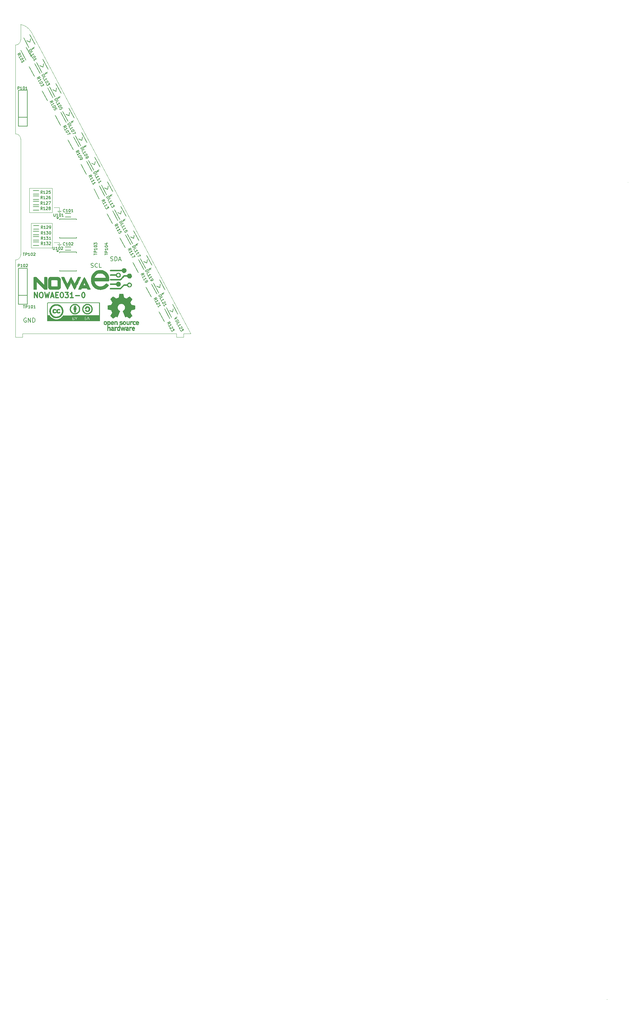
<source format=gto>
%TF.GenerationSoftware,KiCad,Pcbnew,(5.1.6-0-10_14)*%
%TF.CreationDate,2020-10-15T13:56:33+02:00*%
%TF.ProjectId,nowae031,6e6f7761-6530-4333-912e-6b696361645f,0*%
%TF.SameCoordinates,Original*%
%TF.FileFunction,Legend,Top*%
%TF.FilePolarity,Positive*%
%FSLAX46Y46*%
G04 Gerber Fmt 4.6, Leading zero omitted, Abs format (unit mm)*
G04 Created by KiCad (PCBNEW (5.1.6-0-10_14)) date 2020-10-15 13:56:33*
%MOMM*%
%LPD*%
G01*
G04 APERTURE LIST*
%ADD10C,0.150000*%
%ADD11C,0.300000*%
%ADD12C,0.120000*%
%TA.AperFunction,Profile*%
%ADD13C,0.050000*%
%TD*%
%ADD14C,0.050000*%
%TA.AperFunction,Profile*%
%ADD15C,0.200000*%
%TD*%
%ADD16C,0.010000*%
G04 APERTURE END LIST*
D10*
X127162857Y-108195714D02*
X127334285Y-108252857D01*
X127620000Y-108252857D01*
X127734285Y-108195714D01*
X127791428Y-108138571D01*
X127848571Y-108024285D01*
X127848571Y-107910000D01*
X127791428Y-107795714D01*
X127734285Y-107738571D01*
X127620000Y-107681428D01*
X127391428Y-107624285D01*
X127277142Y-107567142D01*
X127220000Y-107510000D01*
X127162857Y-107395714D01*
X127162857Y-107281428D01*
X127220000Y-107167142D01*
X127277142Y-107110000D01*
X127391428Y-107052857D01*
X127677142Y-107052857D01*
X127848571Y-107110000D01*
X128362857Y-108252857D02*
X128362857Y-107052857D01*
X128648571Y-107052857D01*
X128820000Y-107110000D01*
X128934285Y-107224285D01*
X128991428Y-107338571D01*
X129048571Y-107567142D01*
X129048571Y-107738571D01*
X128991428Y-107967142D01*
X128934285Y-108081428D01*
X128820000Y-108195714D01*
X128648571Y-108252857D01*
X128362857Y-108252857D01*
X129505714Y-107910000D02*
X130077142Y-107910000D01*
X129391428Y-108252857D02*
X129791428Y-107052857D01*
X130191428Y-108252857D01*
X121561428Y-110065714D02*
X121732857Y-110122857D01*
X122018571Y-110122857D01*
X122132857Y-110065714D01*
X122190000Y-110008571D01*
X122247142Y-109894285D01*
X122247142Y-109780000D01*
X122190000Y-109665714D01*
X122132857Y-109608571D01*
X122018571Y-109551428D01*
X121790000Y-109494285D01*
X121675714Y-109437142D01*
X121618571Y-109380000D01*
X121561428Y-109265714D01*
X121561428Y-109151428D01*
X121618571Y-109037142D01*
X121675714Y-108980000D01*
X121790000Y-108922857D01*
X122075714Y-108922857D01*
X122247142Y-108980000D01*
X123447142Y-110008571D02*
X123390000Y-110065714D01*
X123218571Y-110122857D01*
X123104285Y-110122857D01*
X122932857Y-110065714D01*
X122818571Y-109951428D01*
X122761428Y-109837142D01*
X122704285Y-109608571D01*
X122704285Y-109437142D01*
X122761428Y-109208571D01*
X122818571Y-109094285D01*
X122932857Y-108980000D01*
X123104285Y-108922857D01*
X123218571Y-108922857D01*
X123390000Y-108980000D01*
X123447142Y-109037142D01*
X124532857Y-110122857D02*
X123961428Y-110122857D01*
X123961428Y-108922857D01*
D11*
X105391428Y-118758571D02*
X105391428Y-117258571D01*
X106248571Y-118758571D01*
X106248571Y-117258571D01*
X107248571Y-117258571D02*
X107534285Y-117258571D01*
X107677142Y-117330000D01*
X107820000Y-117472857D01*
X107891428Y-117758571D01*
X107891428Y-118258571D01*
X107820000Y-118544285D01*
X107677142Y-118687142D01*
X107534285Y-118758571D01*
X107248571Y-118758571D01*
X107105714Y-118687142D01*
X106962857Y-118544285D01*
X106891428Y-118258571D01*
X106891428Y-117758571D01*
X106962857Y-117472857D01*
X107105714Y-117330000D01*
X107248571Y-117258571D01*
X108391428Y-117258571D02*
X108748571Y-118758571D01*
X109034285Y-117687142D01*
X109320000Y-118758571D01*
X109677142Y-117258571D01*
X110177142Y-118330000D02*
X110891428Y-118330000D01*
X110034285Y-118758571D02*
X110534285Y-117258571D01*
X111034285Y-118758571D01*
X111534285Y-117972857D02*
X112034285Y-117972857D01*
X112248571Y-118758571D02*
X111534285Y-118758571D01*
X111534285Y-117258571D01*
X112248571Y-117258571D01*
X113177142Y-117258571D02*
X113320000Y-117258571D01*
X113462857Y-117330000D01*
X113534285Y-117401428D01*
X113605714Y-117544285D01*
X113677142Y-117830000D01*
X113677142Y-118187142D01*
X113605714Y-118472857D01*
X113534285Y-118615714D01*
X113462857Y-118687142D01*
X113320000Y-118758571D01*
X113177142Y-118758571D01*
X113034285Y-118687142D01*
X112962857Y-118615714D01*
X112891428Y-118472857D01*
X112820000Y-118187142D01*
X112820000Y-117830000D01*
X112891428Y-117544285D01*
X112962857Y-117401428D01*
X113034285Y-117330000D01*
X113177142Y-117258571D01*
X114177142Y-117258571D02*
X115105714Y-117258571D01*
X114605714Y-117830000D01*
X114820000Y-117830000D01*
X114962857Y-117901428D01*
X115034285Y-117972857D01*
X115105714Y-118115714D01*
X115105714Y-118472857D01*
X115034285Y-118615714D01*
X114962857Y-118687142D01*
X114820000Y-118758571D01*
X114391428Y-118758571D01*
X114248571Y-118687142D01*
X114177142Y-118615714D01*
X116534285Y-118758571D02*
X115677142Y-118758571D01*
X116105714Y-118758571D02*
X116105714Y-117258571D01*
X115962857Y-117472857D01*
X115820000Y-117615714D01*
X115677142Y-117687142D01*
X117177142Y-118187142D02*
X118320000Y-118187142D01*
X119320000Y-117258571D02*
X119462857Y-117258571D01*
X119605714Y-117330000D01*
X119677142Y-117401428D01*
X119748571Y-117544285D01*
X119820000Y-117830000D01*
X119820000Y-118187142D01*
X119748571Y-118472857D01*
X119677142Y-118615714D01*
X119605714Y-118687142D01*
X119462857Y-118758571D01*
X119320000Y-118758571D01*
X119177142Y-118687142D01*
X119105714Y-118615714D01*
X119034285Y-118472857D01*
X118962857Y-118187142D01*
X118962857Y-117830000D01*
X119034285Y-117544285D01*
X119105714Y-117401428D01*
X119177142Y-117330000D01*
X119320000Y-117258571D01*
D12*
X113000000Y-103500000D02*
X112500000Y-104000000D01*
X112000000Y-103500000D02*
X113000000Y-103500000D01*
X112500000Y-104000000D02*
X112000000Y-103500000D01*
X112500000Y-103000000D02*
X112500000Y-104000000D01*
X111000000Y-103000000D02*
X112500000Y-103000000D01*
X104500000Y-104500000D02*
X104500000Y-97500000D01*
X110500000Y-104500000D02*
X104500000Y-104500000D01*
X110500000Y-97500000D02*
X110500000Y-104500000D01*
X104500000Y-97500000D02*
X110500000Y-97500000D01*
X113000000Y-94000000D02*
X112500000Y-94500000D01*
X112000000Y-94000000D02*
X113000000Y-94000000D01*
X112500000Y-94500000D02*
X112000000Y-94000000D01*
X112500000Y-93000000D02*
X112500000Y-94500000D01*
X111000000Y-93000000D02*
X112500000Y-93000000D01*
X104000000Y-87500000D02*
X104500000Y-87500000D01*
X104000000Y-94500000D02*
X104000000Y-87500000D01*
X110500000Y-94500000D02*
X104000000Y-94500000D01*
X110500000Y-87500000D02*
X110500000Y-94500000D01*
X104500000Y-87500000D02*
X110500000Y-87500000D01*
D13*
X101490000Y-45190000D02*
G75*
G02*
X99990000Y-46690000I-1500000J0D01*
G01*
X99990000Y-72000000D02*
G75*
G02*
X101490000Y-73500000I0J-1500000D01*
G01*
X99990000Y-72000000D02*
X99990000Y-46690000D01*
X100000000Y-130000000D02*
X100000000Y-108000000D01*
X101500000Y-106500000D02*
G75*
G02*
X100000000Y-108000000I-1500000J0D01*
G01*
X101490000Y-73500000D02*
X101500000Y-106500000D01*
X101499908Y-40830540D02*
X101490000Y-45190000D01*
X101499908Y-40830540D02*
G75*
G02*
X104449999Y-42900001I-709908J-4149460D01*
G01*
D10*
X103085714Y-124610000D02*
X102971428Y-124552857D01*
X102800000Y-124552857D01*
X102628571Y-124610000D01*
X102514285Y-124724285D01*
X102457142Y-124838571D01*
X102400000Y-125067142D01*
X102400000Y-125238571D01*
X102457142Y-125467142D01*
X102514285Y-125581428D01*
X102628571Y-125695714D01*
X102800000Y-125752857D01*
X102914285Y-125752857D01*
X103085714Y-125695714D01*
X103142857Y-125638571D01*
X103142857Y-125238571D01*
X102914285Y-125238571D01*
X103657142Y-125752857D02*
X103657142Y-124552857D01*
X104342857Y-125752857D01*
X104342857Y-124552857D01*
X104914285Y-125752857D02*
X104914285Y-124552857D01*
X105200000Y-124552857D01*
X105371428Y-124610000D01*
X105485714Y-124724285D01*
X105542857Y-124838571D01*
X105600000Y-125067142D01*
X105600000Y-125238571D01*
X105542857Y-125467142D01*
X105485714Y-125581428D01*
X105371428Y-125695714D01*
X105200000Y-125752857D01*
X104914285Y-125752857D01*
D14*
X274810000Y-85820000D02*
X274810000Y-85820000D01*
D13*
X104449243Y-42900000D02*
X150000000Y-129000000D01*
X148000000Y-129000000D02*
X150000000Y-129000000D01*
X148000000Y-130000000D02*
X148000000Y-129000000D01*
X146000000Y-130000000D02*
X148000000Y-130000000D01*
X146000000Y-129000000D02*
X146000000Y-130000000D01*
X102000000Y-129000000D02*
X146000000Y-129000000D01*
X102000000Y-130000000D02*
X102000000Y-129000000D01*
X100000000Y-130000000D02*
X102000000Y-130000000D01*
D15*
X268944859Y-318881889D02*
X268944859Y-318881889D01*
D16*
%TO.C,G\u002A\u002A\u002A*%
G36*
X130357934Y-117638274D02*
G01*
X130483907Y-117639567D01*
X130579991Y-117641881D01*
X130649251Y-117645348D01*
X130694754Y-117650100D01*
X130719565Y-117656266D01*
X130725567Y-117660390D01*
X130733379Y-117683572D01*
X130746364Y-117737320D01*
X130763496Y-117816707D01*
X130783746Y-117916809D01*
X130806086Y-118032699D01*
X130828009Y-118151277D01*
X130851508Y-118279052D01*
X130873871Y-118397101D01*
X130894050Y-118500172D01*
X130910999Y-118583014D01*
X130923672Y-118640376D01*
X130930578Y-118665934D01*
X130941303Y-118683834D01*
X130962399Y-118702542D01*
X130998168Y-118724286D01*
X131052909Y-118751291D01*
X131130923Y-118785784D01*
X131236510Y-118829991D01*
X131289332Y-118851671D01*
X131394392Y-118894106D01*
X131489616Y-118931586D01*
X131569432Y-118961997D01*
X131628269Y-118983225D01*
X131660556Y-118993156D01*
X131663387Y-118993605D01*
X131686279Y-118984382D01*
X131734639Y-118957100D01*
X131804396Y-118914324D01*
X131891477Y-118858620D01*
X131991811Y-118792556D01*
X132101327Y-118718696D01*
X132122410Y-118704286D01*
X132232238Y-118629391D01*
X132332565Y-118561609D01*
X132419518Y-118503504D01*
X132489226Y-118457642D01*
X132537818Y-118426589D01*
X132561422Y-118412908D01*
X132562822Y-118412482D01*
X132578758Y-118424749D01*
X132616726Y-118459416D01*
X132673407Y-118513285D01*
X132745482Y-118583161D01*
X132829629Y-118665844D01*
X132922529Y-118758136D01*
X132944428Y-118780029D01*
X133069213Y-118906230D01*
X133167303Y-119008321D01*
X133238689Y-119086292D01*
X133283363Y-119140133D01*
X133301315Y-119169833D01*
X133301433Y-119174191D01*
X133288895Y-119195585D01*
X133258663Y-119242541D01*
X133213475Y-119310948D01*
X133156069Y-119396694D01*
X133089182Y-119495669D01*
X133015552Y-119603758D01*
X133010610Y-119610985D01*
X132937252Y-119718706D01*
X132871051Y-119816861D01*
X132814620Y-119901498D01*
X132770572Y-119968667D01*
X132741520Y-120014417D01*
X132730077Y-120034799D01*
X132730000Y-120035243D01*
X132737077Y-120058521D01*
X132756565Y-120108589D01*
X132785843Y-120179493D01*
X132822294Y-120265277D01*
X132863297Y-120359988D01*
X132906236Y-120457671D01*
X132948489Y-120552372D01*
X132987440Y-120638136D01*
X133020469Y-120709008D01*
X133044957Y-120759035D01*
X133058285Y-120782262D01*
X133058763Y-120782758D01*
X133081941Y-120791446D01*
X133135682Y-120805291D01*
X133215060Y-120823222D01*
X133315151Y-120844172D01*
X133431031Y-120867070D01*
X133549645Y-120889359D01*
X133676419Y-120912994D01*
X133792572Y-120935382D01*
X133893059Y-120955491D01*
X133972837Y-120972292D01*
X134026861Y-120984752D01*
X134049539Y-120991524D01*
X134058778Y-120998743D01*
X134066025Y-121012416D01*
X134071518Y-121036536D01*
X134075496Y-121075097D01*
X134078199Y-121132094D01*
X134079865Y-121211520D01*
X134080733Y-121317370D01*
X134081042Y-121453636D01*
X134081063Y-121518357D01*
X134080662Y-121677646D01*
X134079369Y-121803974D01*
X134077056Y-121900400D01*
X134073591Y-121969983D01*
X134068845Y-122015784D01*
X134062688Y-122040862D01*
X134058546Y-122047016D01*
X134035323Y-122055079D01*
X133981607Y-122068407D01*
X133902373Y-122085932D01*
X133802595Y-122106591D01*
X133687248Y-122129318D01*
X133576666Y-122150209D01*
X133451559Y-122173730D01*
X133337458Y-122195836D01*
X133239376Y-122215503D01*
X133162325Y-122231707D01*
X133111314Y-122243426D01*
X133091958Y-122249209D01*
X133078577Y-122269137D01*
X133054806Y-122316931D01*
X133023029Y-122386771D01*
X132985628Y-122472834D01*
X132944987Y-122569300D01*
X132903488Y-122670345D01*
X132863514Y-122770150D01*
X132827449Y-122862891D01*
X132797676Y-122942748D01*
X132776576Y-123003899D01*
X132766534Y-123040522D01*
X132766028Y-123045453D01*
X132775894Y-123068528D01*
X132803699Y-123116892D01*
X132846751Y-123186297D01*
X132902357Y-123272494D01*
X132967828Y-123371236D01*
X133037568Y-123474043D01*
X133130464Y-123611039D01*
X133202327Y-123720477D01*
X133253869Y-123803522D01*
X133285801Y-123861344D01*
X133298835Y-123895108D01*
X133298807Y-123902521D01*
X133283139Y-123925008D01*
X133245853Y-123967672D01*
X133190993Y-124026514D01*
X133122603Y-124097531D01*
X133044726Y-124176723D01*
X132961407Y-124260088D01*
X132876690Y-124343626D01*
X132794617Y-124423335D01*
X132719233Y-124495214D01*
X132654581Y-124555263D01*
X132604706Y-124599479D01*
X132573651Y-124623862D01*
X132566223Y-124627376D01*
X132544319Y-124617522D01*
X132497450Y-124589893D01*
X132430157Y-124547390D01*
X132346980Y-124492915D01*
X132252459Y-124429368D01*
X132197984Y-124392085D01*
X132096590Y-124322429D01*
X132001888Y-124257686D01*
X131919007Y-124201338D01*
X131853080Y-124156867D01*
X131809237Y-124127758D01*
X131797686Y-124120354D01*
X131739061Y-124083914D01*
X131548996Y-124184510D01*
X131473804Y-124223685D01*
X131410059Y-124255731D01*
X131364547Y-124277315D01*
X131344130Y-124285107D01*
X131329257Y-124269989D01*
X131307246Y-124231266D01*
X131292547Y-124199539D01*
X131270064Y-124146604D01*
X131237373Y-124068755D01*
X131196117Y-123969972D01*
X131147939Y-123854231D01*
X131094484Y-123725512D01*
X131037394Y-123587793D01*
X130978314Y-123445053D01*
X130918886Y-123301269D01*
X130860755Y-123160419D01*
X130805563Y-123026484D01*
X130754956Y-122903439D01*
X130710575Y-122795265D01*
X130674065Y-122705939D01*
X130647070Y-122639440D01*
X130631232Y-122599746D01*
X130627730Y-122590318D01*
X130637094Y-122565620D01*
X130675817Y-122526226D01*
X130744947Y-122471122D01*
X130770853Y-122452044D01*
X130923337Y-122328838D01*
X131044070Y-122202299D01*
X131137270Y-122067013D01*
X131207154Y-121917571D01*
X131223531Y-121871206D01*
X131270454Y-121675830D01*
X131281924Y-121483323D01*
X131258513Y-121296121D01*
X131200793Y-121116661D01*
X131109337Y-120947380D01*
X130984717Y-120790716D01*
X130964936Y-120770212D01*
X130813556Y-120640145D01*
X130649115Y-120543643D01*
X130471259Y-120480556D01*
X130279630Y-120450734D01*
X130199007Y-120448085D01*
X130066046Y-120454238D01*
X129947139Y-120474975D01*
X129827737Y-120513710D01*
X129721631Y-120560168D01*
X129634626Y-120605322D01*
X129561972Y-120653438D01*
X129490484Y-120714114D01*
X129433077Y-120770212D01*
X129306388Y-120922525D01*
X129211665Y-121087951D01*
X129148963Y-121262878D01*
X129118339Y-121443694D01*
X129119846Y-121626788D01*
X129153540Y-121808548D01*
X129219475Y-121985364D01*
X129317707Y-122153623D01*
X129410250Y-122269427D01*
X129454190Y-122312268D01*
X129517415Y-122366708D01*
X129589499Y-122423968D01*
X129627160Y-122452044D01*
X129705311Y-122511896D01*
X129752751Y-122555746D01*
X129770528Y-122584604D01*
X129770283Y-122590318D01*
X129762251Y-122611246D01*
X129742034Y-122661464D01*
X129711275Y-122736995D01*
X129671620Y-122833859D01*
X129624710Y-122948079D01*
X129572190Y-123075677D01*
X129515703Y-123212673D01*
X129456892Y-123355090D01*
X129397402Y-123498949D01*
X129338876Y-123640272D01*
X129282957Y-123775080D01*
X129231290Y-123899395D01*
X129185516Y-124009239D01*
X129147281Y-124100634D01*
X129118228Y-124169601D01*
X129105467Y-124199539D01*
X129082039Y-124247956D01*
X129062007Y-124278974D01*
X129053883Y-124285107D01*
X129033030Y-124277120D01*
X128987243Y-124255382D01*
X128923309Y-124223224D01*
X128849018Y-124184510D01*
X128658952Y-124083914D01*
X128600327Y-124120354D01*
X128568686Y-124141005D01*
X128512540Y-124178661D01*
X128437020Y-124229839D01*
X128347256Y-124291055D01*
X128248380Y-124358827D01*
X128200029Y-124392085D01*
X128101250Y-124459342D01*
X128011349Y-124519104D01*
X127934866Y-124568469D01*
X127876341Y-124604536D01*
X127840316Y-124624404D01*
X127831790Y-124627376D01*
X127812468Y-124615110D01*
X127771397Y-124580513D01*
X127712149Y-124526886D01*
X127638295Y-124457531D01*
X127553404Y-124375749D01*
X127461048Y-124284841D01*
X127457366Y-124281178D01*
X127365138Y-124188599D01*
X127281339Y-124102970D01*
X127209411Y-124027929D01*
X127152797Y-123967117D01*
X127114938Y-123924172D01*
X127099278Y-123902733D01*
X127099206Y-123902521D01*
X127104333Y-123878744D01*
X127128051Y-123831411D01*
X127171072Y-123759355D01*
X127234109Y-123661410D01*
X127317873Y-123536408D01*
X127360445Y-123474043D01*
X127432861Y-123367246D01*
X127498001Y-123268910D01*
X127553173Y-123183281D01*
X127595687Y-123114609D01*
X127622849Y-123067142D01*
X127631985Y-123045453D01*
X127625341Y-123016453D01*
X127606995Y-122961355D01*
X127579330Y-122885980D01*
X127544731Y-122796149D01*
X127505579Y-122697683D01*
X127464258Y-122596403D01*
X127423150Y-122498132D01*
X127384639Y-122408689D01*
X127351107Y-122333897D01*
X127324937Y-122279576D01*
X127308513Y-122251548D01*
X127306055Y-122249242D01*
X127281988Y-122242274D01*
X127227536Y-122229927D01*
X127147768Y-122213239D01*
X127047752Y-122193248D01*
X126932556Y-122170993D01*
X126830354Y-122151787D01*
X126706102Y-122128581D01*
X126592484Y-122107087D01*
X126494653Y-122088300D01*
X126417763Y-122073219D01*
X126366969Y-122062841D01*
X126348475Y-122058560D01*
X126339327Y-122053463D01*
X126332132Y-122041807D01*
X126326658Y-122019691D01*
X126322674Y-121983209D01*
X126319947Y-121928458D01*
X126318245Y-121851535D01*
X126317335Y-121748535D01*
X126316987Y-121615555D01*
X126316950Y-121528356D01*
X126317097Y-121377040D01*
X126317693Y-121257798D01*
X126318969Y-121166677D01*
X126321159Y-121099723D01*
X126324493Y-121052982D01*
X126329206Y-121022502D01*
X126335527Y-121004328D01*
X126343691Y-120994507D01*
X126348475Y-120991524D01*
X126374146Y-120984004D01*
X126430242Y-120971188D01*
X126511719Y-120954109D01*
X126613533Y-120933796D01*
X126730641Y-120911281D01*
X126848368Y-120889359D01*
X126974579Y-120865605D01*
X127089617Y-120842797D01*
X127188561Y-120822005D01*
X127266484Y-120804297D01*
X127318462Y-120790742D01*
X127339251Y-120782758D01*
X127351635Y-120761786D01*
X127375375Y-120713566D01*
X127407853Y-120644052D01*
X127446450Y-120559201D01*
X127488547Y-120464965D01*
X127531524Y-120367299D01*
X127572764Y-120272157D01*
X127609648Y-120185495D01*
X127639556Y-120113267D01*
X127659870Y-120061426D01*
X127667972Y-120035928D01*
X127668014Y-120035243D01*
X127658225Y-120017253D01*
X127630600Y-119973551D01*
X127587752Y-119908087D01*
X127532294Y-119824812D01*
X127466839Y-119727676D01*
X127393999Y-119620630D01*
X127387404Y-119610985D01*
X127313431Y-119502446D01*
X127246024Y-119402756D01*
X127187920Y-119316027D01*
X127141856Y-119246371D01*
X127110572Y-119197899D01*
X127096803Y-119174723D01*
X127096580Y-119174191D01*
X127106104Y-119152105D01*
X127142352Y-119105876D01*
X127205315Y-119035514D01*
X127294985Y-118941028D01*
X127411353Y-118822430D01*
X127453586Y-118780029D01*
X127548037Y-118685996D01*
X127634525Y-118600852D01*
X127709722Y-118527794D01*
X127770303Y-118470022D01*
X127812940Y-118430734D01*
X127834307Y-118413129D01*
X127835846Y-118412482D01*
X127854019Y-118422301D01*
X127897944Y-118450042D01*
X127963743Y-118493136D01*
X128047537Y-118549012D01*
X128145447Y-118615098D01*
X128253594Y-118688824D01*
X128276160Y-118704294D01*
X128386811Y-118779367D01*
X128489051Y-118847113D01*
X128578806Y-118904959D01*
X128652003Y-118950335D01*
X128704569Y-118980670D01*
X128732429Y-118993393D01*
X128734527Y-118993612D01*
X128760722Y-118986252D01*
X128814606Y-118967162D01*
X128890605Y-118938456D01*
X128983147Y-118902248D01*
X129086657Y-118860653D01*
X129108682Y-118851671D01*
X129226961Y-118802782D01*
X129315885Y-118764529D01*
X129379754Y-118734686D01*
X129422868Y-118711025D01*
X129449526Y-118691323D01*
X129464029Y-118673352D01*
X129467473Y-118665934D01*
X129475393Y-118636135D01*
X129488543Y-118576110D01*
X129505876Y-118491108D01*
X129526343Y-118386381D01*
X129548895Y-118267179D01*
X129570215Y-118151277D01*
X129593611Y-118025063D01*
X129615864Y-117910021D01*
X129635948Y-117811075D01*
X129652835Y-117733152D01*
X129665498Y-117681174D01*
X129672619Y-117660390D01*
X129687105Y-117653375D01*
X129720549Y-117647847D01*
X129776020Y-117643677D01*
X129856582Y-117640733D01*
X129965304Y-117638883D01*
X130105252Y-117637997D01*
X130199007Y-117637873D01*
X130357934Y-117638274D01*
G37*
X130357934Y-117638274D02*
X130483907Y-117639567D01*
X130579991Y-117641881D01*
X130649251Y-117645348D01*
X130694754Y-117650100D01*
X130719565Y-117656266D01*
X130725567Y-117660390D01*
X130733379Y-117683572D01*
X130746364Y-117737320D01*
X130763496Y-117816707D01*
X130783746Y-117916809D01*
X130806086Y-118032699D01*
X130828009Y-118151277D01*
X130851508Y-118279052D01*
X130873871Y-118397101D01*
X130894050Y-118500172D01*
X130910999Y-118583014D01*
X130923672Y-118640376D01*
X130930578Y-118665934D01*
X130941303Y-118683834D01*
X130962399Y-118702542D01*
X130998168Y-118724286D01*
X131052909Y-118751291D01*
X131130923Y-118785784D01*
X131236510Y-118829991D01*
X131289332Y-118851671D01*
X131394392Y-118894106D01*
X131489616Y-118931586D01*
X131569432Y-118961997D01*
X131628269Y-118983225D01*
X131660556Y-118993156D01*
X131663387Y-118993605D01*
X131686279Y-118984382D01*
X131734639Y-118957100D01*
X131804396Y-118914324D01*
X131891477Y-118858620D01*
X131991811Y-118792556D01*
X132101327Y-118718696D01*
X132122410Y-118704286D01*
X132232238Y-118629391D01*
X132332565Y-118561609D01*
X132419518Y-118503504D01*
X132489226Y-118457642D01*
X132537818Y-118426589D01*
X132561422Y-118412908D01*
X132562822Y-118412482D01*
X132578758Y-118424749D01*
X132616726Y-118459416D01*
X132673407Y-118513285D01*
X132745482Y-118583161D01*
X132829629Y-118665844D01*
X132922529Y-118758136D01*
X132944428Y-118780029D01*
X133069213Y-118906230D01*
X133167303Y-119008321D01*
X133238689Y-119086292D01*
X133283363Y-119140133D01*
X133301315Y-119169833D01*
X133301433Y-119174191D01*
X133288895Y-119195585D01*
X133258663Y-119242541D01*
X133213475Y-119310948D01*
X133156069Y-119396694D01*
X133089182Y-119495669D01*
X133015552Y-119603758D01*
X133010610Y-119610985D01*
X132937252Y-119718706D01*
X132871051Y-119816861D01*
X132814620Y-119901498D01*
X132770572Y-119968667D01*
X132741520Y-120014417D01*
X132730077Y-120034799D01*
X132730000Y-120035243D01*
X132737077Y-120058521D01*
X132756565Y-120108589D01*
X132785843Y-120179493D01*
X132822294Y-120265277D01*
X132863297Y-120359988D01*
X132906236Y-120457671D01*
X132948489Y-120552372D01*
X132987440Y-120638136D01*
X133020469Y-120709008D01*
X133044957Y-120759035D01*
X133058285Y-120782262D01*
X133058763Y-120782758D01*
X133081941Y-120791446D01*
X133135682Y-120805291D01*
X133215060Y-120823222D01*
X133315151Y-120844172D01*
X133431031Y-120867070D01*
X133549645Y-120889359D01*
X133676419Y-120912994D01*
X133792572Y-120935382D01*
X133893059Y-120955491D01*
X133972837Y-120972292D01*
X134026861Y-120984752D01*
X134049539Y-120991524D01*
X134058778Y-120998743D01*
X134066025Y-121012416D01*
X134071518Y-121036536D01*
X134075496Y-121075097D01*
X134078199Y-121132094D01*
X134079865Y-121211520D01*
X134080733Y-121317370D01*
X134081042Y-121453636D01*
X134081063Y-121518357D01*
X134080662Y-121677646D01*
X134079369Y-121803974D01*
X134077056Y-121900400D01*
X134073591Y-121969983D01*
X134068845Y-122015784D01*
X134062688Y-122040862D01*
X134058546Y-122047016D01*
X134035323Y-122055079D01*
X133981607Y-122068407D01*
X133902373Y-122085932D01*
X133802595Y-122106591D01*
X133687248Y-122129318D01*
X133576666Y-122150209D01*
X133451559Y-122173730D01*
X133337458Y-122195836D01*
X133239376Y-122215503D01*
X133162325Y-122231707D01*
X133111314Y-122243426D01*
X133091958Y-122249209D01*
X133078577Y-122269137D01*
X133054806Y-122316931D01*
X133023029Y-122386771D01*
X132985628Y-122472834D01*
X132944987Y-122569300D01*
X132903488Y-122670345D01*
X132863514Y-122770150D01*
X132827449Y-122862891D01*
X132797676Y-122942748D01*
X132776576Y-123003899D01*
X132766534Y-123040522D01*
X132766028Y-123045453D01*
X132775894Y-123068528D01*
X132803699Y-123116892D01*
X132846751Y-123186297D01*
X132902357Y-123272494D01*
X132967828Y-123371236D01*
X133037568Y-123474043D01*
X133130464Y-123611039D01*
X133202327Y-123720477D01*
X133253869Y-123803522D01*
X133285801Y-123861344D01*
X133298835Y-123895108D01*
X133298807Y-123902521D01*
X133283139Y-123925008D01*
X133245853Y-123967672D01*
X133190993Y-124026514D01*
X133122603Y-124097531D01*
X133044726Y-124176723D01*
X132961407Y-124260088D01*
X132876690Y-124343626D01*
X132794617Y-124423335D01*
X132719233Y-124495214D01*
X132654581Y-124555263D01*
X132604706Y-124599479D01*
X132573651Y-124623862D01*
X132566223Y-124627376D01*
X132544319Y-124617522D01*
X132497450Y-124589893D01*
X132430157Y-124547390D01*
X132346980Y-124492915D01*
X132252459Y-124429368D01*
X132197984Y-124392085D01*
X132096590Y-124322429D01*
X132001888Y-124257686D01*
X131919007Y-124201338D01*
X131853080Y-124156867D01*
X131809237Y-124127758D01*
X131797686Y-124120354D01*
X131739061Y-124083914D01*
X131548996Y-124184510D01*
X131473804Y-124223685D01*
X131410059Y-124255731D01*
X131364547Y-124277315D01*
X131344130Y-124285107D01*
X131329257Y-124269989D01*
X131307246Y-124231266D01*
X131292547Y-124199539D01*
X131270064Y-124146604D01*
X131237373Y-124068755D01*
X131196117Y-123969972D01*
X131147939Y-123854231D01*
X131094484Y-123725512D01*
X131037394Y-123587793D01*
X130978314Y-123445053D01*
X130918886Y-123301269D01*
X130860755Y-123160419D01*
X130805563Y-123026484D01*
X130754956Y-122903439D01*
X130710575Y-122795265D01*
X130674065Y-122705939D01*
X130647070Y-122639440D01*
X130631232Y-122599746D01*
X130627730Y-122590318D01*
X130637094Y-122565620D01*
X130675817Y-122526226D01*
X130744947Y-122471122D01*
X130770853Y-122452044D01*
X130923337Y-122328838D01*
X131044070Y-122202299D01*
X131137270Y-122067013D01*
X131207154Y-121917571D01*
X131223531Y-121871206D01*
X131270454Y-121675830D01*
X131281924Y-121483323D01*
X131258513Y-121296121D01*
X131200793Y-121116661D01*
X131109337Y-120947380D01*
X130984717Y-120790716D01*
X130964936Y-120770212D01*
X130813556Y-120640145D01*
X130649115Y-120543643D01*
X130471259Y-120480556D01*
X130279630Y-120450734D01*
X130199007Y-120448085D01*
X130066046Y-120454238D01*
X129947139Y-120474975D01*
X129827737Y-120513710D01*
X129721631Y-120560168D01*
X129634626Y-120605322D01*
X129561972Y-120653438D01*
X129490484Y-120714114D01*
X129433077Y-120770212D01*
X129306388Y-120922525D01*
X129211665Y-121087951D01*
X129148963Y-121262878D01*
X129118339Y-121443694D01*
X129119846Y-121626788D01*
X129153540Y-121808548D01*
X129219475Y-121985364D01*
X129317707Y-122153623D01*
X129410250Y-122269427D01*
X129454190Y-122312268D01*
X129517415Y-122366708D01*
X129589499Y-122423968D01*
X129627160Y-122452044D01*
X129705311Y-122511896D01*
X129752751Y-122555746D01*
X129770528Y-122584604D01*
X129770283Y-122590318D01*
X129762251Y-122611246D01*
X129742034Y-122661464D01*
X129711275Y-122736995D01*
X129671620Y-122833859D01*
X129624710Y-122948079D01*
X129572190Y-123075677D01*
X129515703Y-123212673D01*
X129456892Y-123355090D01*
X129397402Y-123498949D01*
X129338876Y-123640272D01*
X129282957Y-123775080D01*
X129231290Y-123899395D01*
X129185516Y-124009239D01*
X129147281Y-124100634D01*
X129118228Y-124169601D01*
X129105467Y-124199539D01*
X129082039Y-124247956D01*
X129062007Y-124278974D01*
X129053883Y-124285107D01*
X129033030Y-124277120D01*
X128987243Y-124255382D01*
X128923309Y-124223224D01*
X128849018Y-124184510D01*
X128658952Y-124083914D01*
X128600327Y-124120354D01*
X128568686Y-124141005D01*
X128512540Y-124178661D01*
X128437020Y-124229839D01*
X128347256Y-124291055D01*
X128248380Y-124358827D01*
X128200029Y-124392085D01*
X128101250Y-124459342D01*
X128011349Y-124519104D01*
X127934866Y-124568469D01*
X127876341Y-124604536D01*
X127840316Y-124624404D01*
X127831790Y-124627376D01*
X127812468Y-124615110D01*
X127771397Y-124580513D01*
X127712149Y-124526886D01*
X127638295Y-124457531D01*
X127553404Y-124375749D01*
X127461048Y-124284841D01*
X127457366Y-124281178D01*
X127365138Y-124188599D01*
X127281339Y-124102970D01*
X127209411Y-124027929D01*
X127152797Y-123967117D01*
X127114938Y-123924172D01*
X127099278Y-123902733D01*
X127099206Y-123902521D01*
X127104333Y-123878744D01*
X127128051Y-123831411D01*
X127171072Y-123759355D01*
X127234109Y-123661410D01*
X127317873Y-123536408D01*
X127360445Y-123474043D01*
X127432861Y-123367246D01*
X127498001Y-123268910D01*
X127553173Y-123183281D01*
X127595687Y-123114609D01*
X127622849Y-123067142D01*
X127631985Y-123045453D01*
X127625341Y-123016453D01*
X127606995Y-122961355D01*
X127579330Y-122885980D01*
X127544731Y-122796149D01*
X127505579Y-122697683D01*
X127464258Y-122596403D01*
X127423150Y-122498132D01*
X127384639Y-122408689D01*
X127351107Y-122333897D01*
X127324937Y-122279576D01*
X127308513Y-122251548D01*
X127306055Y-122249242D01*
X127281988Y-122242274D01*
X127227536Y-122229927D01*
X127147768Y-122213239D01*
X127047752Y-122193248D01*
X126932556Y-122170993D01*
X126830354Y-122151787D01*
X126706102Y-122128581D01*
X126592484Y-122107087D01*
X126494653Y-122088300D01*
X126417763Y-122073219D01*
X126366969Y-122062841D01*
X126348475Y-122058560D01*
X126339327Y-122053463D01*
X126332132Y-122041807D01*
X126326658Y-122019691D01*
X126322674Y-121983209D01*
X126319947Y-121928458D01*
X126318245Y-121851535D01*
X126317335Y-121748535D01*
X126316987Y-121615555D01*
X126316950Y-121528356D01*
X126317097Y-121377040D01*
X126317693Y-121257798D01*
X126318969Y-121166677D01*
X126321159Y-121099723D01*
X126324493Y-121052982D01*
X126329206Y-121022502D01*
X126335527Y-121004328D01*
X126343691Y-120994507D01*
X126348475Y-120991524D01*
X126374146Y-120984004D01*
X126430242Y-120971188D01*
X126511719Y-120954109D01*
X126613533Y-120933796D01*
X126730641Y-120911281D01*
X126848368Y-120889359D01*
X126974579Y-120865605D01*
X127089617Y-120842797D01*
X127188561Y-120822005D01*
X127266484Y-120804297D01*
X127318462Y-120790742D01*
X127339251Y-120782758D01*
X127351635Y-120761786D01*
X127375375Y-120713566D01*
X127407853Y-120644052D01*
X127446450Y-120559201D01*
X127488547Y-120464965D01*
X127531524Y-120367299D01*
X127572764Y-120272157D01*
X127609648Y-120185495D01*
X127639556Y-120113267D01*
X127659870Y-120061426D01*
X127667972Y-120035928D01*
X127668014Y-120035243D01*
X127658225Y-120017253D01*
X127630600Y-119973551D01*
X127587752Y-119908087D01*
X127532294Y-119824812D01*
X127466839Y-119727676D01*
X127393999Y-119620630D01*
X127387404Y-119610985D01*
X127313431Y-119502446D01*
X127246024Y-119402756D01*
X127187920Y-119316027D01*
X127141856Y-119246371D01*
X127110572Y-119197899D01*
X127096803Y-119174723D01*
X127096580Y-119174191D01*
X127106104Y-119152105D01*
X127142352Y-119105876D01*
X127205315Y-119035514D01*
X127294985Y-118941028D01*
X127411353Y-118822430D01*
X127453586Y-118780029D01*
X127548037Y-118685996D01*
X127634525Y-118600852D01*
X127709722Y-118527794D01*
X127770303Y-118470022D01*
X127812940Y-118430734D01*
X127834307Y-118413129D01*
X127835846Y-118412482D01*
X127854019Y-118422301D01*
X127897944Y-118450042D01*
X127963743Y-118493136D01*
X128047537Y-118549012D01*
X128145447Y-118615098D01*
X128253594Y-118688824D01*
X128276160Y-118704294D01*
X128386811Y-118779367D01*
X128489051Y-118847113D01*
X128578806Y-118904959D01*
X128652003Y-118950335D01*
X128704569Y-118980670D01*
X128732429Y-118993393D01*
X128734527Y-118993612D01*
X128760722Y-118986252D01*
X128814606Y-118967162D01*
X128890605Y-118938456D01*
X128983147Y-118902248D01*
X129086657Y-118860653D01*
X129108682Y-118851671D01*
X129226961Y-118802782D01*
X129315885Y-118764529D01*
X129379754Y-118734686D01*
X129422868Y-118711025D01*
X129449526Y-118691323D01*
X129464029Y-118673352D01*
X129467473Y-118665934D01*
X129475393Y-118636135D01*
X129488543Y-118576110D01*
X129505876Y-118491108D01*
X129526343Y-118386381D01*
X129548895Y-118267179D01*
X129570215Y-118151277D01*
X129593611Y-118025063D01*
X129615864Y-117910021D01*
X129635948Y-117811075D01*
X129652835Y-117733152D01*
X129665498Y-117681174D01*
X129672619Y-117660390D01*
X129687105Y-117653375D01*
X129720549Y-117647847D01*
X129776020Y-117643677D01*
X129856582Y-117640733D01*
X129965304Y-117638883D01*
X130105252Y-117637997D01*
X130199007Y-117637873D01*
X130357934Y-117638274D01*
G36*
X133310051Y-125441373D02*
G01*
X133372890Y-125456842D01*
X133422284Y-125478356D01*
X133448593Y-125502423D01*
X133450567Y-125510482D01*
X133439524Y-125532705D01*
X133411045Y-125571629D01*
X133383572Y-125604594D01*
X133346405Y-125647403D01*
X133320433Y-125677896D01*
X133312680Y-125687547D01*
X133297113Y-125683189D01*
X133267582Y-125665029D01*
X133201441Y-125638929D01*
X133128425Y-125641852D01*
X133059241Y-125671374D01*
X133004969Y-125724514D01*
X132993735Y-125745513D01*
X132985197Y-125774477D01*
X132978867Y-125816611D01*
X132974259Y-125877123D01*
X132970886Y-125961220D01*
X132968261Y-126074107D01*
X132967335Y-126127057D01*
X132961480Y-126482837D01*
X132766028Y-126482837D01*
X132766028Y-125438014D01*
X132964184Y-125438014D01*
X132964184Y-125494849D01*
X132966017Y-125532221D01*
X132975537Y-125539189D01*
X132995709Y-125524042D01*
X133087448Y-125466782D01*
X133196003Y-125438177D01*
X133243404Y-125435441D01*
X133310051Y-125441373D01*
G37*
X133310051Y-125441373D02*
X133372890Y-125456842D01*
X133422284Y-125478356D01*
X133448593Y-125502423D01*
X133450567Y-125510482D01*
X133439524Y-125532705D01*
X133411045Y-125571629D01*
X133383572Y-125604594D01*
X133346405Y-125647403D01*
X133320433Y-125677896D01*
X133312680Y-125687547D01*
X133297113Y-125683189D01*
X133267582Y-125665029D01*
X133201441Y-125638929D01*
X133128425Y-125641852D01*
X133059241Y-125671374D01*
X133004969Y-125724514D01*
X132993735Y-125745513D01*
X132985197Y-125774477D01*
X132978867Y-125816611D01*
X132974259Y-125877123D01*
X132970886Y-125961220D01*
X132968261Y-126074107D01*
X132967335Y-126127057D01*
X132961480Y-126482837D01*
X132766028Y-126482837D01*
X132766028Y-125438014D01*
X132964184Y-125438014D01*
X132964184Y-125494849D01*
X132966017Y-125532221D01*
X132975537Y-125539189D01*
X132995709Y-125524042D01*
X133087448Y-125466782D01*
X133196003Y-125438177D01*
X133243404Y-125435441D01*
X133310051Y-125441373D01*
G36*
X128806211Y-125442799D02*
G01*
X128899216Y-125473347D01*
X128965035Y-125519079D01*
X129001163Y-125555784D01*
X129028980Y-125591523D01*
X129049566Y-125631548D01*
X129064005Y-125681109D01*
X129073378Y-125745460D01*
X129078766Y-125829852D01*
X129081251Y-125939537D01*
X129081916Y-126079768D01*
X129081921Y-126086525D01*
X129082127Y-126473830D01*
X128978546Y-126479232D01*
X128874964Y-126484635D01*
X128874964Y-126149895D01*
X128873986Y-126011040D01*
X128870363Y-125903436D01*
X128863062Y-125822343D01*
X128851051Y-125763019D01*
X128833296Y-125720724D01*
X128808766Y-125690716D01*
X128776426Y-125668256D01*
X128769193Y-125664388D01*
X128689131Y-125639965D01*
X128610986Y-125645876D01*
X128543060Y-125679495D01*
X128493658Y-125738197D01*
X128486240Y-125753880D01*
X128476163Y-125789245D01*
X128468854Y-125842998D01*
X128464025Y-125919615D01*
X128461384Y-126023575D01*
X128460638Y-126148996D01*
X128460638Y-126482837D01*
X128244468Y-126482837D01*
X128244468Y-125438014D01*
X128460638Y-125438014D01*
X128460638Y-125547933D01*
X128520920Y-125501954D01*
X128606884Y-125456709D01*
X128705374Y-125437122D01*
X128806211Y-125442799D01*
G37*
X128806211Y-125442799D02*
X128899216Y-125473347D01*
X128965035Y-125519079D01*
X129001163Y-125555784D01*
X129028980Y-125591523D01*
X129049566Y-125631548D01*
X129064005Y-125681109D01*
X129073378Y-125745460D01*
X129078766Y-125829852D01*
X129081251Y-125939537D01*
X129081916Y-126079768D01*
X129081921Y-126086525D01*
X129082127Y-126473830D01*
X128978546Y-126479232D01*
X128874964Y-126484635D01*
X128874964Y-126149895D01*
X128873986Y-126011040D01*
X128870363Y-125903436D01*
X128863062Y-125822343D01*
X128851051Y-125763019D01*
X128833296Y-125720724D01*
X128808766Y-125690716D01*
X128776426Y-125668256D01*
X128769193Y-125664388D01*
X128689131Y-125639965D01*
X128610986Y-125645876D01*
X128543060Y-125679495D01*
X128493658Y-125738197D01*
X128486240Y-125753880D01*
X128476163Y-125789245D01*
X128468854Y-125842998D01*
X128464025Y-125919615D01*
X128461384Y-126023575D01*
X128460638Y-126148996D01*
X128460638Y-126482837D01*
X128244468Y-126482837D01*
X128244468Y-125438014D01*
X128460638Y-125438014D01*
X128460638Y-125547933D01*
X128520920Y-125501954D01*
X128606884Y-125456709D01*
X128705374Y-125437122D01*
X128806211Y-125442799D01*
G36*
X134892091Y-125449315D02*
G01*
X134998737Y-125493256D01*
X135083517Y-125565083D01*
X135145331Y-125663642D01*
X135183075Y-125787780D01*
X135194305Y-125883865D01*
X135202461Y-126032482D01*
X134875947Y-126032482D01*
X134760279Y-126032623D01*
X134675758Y-126033420D01*
X134617500Y-126035440D01*
X134580624Y-126039247D01*
X134560247Y-126045408D01*
X134551486Y-126054488D01*
X134549459Y-126067052D01*
X134549432Y-126070292D01*
X134557042Y-126111344D01*
X134575748Y-126163240D01*
X134579660Y-126171801D01*
X134628091Y-126235134D01*
X134697681Y-126275908D01*
X134780420Y-126292716D01*
X134868299Y-126284149D01*
X134953308Y-126248798D01*
X134967038Y-126239928D01*
X135026017Y-126199515D01*
X135093966Y-126254120D01*
X135139947Y-126294189D01*
X135157991Y-126322799D01*
X135150030Y-126348638D01*
X135121383Y-126377445D01*
X135029459Y-126436529D01*
X134917892Y-126474886D01*
X134798336Y-126489641D01*
X134699426Y-126481536D01*
X134580806Y-126443058D01*
X134486003Y-126377586D01*
X134415146Y-126285269D01*
X134368363Y-126166258D01*
X134350652Y-126072484D01*
X134345216Y-125971355D01*
X134350827Y-125870355D01*
X134544929Y-125870355D01*
X134986487Y-125870355D01*
X134975836Y-125804722D01*
X134948620Y-125727283D01*
X134900397Y-125672518D01*
X134838061Y-125640310D01*
X134768509Y-125630543D01*
X134698637Y-125643099D01*
X134635340Y-125677863D01*
X134585517Y-125734718D01*
X134556396Y-125811809D01*
X134544929Y-125870355D01*
X134350827Y-125870355D01*
X134351174Y-125864109D01*
X134367020Y-125763532D01*
X134391248Y-125682409D01*
X134398442Y-125666658D01*
X134468060Y-125564694D01*
X134558321Y-125490414D01*
X134665293Y-125446312D01*
X134764683Y-125434412D01*
X134892091Y-125449315D01*
G37*
X134892091Y-125449315D02*
X134998737Y-125493256D01*
X135083517Y-125565083D01*
X135145331Y-125663642D01*
X135183075Y-125787780D01*
X135194305Y-125883865D01*
X135202461Y-126032482D01*
X134875947Y-126032482D01*
X134760279Y-126032623D01*
X134675758Y-126033420D01*
X134617500Y-126035440D01*
X134580624Y-126039247D01*
X134560247Y-126045408D01*
X134551486Y-126054488D01*
X134549459Y-126067052D01*
X134549432Y-126070292D01*
X134557042Y-126111344D01*
X134575748Y-126163240D01*
X134579660Y-126171801D01*
X134628091Y-126235134D01*
X134697681Y-126275908D01*
X134780420Y-126292716D01*
X134868299Y-126284149D01*
X134953308Y-126248798D01*
X134967038Y-126239928D01*
X135026017Y-126199515D01*
X135093966Y-126254120D01*
X135139947Y-126294189D01*
X135157991Y-126322799D01*
X135150030Y-126348638D01*
X135121383Y-126377445D01*
X135029459Y-126436529D01*
X134917892Y-126474886D01*
X134798336Y-126489641D01*
X134699426Y-126481536D01*
X134580806Y-126443058D01*
X134486003Y-126377586D01*
X134415146Y-126285269D01*
X134368363Y-126166258D01*
X134350652Y-126072484D01*
X134345216Y-125971355D01*
X134350827Y-125870355D01*
X134544929Y-125870355D01*
X134986487Y-125870355D01*
X134975836Y-125804722D01*
X134948620Y-125727283D01*
X134900397Y-125672518D01*
X134838061Y-125640310D01*
X134768509Y-125630543D01*
X134698637Y-125643099D01*
X134635340Y-125677863D01*
X134585517Y-125734718D01*
X134556396Y-125811809D01*
X134544929Y-125870355D01*
X134350827Y-125870355D01*
X134351174Y-125864109D01*
X134367020Y-125763532D01*
X134391248Y-125682409D01*
X134398442Y-125666658D01*
X134468060Y-125564694D01*
X134558321Y-125490414D01*
X134665293Y-125446312D01*
X134764683Y-125434412D01*
X134892091Y-125449315D01*
G36*
X134032152Y-125449171D02*
G01*
X134136517Y-125489554D01*
X134226053Y-125555779D01*
X134232240Y-125562085D01*
X134280680Y-125612645D01*
X134206948Y-125679257D01*
X134133217Y-125745869D01*
X134079589Y-125700743D01*
X133999073Y-125653597D01*
X133913334Y-125637775D01*
X133829570Y-125651105D01*
X133754980Y-125691415D01*
X133696764Y-125756534D01*
X133666751Y-125825271D01*
X133654078Y-125901437D01*
X133652629Y-125988327D01*
X133661429Y-126072915D01*
X133679507Y-126142178D01*
X133692359Y-126167982D01*
X133756279Y-126233668D01*
X133842800Y-126272788D01*
X133871017Y-126278696D01*
X133959074Y-126280706D01*
X134034923Y-126252704D01*
X134077096Y-126222205D01*
X134129949Y-126177733D01*
X134205697Y-126242570D01*
X134281445Y-126307408D01*
X134231883Y-126359140D01*
X134141564Y-126428692D01*
X134032166Y-126473426D01*
X133913093Y-126490582D01*
X133813494Y-126481868D01*
X133692717Y-126441031D01*
X133594244Y-126372802D01*
X133519481Y-126279136D01*
X133469836Y-126161991D01*
X133446712Y-126023321D01*
X133445147Y-125969433D01*
X133452434Y-125846234D01*
X133475512Y-125744037D01*
X133517762Y-125650023D01*
X133538401Y-125615578D01*
X133609552Y-125535026D01*
X133701660Y-125477558D01*
X133807567Y-125443725D01*
X133920117Y-125434078D01*
X134032152Y-125449171D01*
G37*
X134032152Y-125449171D02*
X134136517Y-125489554D01*
X134226053Y-125555779D01*
X134232240Y-125562085D01*
X134280680Y-125612645D01*
X134206948Y-125679257D01*
X134133217Y-125745869D01*
X134079589Y-125700743D01*
X133999073Y-125653597D01*
X133913334Y-125637775D01*
X133829570Y-125651105D01*
X133754980Y-125691415D01*
X133696764Y-125756534D01*
X133666751Y-125825271D01*
X133654078Y-125901437D01*
X133652629Y-125988327D01*
X133661429Y-126072915D01*
X133679507Y-126142178D01*
X133692359Y-126167982D01*
X133756279Y-126233668D01*
X133842800Y-126272788D01*
X133871017Y-126278696D01*
X133959074Y-126280706D01*
X134034923Y-126252704D01*
X134077096Y-126222205D01*
X134129949Y-126177733D01*
X134205697Y-126242570D01*
X134281445Y-126307408D01*
X134231883Y-126359140D01*
X134141564Y-126428692D01*
X134032166Y-126473426D01*
X133913093Y-126490582D01*
X133813494Y-126481868D01*
X133692717Y-126441031D01*
X133594244Y-126372802D01*
X133519481Y-126279136D01*
X133469836Y-126161991D01*
X133446712Y-126023321D01*
X133445147Y-125969433D01*
X133452434Y-125846234D01*
X133475512Y-125744037D01*
X133517762Y-125650023D01*
X133538401Y-125615578D01*
X133609552Y-125535026D01*
X133701660Y-125477558D01*
X133807567Y-125443725D01*
X133920117Y-125434078D01*
X134032152Y-125449171D01*
G36*
X131904344Y-125793794D02*
G01*
X131907383Y-125927346D01*
X131911411Y-126028909D01*
X131916753Y-126102515D01*
X131923731Y-126152198D01*
X131932671Y-126181990D01*
X131936017Y-126188008D01*
X131993626Y-126245922D01*
X132065958Y-126276544D01*
X132143785Y-126279163D01*
X132217877Y-126253066D01*
X132266134Y-126213452D01*
X132315673Y-126158013D01*
X132315673Y-125438014D01*
X132531844Y-125438014D01*
X132531844Y-126482837D01*
X132315673Y-126482837D01*
X132315673Y-126371549D01*
X132260242Y-126418191D01*
X132172742Y-126469033D01*
X132070360Y-126489746D01*
X131965555Y-126480168D01*
X131871244Y-126441616D01*
X131791352Y-126376223D01*
X131737654Y-126295779D01*
X131726355Y-126267127D01*
X131717851Y-126234098D01*
X131711753Y-126191333D01*
X131707668Y-126133476D01*
X131705205Y-126055169D01*
X131703971Y-125951053D01*
X131703587Y-125829823D01*
X131703191Y-125438014D01*
X131898089Y-125438014D01*
X131904344Y-125793794D01*
G37*
X131904344Y-125793794D02*
X131907383Y-125927346D01*
X131911411Y-126028909D01*
X131916753Y-126102515D01*
X131923731Y-126152198D01*
X131932671Y-126181990D01*
X131936017Y-126188008D01*
X131993626Y-126245922D01*
X132065958Y-126276544D01*
X132143785Y-126279163D01*
X132217877Y-126253066D01*
X132266134Y-126213452D01*
X132315673Y-126158013D01*
X132315673Y-125438014D01*
X132531844Y-125438014D01*
X132531844Y-126482837D01*
X132315673Y-126482837D01*
X132315673Y-126371549D01*
X132260242Y-126418191D01*
X132172742Y-126469033D01*
X132070360Y-126489746D01*
X131965555Y-126480168D01*
X131871244Y-126441616D01*
X131791352Y-126376223D01*
X131737654Y-126295779D01*
X131726355Y-126267127D01*
X131717851Y-126234098D01*
X131711753Y-126191333D01*
X131707668Y-126133476D01*
X131705205Y-126055169D01*
X131703971Y-125951053D01*
X131703587Y-125829823D01*
X131703191Y-125438014D01*
X131898089Y-125438014D01*
X131904344Y-125793794D01*
G36*
X131215254Y-125450663D02*
G01*
X131323638Y-125497842D01*
X131412323Y-125574226D01*
X131478539Y-125678024D01*
X131483411Y-125688903D01*
X131499964Y-125750320D01*
X131510198Y-125836409D01*
X131514151Y-125936381D01*
X131511863Y-126039446D01*
X131503370Y-126134814D01*
X131488712Y-126211694D01*
X131481465Y-126233997D01*
X131425288Y-126332158D01*
X131343774Y-126409195D01*
X131242778Y-126462014D01*
X131128154Y-126487522D01*
X131009645Y-126483271D01*
X130896201Y-126447515D01*
X130799245Y-126380015D01*
X130719863Y-126281595D01*
X130700957Y-126248653D01*
X130686188Y-126214556D01*
X130676345Y-126172989D01*
X130670539Y-126116297D01*
X130667878Y-126036827D01*
X130667535Y-125980705D01*
X130874990Y-125980705D01*
X130878905Y-126067660D01*
X130889416Y-126138419D01*
X130894906Y-126157590D01*
X130934876Y-126222487D01*
X130997266Y-126264525D01*
X131074722Y-126281130D01*
X131159889Y-126269730D01*
X131187261Y-126259876D01*
X131240221Y-126226638D01*
X131276404Y-126175557D01*
X131297463Y-126101992D01*
X131305051Y-126001304D01*
X131304054Y-125931965D01*
X131300449Y-125851877D01*
X131295024Y-125798613D01*
X131285268Y-125762975D01*
X131268671Y-125735766D01*
X131242936Y-125707998D01*
X131175553Y-125661469D01*
X131099957Y-125641918D01*
X131024725Y-125648241D01*
X130958431Y-125679333D01*
X130909653Y-125734091D01*
X130900912Y-125752036D01*
X130886185Y-125809955D01*
X130877481Y-125890491D01*
X130874990Y-125980705D01*
X130667535Y-125980705D01*
X130667410Y-125960426D01*
X130668169Y-125862368D01*
X130671117Y-125792212D01*
X130677315Y-125741847D01*
X130687824Y-125703164D01*
X130703704Y-125668053D01*
X130706292Y-125663192D01*
X130780004Y-125560111D01*
X130873182Y-125487265D01*
X130984693Y-125445328D01*
X131089938Y-125434479D01*
X131215254Y-125450663D01*
G37*
X131215254Y-125450663D02*
X131323638Y-125497842D01*
X131412323Y-125574226D01*
X131478539Y-125678024D01*
X131483411Y-125688903D01*
X131499964Y-125750320D01*
X131510198Y-125836409D01*
X131514151Y-125936381D01*
X131511863Y-126039446D01*
X131503370Y-126134814D01*
X131488712Y-126211694D01*
X131481465Y-126233997D01*
X131425288Y-126332158D01*
X131343774Y-126409195D01*
X131242778Y-126462014D01*
X131128154Y-126487522D01*
X131009645Y-126483271D01*
X130896201Y-126447515D01*
X130799245Y-126380015D01*
X130719863Y-126281595D01*
X130700957Y-126248653D01*
X130686188Y-126214556D01*
X130676345Y-126172989D01*
X130670539Y-126116297D01*
X130667878Y-126036827D01*
X130667535Y-125980705D01*
X130874990Y-125980705D01*
X130878905Y-126067660D01*
X130889416Y-126138419D01*
X130894906Y-126157590D01*
X130934876Y-126222487D01*
X130997266Y-126264525D01*
X131074722Y-126281130D01*
X131159889Y-126269730D01*
X131187261Y-126259876D01*
X131240221Y-126226638D01*
X131276404Y-126175557D01*
X131297463Y-126101992D01*
X131305051Y-126001304D01*
X131304054Y-125931965D01*
X131300449Y-125851877D01*
X131295024Y-125798613D01*
X131285268Y-125762975D01*
X131268671Y-125735766D01*
X131242936Y-125707998D01*
X131175553Y-125661469D01*
X131099957Y-125641918D01*
X131024725Y-125648241D01*
X130958431Y-125679333D01*
X130909653Y-125734091D01*
X130900912Y-125752036D01*
X130886185Y-125809955D01*
X130877481Y-125890491D01*
X130874990Y-125980705D01*
X130667535Y-125980705D01*
X130667410Y-125960426D01*
X130668169Y-125862368D01*
X130671117Y-125792212D01*
X130677315Y-125741847D01*
X130687824Y-125703164D01*
X130703704Y-125668053D01*
X130706292Y-125663192D01*
X130780004Y-125560111D01*
X130873182Y-125487265D01*
X130984693Y-125445328D01*
X131089938Y-125434479D01*
X131215254Y-125450663D01*
G36*
X130201210Y-125439835D02*
G01*
X130207168Y-125440629D01*
X130272684Y-125454497D01*
X130345110Y-125477300D01*
X130414189Y-125504895D01*
X130469659Y-125533140D01*
X130501262Y-125557892D01*
X130502675Y-125559950D01*
X130497229Y-125580801D01*
X130473470Y-125618241D01*
X130452661Y-125644760D01*
X130393663Y-125715033D01*
X130298515Y-125674102D01*
X130201906Y-125642181D01*
X130112877Y-125630567D01*
X130036782Y-125638210D01*
X129978974Y-125664060D01*
X129944804Y-125707066D01*
X129937801Y-125744842D01*
X129943624Y-125783883D01*
X129964688Y-125811814D01*
X130006385Y-125831335D01*
X130074105Y-125845147D01*
X130156639Y-125854461D01*
X130276791Y-125870818D01*
X130367508Y-125896300D01*
X130434772Y-125933410D01*
X130484564Y-125984652D01*
X130491499Y-125994615D01*
X130520550Y-126064086D01*
X130532564Y-126149920D01*
X130526803Y-126236350D01*
X130505895Y-126301444D01*
X130445659Y-126380088D01*
X130359211Y-126439128D01*
X130251663Y-126476765D01*
X130128122Y-126491200D01*
X129995752Y-126480984D01*
X129874961Y-126447120D01*
X129760594Y-126390604D01*
X129700484Y-126347586D01*
X129652317Y-126307329D01*
X129723472Y-126237848D01*
X129766707Y-126198428D01*
X129795001Y-126182158D01*
X129817044Y-126184995D01*
X129825682Y-126190307D01*
X129944812Y-126257301D01*
X130063394Y-126290403D01*
X130178663Y-126288911D01*
X130199007Y-126284878D01*
X130260089Y-126260602D01*
X130307861Y-126222811D01*
X130332621Y-126179925D01*
X130334113Y-126167589D01*
X130323404Y-126137403D01*
X130302588Y-126106503D01*
X130280079Y-126086986D01*
X130245305Y-126072820D01*
X130190453Y-126061843D01*
X130107708Y-126051891D01*
X130103861Y-126051499D01*
X129967288Y-126028679D01*
X129862325Y-125990423D01*
X129787493Y-125935555D01*
X129741315Y-125862901D01*
X129722313Y-125771283D01*
X129721631Y-125747259D01*
X129737204Y-125644909D01*
X129782122Y-125560730D01*
X129853683Y-125496427D01*
X129949186Y-125453706D01*
X130065929Y-125434273D01*
X130201210Y-125439835D01*
G37*
X130201210Y-125439835D02*
X130207168Y-125440629D01*
X130272684Y-125454497D01*
X130345110Y-125477300D01*
X130414189Y-125504895D01*
X130469659Y-125533140D01*
X130501262Y-125557892D01*
X130502675Y-125559950D01*
X130497229Y-125580801D01*
X130473470Y-125618241D01*
X130452661Y-125644760D01*
X130393663Y-125715033D01*
X130298515Y-125674102D01*
X130201906Y-125642181D01*
X130112877Y-125630567D01*
X130036782Y-125638210D01*
X129978974Y-125664060D01*
X129944804Y-125707066D01*
X129937801Y-125744842D01*
X129943624Y-125783883D01*
X129964688Y-125811814D01*
X130006385Y-125831335D01*
X130074105Y-125845147D01*
X130156639Y-125854461D01*
X130276791Y-125870818D01*
X130367508Y-125896300D01*
X130434772Y-125933410D01*
X130484564Y-125984652D01*
X130491499Y-125994615D01*
X130520550Y-126064086D01*
X130532564Y-126149920D01*
X130526803Y-126236350D01*
X130505895Y-126301444D01*
X130445659Y-126380088D01*
X130359211Y-126439128D01*
X130251663Y-126476765D01*
X130128122Y-126491200D01*
X129995752Y-126480984D01*
X129874961Y-126447120D01*
X129760594Y-126390604D01*
X129700484Y-126347586D01*
X129652317Y-126307329D01*
X129723472Y-126237848D01*
X129766707Y-126198428D01*
X129795001Y-126182158D01*
X129817044Y-126184995D01*
X129825682Y-126190307D01*
X129944812Y-126257301D01*
X130063394Y-126290403D01*
X130178663Y-126288911D01*
X130199007Y-126284878D01*
X130260089Y-126260602D01*
X130307861Y-126222811D01*
X130332621Y-126179925D01*
X130334113Y-126167589D01*
X130323404Y-126137403D01*
X130302588Y-126106503D01*
X130280079Y-126086986D01*
X130245305Y-126072820D01*
X130190453Y-126061843D01*
X130107708Y-126051891D01*
X130103861Y-126051499D01*
X129967288Y-126028679D01*
X129862325Y-125990423D01*
X129787493Y-125935555D01*
X129741315Y-125862901D01*
X129722313Y-125771283D01*
X129721631Y-125747259D01*
X129737204Y-125644909D01*
X129782122Y-125560730D01*
X129853683Y-125496427D01*
X129949186Y-125453706D01*
X130065929Y-125434273D01*
X130201210Y-125439835D01*
G36*
X127768144Y-125450955D02*
G01*
X127873666Y-125495978D01*
X127958039Y-125568227D01*
X128019168Y-125665421D01*
X128054956Y-125785280D01*
X128063930Y-125892873D01*
X128064326Y-126032482D01*
X127752080Y-126032482D01*
X127649661Y-126033027D01*
X127560193Y-126034538D01*
X127489717Y-126036828D01*
X127444274Y-126039712D01*
X127429925Y-126042391D01*
X127425038Y-126069183D01*
X127434366Y-126114489D01*
X127453784Y-126165811D01*
X127479171Y-126210650D01*
X127489698Y-126223575D01*
X127556801Y-126270398D01*
X127639715Y-126291617D01*
X127728697Y-126287025D01*
X127814005Y-126256419D01*
X127852325Y-126231225D01*
X127897227Y-126195906D01*
X127972779Y-126260575D01*
X128048331Y-126325245D01*
X128009520Y-126366557D01*
X127940714Y-126418228D01*
X127848243Y-126457957D01*
X127743328Y-126482821D01*
X127637185Y-126489894D01*
X127565808Y-126482230D01*
X127448230Y-126443116D01*
X127354909Y-126377641D01*
X127285741Y-126285649D01*
X127240622Y-126166983D01*
X127219449Y-126021488D01*
X127217659Y-125957832D01*
X127227162Y-125846539D01*
X127421093Y-125846539D01*
X127424768Y-125857881D01*
X127441398Y-125864891D01*
X127476541Y-125868612D01*
X127535754Y-125870086D01*
X127624595Y-125870354D01*
X127640992Y-125870355D01*
X127734809Y-125870178D01*
X127798155Y-125868954D01*
X127836589Y-125865641D01*
X127855667Y-125859196D01*
X127860947Y-125848577D01*
X127857988Y-125832743D01*
X127857169Y-125829823D01*
X127822905Y-125736864D01*
X127779180Y-125675402D01*
X127721451Y-125641241D01*
X127645177Y-125630187D01*
X127640992Y-125630166D01*
X127563719Y-125640221D01*
X127505208Y-125673183D01*
X127460917Y-125733246D01*
X127426305Y-125824605D01*
X127424816Y-125829823D01*
X127421093Y-125846539D01*
X127227162Y-125846539D01*
X127230407Y-125808547D01*
X127267641Y-125681682D01*
X127327845Y-125579095D01*
X127409504Y-125502645D01*
X127511102Y-125454189D01*
X127631125Y-125435588D01*
X127643570Y-125435441D01*
X127768144Y-125450955D01*
G37*
X127768144Y-125450955D02*
X127873666Y-125495978D01*
X127958039Y-125568227D01*
X128019168Y-125665421D01*
X128054956Y-125785280D01*
X128063930Y-125892873D01*
X128064326Y-126032482D01*
X127752080Y-126032482D01*
X127649661Y-126033027D01*
X127560193Y-126034538D01*
X127489717Y-126036828D01*
X127444274Y-126039712D01*
X127429925Y-126042391D01*
X127425038Y-126069183D01*
X127434366Y-126114489D01*
X127453784Y-126165811D01*
X127479171Y-126210650D01*
X127489698Y-126223575D01*
X127556801Y-126270398D01*
X127639715Y-126291617D01*
X127728697Y-126287025D01*
X127814005Y-126256419D01*
X127852325Y-126231225D01*
X127897227Y-126195906D01*
X127972779Y-126260575D01*
X128048331Y-126325245D01*
X128009520Y-126366557D01*
X127940714Y-126418228D01*
X127848243Y-126457957D01*
X127743328Y-126482821D01*
X127637185Y-126489894D01*
X127565808Y-126482230D01*
X127448230Y-126443116D01*
X127354909Y-126377641D01*
X127285741Y-126285649D01*
X127240622Y-126166983D01*
X127219449Y-126021488D01*
X127217659Y-125957832D01*
X127227162Y-125846539D01*
X127421093Y-125846539D01*
X127424768Y-125857881D01*
X127441398Y-125864891D01*
X127476541Y-125868612D01*
X127535754Y-125870086D01*
X127624595Y-125870354D01*
X127640992Y-125870355D01*
X127734809Y-125870178D01*
X127798155Y-125868954D01*
X127836589Y-125865641D01*
X127855667Y-125859196D01*
X127860947Y-125848577D01*
X127857988Y-125832743D01*
X127857169Y-125829823D01*
X127822905Y-125736864D01*
X127779180Y-125675402D01*
X127721451Y-125641241D01*
X127645177Y-125630187D01*
X127640992Y-125630166D01*
X127563719Y-125640221D01*
X127505208Y-125673183D01*
X127460917Y-125733246D01*
X127426305Y-125824605D01*
X127424816Y-125829823D01*
X127421093Y-125846539D01*
X127227162Y-125846539D01*
X127230407Y-125808547D01*
X127267641Y-125681682D01*
X127327845Y-125579095D01*
X127409504Y-125502645D01*
X127511102Y-125454189D01*
X127631125Y-125435588D01*
X127643570Y-125435441D01*
X127768144Y-125450955D01*
G36*
X125755138Y-125450815D02*
G01*
X125856506Y-125492589D01*
X125940729Y-125559529D01*
X125949969Y-125570021D01*
X125992050Y-125625985D01*
X126021066Y-125682480D01*
X126039234Y-125747989D01*
X126048767Y-125830995D01*
X126051883Y-125939982D01*
X126051934Y-125960426D01*
X126049640Y-126074606D01*
X126041166Y-126161516D01*
X126024126Y-126229713D01*
X125996131Y-126287755D01*
X125954793Y-126344201D01*
X125940066Y-126361382D01*
X125877166Y-126413670D01*
X125794613Y-126456325D01*
X125705534Y-126484426D01*
X125623055Y-126493052D01*
X125596383Y-126490238D01*
X125560873Y-126484061D01*
X125510298Y-126475666D01*
X125504739Y-126474763D01*
X125438924Y-126450086D01*
X125368007Y-126401067D01*
X125301970Y-126336082D01*
X125250799Y-126263505D01*
X125249023Y-126260228D01*
X125231946Y-126224210D01*
X125220513Y-126186527D01*
X125213632Y-126138982D01*
X125210214Y-126073376D01*
X125209168Y-125981512D01*
X125209147Y-125960426D01*
X125209366Y-125949956D01*
X125414545Y-125949956D01*
X125416491Y-126039548D01*
X125425799Y-126118531D01*
X125442662Y-126175397D01*
X125443488Y-126177034D01*
X125493969Y-126238913D01*
X125563478Y-126274210D01*
X125644695Y-126280913D01*
X125730299Y-126257011D01*
X125731878Y-126256268D01*
X125784810Y-126219290D01*
X125820541Y-126163986D01*
X125841091Y-126085244D01*
X125848482Y-125977952D01*
X125848581Y-125961022D01*
X125845861Y-125869814D01*
X125835661Y-125803823D01*
X125814925Y-125752509D01*
X125780593Y-125705335D01*
X125771392Y-125694992D01*
X125712945Y-125655297D01*
X125640769Y-125640852D01*
X125565543Y-125650405D01*
X125497944Y-125682701D01*
X125450942Y-125732602D01*
X125431963Y-125784976D01*
X125419766Y-125861263D01*
X125414545Y-125949956D01*
X125209366Y-125949956D01*
X125211640Y-125841676D01*
X125220717Y-125750937D01*
X125238776Y-125680432D01*
X125268215Y-125622387D01*
X125311432Y-125569027D01*
X125338031Y-125542552D01*
X125428070Y-125480075D01*
X125532929Y-125444199D01*
X125644615Y-125434565D01*
X125755138Y-125450815D01*
G37*
X125755138Y-125450815D02*
X125856506Y-125492589D01*
X125940729Y-125559529D01*
X125949969Y-125570021D01*
X125992050Y-125625985D01*
X126021066Y-125682480D01*
X126039234Y-125747989D01*
X126048767Y-125830995D01*
X126051883Y-125939982D01*
X126051934Y-125960426D01*
X126049640Y-126074606D01*
X126041166Y-126161516D01*
X126024126Y-126229713D01*
X125996131Y-126287755D01*
X125954793Y-126344201D01*
X125940066Y-126361382D01*
X125877166Y-126413670D01*
X125794613Y-126456325D01*
X125705534Y-126484426D01*
X125623055Y-126493052D01*
X125596383Y-126490238D01*
X125560873Y-126484061D01*
X125510298Y-126475666D01*
X125504739Y-126474763D01*
X125438924Y-126450086D01*
X125368007Y-126401067D01*
X125301970Y-126336082D01*
X125250799Y-126263505D01*
X125249023Y-126260228D01*
X125231946Y-126224210D01*
X125220513Y-126186527D01*
X125213632Y-126138982D01*
X125210214Y-126073376D01*
X125209168Y-125981512D01*
X125209147Y-125960426D01*
X125209366Y-125949956D01*
X125414545Y-125949956D01*
X125416491Y-126039548D01*
X125425799Y-126118531D01*
X125442662Y-126175397D01*
X125443488Y-126177034D01*
X125493969Y-126238913D01*
X125563478Y-126274210D01*
X125644695Y-126280913D01*
X125730299Y-126257011D01*
X125731878Y-126256268D01*
X125784810Y-126219290D01*
X125820541Y-126163986D01*
X125841091Y-126085244D01*
X125848482Y-125977952D01*
X125848581Y-125961022D01*
X125845861Y-125869814D01*
X125835661Y-125803823D01*
X125814925Y-125752509D01*
X125780593Y-125705335D01*
X125771392Y-125694992D01*
X125712945Y-125655297D01*
X125640769Y-125640852D01*
X125565543Y-125650405D01*
X125497944Y-125682701D01*
X125450942Y-125732602D01*
X125431963Y-125784976D01*
X125419766Y-125861263D01*
X125414545Y-125949956D01*
X125209366Y-125949956D01*
X125211640Y-125841676D01*
X125220717Y-125750937D01*
X125238776Y-125680432D01*
X125268215Y-125622387D01*
X125311432Y-125569027D01*
X125338031Y-125542552D01*
X125428070Y-125480075D01*
X125532929Y-125444199D01*
X125644615Y-125434565D01*
X125755138Y-125450815D01*
G36*
X133061107Y-127085073D02*
G01*
X133145366Y-127115797D01*
X133154520Y-127121462D01*
X133177789Y-127138535D01*
X133186651Y-127155404D01*
X133178825Y-127178950D01*
X133152034Y-127216057D01*
X133104228Y-127273333D01*
X133070421Y-127309093D01*
X133045587Y-127320162D01*
X133018098Y-127311406D01*
X133015947Y-127310270D01*
X132960156Y-127294280D01*
X132890215Y-127291517D01*
X132825464Y-127301926D01*
X132803193Y-127310881D01*
X132773594Y-127330637D01*
X132751062Y-127357279D01*
X132734672Y-127395561D01*
X132723497Y-127450237D01*
X132716610Y-127526063D01*
X132713085Y-127627792D01*
X132711996Y-127760178D01*
X132711985Y-127778964D01*
X132711985Y-128122128D01*
X132495263Y-128122128D01*
X132500042Y-127604220D01*
X132504822Y-127086312D01*
X132603900Y-127086312D01*
X132660835Y-127087529D01*
X132691120Y-127094057D01*
X132704120Y-127110217D01*
X132708556Y-127134580D01*
X132714133Y-127182847D01*
X132777921Y-127139560D01*
X132865973Y-127097503D01*
X132964172Y-127079158D01*
X133061107Y-127085073D01*
G37*
X133061107Y-127085073D02*
X133145366Y-127115797D01*
X133154520Y-127121462D01*
X133177789Y-127138535D01*
X133186651Y-127155404D01*
X133178825Y-127178950D01*
X133152034Y-127216057D01*
X133104228Y-127273333D01*
X133070421Y-127309093D01*
X133045587Y-127320162D01*
X133018098Y-127311406D01*
X133015947Y-127310270D01*
X132960156Y-127294280D01*
X132890215Y-127291517D01*
X132825464Y-127301926D01*
X132803193Y-127310881D01*
X132773594Y-127330637D01*
X132751062Y-127357279D01*
X132734672Y-127395561D01*
X132723497Y-127450237D01*
X132716610Y-127526063D01*
X132713085Y-127627792D01*
X132711996Y-127760178D01*
X132711985Y-127778964D01*
X132711985Y-128122128D01*
X132495263Y-128122128D01*
X132500042Y-127604220D01*
X132504822Y-127086312D01*
X132603900Y-127086312D01*
X132660835Y-127087529D01*
X132691120Y-127094057D01*
X132704120Y-127110217D01*
X132708556Y-127134580D01*
X132714133Y-127182847D01*
X132777921Y-127139560D01*
X132865973Y-127097503D01*
X132964172Y-127079158D01*
X133061107Y-127085073D01*
G36*
X130256352Y-127436612D02*
G01*
X130286071Y-127543249D01*
X130312805Y-127637513D01*
X130335008Y-127714082D01*
X130351132Y-127767631D01*
X130359628Y-127792839D01*
X130360287Y-127794022D01*
X130367716Y-127779895D01*
X130384434Y-127736365D01*
X130408706Y-127668327D01*
X130438797Y-127580681D01*
X130472974Y-127478322D01*
X130484339Y-127443723D01*
X130601281Y-127086312D01*
X130752797Y-127086312D01*
X130868927Y-127443879D01*
X130903848Y-127549840D01*
X130935369Y-127642527D01*
X130961749Y-127717060D01*
X130981247Y-127768560D01*
X130992122Y-127792147D01*
X130993488Y-127793013D01*
X131000582Y-127773830D01*
X131015466Y-127725220D01*
X131036586Y-127652551D01*
X131062386Y-127561191D01*
X131091312Y-127456509D01*
X131097063Y-127435447D01*
X131192205Y-127086312D01*
X131299081Y-127086312D01*
X131357106Y-127089078D01*
X131394439Y-127096389D01*
X131403674Y-127104326D01*
X131397829Y-127125504D01*
X131382426Y-127176543D01*
X131358853Y-127252979D01*
X131328495Y-127350347D01*
X131292741Y-127464182D01*
X131252978Y-127590020D01*
X131242762Y-127622234D01*
X131084134Y-128122128D01*
X130894733Y-128122128D01*
X130849869Y-127973511D01*
X130825279Y-127891343D01*
X130795227Y-127789887D01*
X130764243Y-127684470D01*
X130746082Y-127622234D01*
X130722260Y-127543035D01*
X130701294Y-127478356D01*
X130685490Y-127434987D01*
X130677267Y-127419701D01*
X130668626Y-127435950D01*
X130652477Y-127480066D01*
X130631151Y-127545257D01*
X130607678Y-127622360D01*
X130578133Y-127722223D01*
X130546684Y-127827908D01*
X130517895Y-127924104D01*
X130503007Y-127973511D01*
X130458032Y-128122128D01*
X130269041Y-128122128D01*
X130110433Y-127622234D01*
X130069893Y-127494130D01*
X130033009Y-127376933D01*
X130001169Y-127275108D01*
X129975762Y-127193121D01*
X129958178Y-127135435D01*
X129949804Y-127106516D01*
X129949316Y-127104326D01*
X129964341Y-127094454D01*
X130006829Y-127088010D01*
X130053168Y-127086312D01*
X130159529Y-127086312D01*
X130256352Y-127436612D01*
G37*
X130256352Y-127436612D02*
X130286071Y-127543249D01*
X130312805Y-127637513D01*
X130335008Y-127714082D01*
X130351132Y-127767631D01*
X130359628Y-127792839D01*
X130360287Y-127794022D01*
X130367716Y-127779895D01*
X130384434Y-127736365D01*
X130408706Y-127668327D01*
X130438797Y-127580681D01*
X130472974Y-127478322D01*
X130484339Y-127443723D01*
X130601281Y-127086312D01*
X130752797Y-127086312D01*
X130868927Y-127443879D01*
X130903848Y-127549840D01*
X130935369Y-127642527D01*
X130961749Y-127717060D01*
X130981247Y-127768560D01*
X130992122Y-127792147D01*
X130993488Y-127793013D01*
X131000582Y-127773830D01*
X131015466Y-127725220D01*
X131036586Y-127652551D01*
X131062386Y-127561191D01*
X131091312Y-127456509D01*
X131097063Y-127435447D01*
X131192205Y-127086312D01*
X131299081Y-127086312D01*
X131357106Y-127089078D01*
X131394439Y-127096389D01*
X131403674Y-127104326D01*
X131397829Y-127125504D01*
X131382426Y-127176543D01*
X131358853Y-127252979D01*
X131328495Y-127350347D01*
X131292741Y-127464182D01*
X131252978Y-127590020D01*
X131242762Y-127622234D01*
X131084134Y-128122128D01*
X130894733Y-128122128D01*
X130849869Y-127973511D01*
X130825279Y-127891343D01*
X130795227Y-127789887D01*
X130764243Y-127684470D01*
X130746082Y-127622234D01*
X130722260Y-127543035D01*
X130701294Y-127478356D01*
X130685490Y-127434987D01*
X130677267Y-127419701D01*
X130668626Y-127435950D01*
X130652477Y-127480066D01*
X130631151Y-127545257D01*
X130607678Y-127622360D01*
X130578133Y-127722223D01*
X130546684Y-127827908D01*
X130517895Y-127924104D01*
X130503007Y-127973511D01*
X130458032Y-128122128D01*
X130269041Y-128122128D01*
X130110433Y-127622234D01*
X130069893Y-127494130D01*
X130033009Y-127376933D01*
X130001169Y-127275108D01*
X129975762Y-127193121D01*
X129958178Y-127135435D01*
X129949804Y-127106516D01*
X129949316Y-127104326D01*
X129964341Y-127094454D01*
X130006829Y-127088010D01*
X130053168Y-127086312D01*
X130159529Y-127086312D01*
X130256352Y-127436612D01*
G36*
X128445494Y-127087505D02*
G01*
X128475766Y-127094010D01*
X128488773Y-127110217D01*
X128493311Y-127135347D01*
X128498962Y-127184382D01*
X128573059Y-127135347D01*
X128622755Y-127106929D01*
X128671889Y-127091989D01*
X128735787Y-127086639D01*
X128766356Y-127086312D01*
X128853432Y-127091301D01*
X128913972Y-127107319D01*
X128934803Y-127118580D01*
X128960304Y-127136901D01*
X128970808Y-127154209D01*
X128964233Y-127177525D01*
X128938496Y-127213868D01*
X128891515Y-127270259D01*
X128888909Y-127273333D01*
X128855102Y-127309093D01*
X128830268Y-127320162D01*
X128802779Y-127311406D01*
X128800628Y-127310270D01*
X128738617Y-127292884D01*
X128664709Y-127293429D01*
X128597733Y-127311028D01*
X128580191Y-127320541D01*
X128552793Y-127343068D01*
X128531970Y-127373267D01*
X128516871Y-127415939D01*
X128506643Y-127475887D01*
X128500435Y-127557912D01*
X128497396Y-127666815D01*
X128496666Y-127791554D01*
X128496666Y-128122128D01*
X128279944Y-128122128D01*
X128284723Y-127604220D01*
X128289503Y-127086312D01*
X128388581Y-127086312D01*
X128445494Y-127087505D01*
G37*
X128445494Y-127087505D02*
X128475766Y-127094010D01*
X128488773Y-127110217D01*
X128493311Y-127135347D01*
X128498962Y-127184382D01*
X128573059Y-127135347D01*
X128622755Y-127106929D01*
X128671889Y-127091989D01*
X128735787Y-127086639D01*
X128766356Y-127086312D01*
X128853432Y-127091301D01*
X128913972Y-127107319D01*
X128934803Y-127118580D01*
X128960304Y-127136901D01*
X128970808Y-127154209D01*
X128964233Y-127177525D01*
X128938496Y-127213868D01*
X128891515Y-127270259D01*
X128888909Y-127273333D01*
X128855102Y-127309093D01*
X128830268Y-127320162D01*
X128802779Y-127311406D01*
X128800628Y-127310270D01*
X128738617Y-127292884D01*
X128664709Y-127293429D01*
X128597733Y-127311028D01*
X128580191Y-127320541D01*
X128552793Y-127343068D01*
X128531970Y-127373267D01*
X128516871Y-127415939D01*
X128506643Y-127475887D01*
X128500435Y-127557912D01*
X128497396Y-127666815D01*
X128496666Y-127791554D01*
X128496666Y-128122128D01*
X128279944Y-128122128D01*
X128284723Y-127604220D01*
X128289503Y-127086312D01*
X128388581Y-127086312D01*
X128445494Y-127087505D01*
G36*
X126443049Y-125494849D02*
G01*
X126444882Y-125532221D01*
X126454402Y-125539189D01*
X126474574Y-125524042D01*
X126564113Y-125466972D01*
X126664547Y-125438373D01*
X126767750Y-125438098D01*
X126865597Y-125465998D01*
X126949962Y-125521925D01*
X126961151Y-125532928D01*
X127000982Y-125579732D01*
X127029105Y-125629133D01*
X127047971Y-125689245D01*
X127060028Y-125768183D01*
X127067726Y-125874062D01*
X127068445Y-125888369D01*
X127069424Y-126052933D01*
X127055218Y-126189116D01*
X127026089Y-126295205D01*
X126997274Y-126350189D01*
X126926279Y-126424152D01*
X126837549Y-126470650D01*
X126738039Y-126488456D01*
X126634705Y-126476344D01*
X126534504Y-126433086D01*
X126532928Y-126432112D01*
X126443049Y-126376240D01*
X126443049Y-126780815D01*
X126443838Y-126923212D01*
X126446150Y-127036649D01*
X126449906Y-127119339D01*
X126455028Y-127169498D01*
X126461063Y-127185390D01*
X126478566Y-127172862D01*
X126479078Y-127168983D01*
X126495079Y-127148006D01*
X126536243Y-127124419D01*
X126592315Y-127102203D01*
X126653035Y-127085333D01*
X126708148Y-127077789D01*
X126714446Y-127077701D01*
X126807359Y-127091561D01*
X126898039Y-127127978D01*
X126971121Y-127180529D01*
X126978362Y-127188030D01*
X127008459Y-127225547D01*
X127031639Y-127267866D01*
X127048752Y-127320046D01*
X127060648Y-127387148D01*
X127068175Y-127474231D01*
X127072184Y-127586355D01*
X127073522Y-127728579D01*
X127073546Y-127755102D01*
X127073546Y-128122128D01*
X126857375Y-128122128D01*
X126857375Y-127780706D01*
X126856703Y-127647425D01*
X126854070Y-127545162D01*
X126848558Y-127468920D01*
X126839245Y-127413703D01*
X126825212Y-127374516D01*
X126805537Y-127346362D01*
X126779300Y-127324244D01*
X126772422Y-127319605D01*
X126709459Y-127296110D01*
X126633986Y-127292183D01*
X126563734Y-127307811D01*
X126540700Y-127319775D01*
X126508578Y-127345223D01*
X126484206Y-127377263D01*
X126466570Y-127420861D01*
X126454652Y-127480987D01*
X126447438Y-127562607D01*
X126443911Y-127670691D01*
X126443049Y-127797294D01*
X126443049Y-128122128D01*
X126244893Y-128122128D01*
X126244893Y-125975232D01*
X126452453Y-125975232D01*
X126456506Y-126063619D01*
X126466697Y-126137466D01*
X126477061Y-126172820D01*
X126519748Y-126231650D01*
X126583264Y-126270193D01*
X126656772Y-126285349D01*
X126729436Y-126274015D01*
X126765199Y-126255305D01*
X126809969Y-126208118D01*
X126839309Y-126137943D01*
X126854481Y-126040694D01*
X126857347Y-125956501D01*
X126849978Y-125837202D01*
X126827300Y-125748376D01*
X126788381Y-125687463D01*
X126749290Y-125659204D01*
X126671998Y-125637692D01*
X126595442Y-125645639D01*
X126528935Y-125680009D01*
X126481789Y-125737769D01*
X126477111Y-125747910D01*
X126462757Y-125804869D01*
X126454537Y-125884812D01*
X126452453Y-125975232D01*
X126244893Y-125975232D01*
X126244893Y-125438014D01*
X126443049Y-125438014D01*
X126443049Y-125494849D01*
G37*
X126443049Y-125494849D02*
X126444882Y-125532221D01*
X126454402Y-125539189D01*
X126474574Y-125524042D01*
X126564113Y-125466972D01*
X126664547Y-125438373D01*
X126767750Y-125438098D01*
X126865597Y-125465998D01*
X126949962Y-125521925D01*
X126961151Y-125532928D01*
X127000982Y-125579732D01*
X127029105Y-125629133D01*
X127047971Y-125689245D01*
X127060028Y-125768183D01*
X127067726Y-125874062D01*
X127068445Y-125888369D01*
X127069424Y-126052933D01*
X127055218Y-126189116D01*
X127026089Y-126295205D01*
X126997274Y-126350189D01*
X126926279Y-126424152D01*
X126837549Y-126470650D01*
X126738039Y-126488456D01*
X126634705Y-126476344D01*
X126534504Y-126433086D01*
X126532928Y-126432112D01*
X126443049Y-126376240D01*
X126443049Y-126780815D01*
X126443838Y-126923212D01*
X126446150Y-127036649D01*
X126449906Y-127119339D01*
X126455028Y-127169498D01*
X126461063Y-127185390D01*
X126478566Y-127172862D01*
X126479078Y-127168983D01*
X126495079Y-127148006D01*
X126536243Y-127124419D01*
X126592315Y-127102203D01*
X126653035Y-127085333D01*
X126708148Y-127077789D01*
X126714446Y-127077701D01*
X126807359Y-127091561D01*
X126898039Y-127127978D01*
X126971121Y-127180529D01*
X126978362Y-127188030D01*
X127008459Y-127225547D01*
X127031639Y-127267866D01*
X127048752Y-127320046D01*
X127060648Y-127387148D01*
X127068175Y-127474231D01*
X127072184Y-127586355D01*
X127073522Y-127728579D01*
X127073546Y-127755102D01*
X127073546Y-128122128D01*
X126857375Y-128122128D01*
X126857375Y-127780706D01*
X126856703Y-127647425D01*
X126854070Y-127545162D01*
X126848558Y-127468920D01*
X126839245Y-127413703D01*
X126825212Y-127374516D01*
X126805537Y-127346362D01*
X126779300Y-127324244D01*
X126772422Y-127319605D01*
X126709459Y-127296110D01*
X126633986Y-127292183D01*
X126563734Y-127307811D01*
X126540700Y-127319775D01*
X126508578Y-127345223D01*
X126484206Y-127377263D01*
X126466570Y-127420861D01*
X126454652Y-127480987D01*
X126447438Y-127562607D01*
X126443911Y-127670691D01*
X126443049Y-127797294D01*
X126443049Y-128122128D01*
X126244893Y-128122128D01*
X126244893Y-125975232D01*
X126452453Y-125975232D01*
X126456506Y-126063619D01*
X126466697Y-126137466D01*
X126477061Y-126172820D01*
X126519748Y-126231650D01*
X126583264Y-126270193D01*
X126656772Y-126285349D01*
X126729436Y-126274015D01*
X126765199Y-126255305D01*
X126809969Y-126208118D01*
X126839309Y-126137943D01*
X126854481Y-126040694D01*
X126857347Y-125956501D01*
X126849978Y-125837202D01*
X126827300Y-125748376D01*
X126788381Y-125687463D01*
X126749290Y-125659204D01*
X126671998Y-125637692D01*
X126595442Y-125645639D01*
X126528935Y-125680009D01*
X126481789Y-125737769D01*
X126477111Y-125747910D01*
X126462757Y-125804869D01*
X126454537Y-125884812D01*
X126452453Y-125975232D01*
X126244893Y-125975232D01*
X126244893Y-125438014D01*
X126443049Y-125438014D01*
X126443049Y-125494849D01*
G36*
X133720282Y-127086097D02*
G01*
X133831846Y-127120449D01*
X133924142Y-127183106D01*
X133994839Y-127271756D01*
X134041607Y-127384083D01*
X134062116Y-127517774D01*
X134062873Y-127550177D01*
X134063049Y-127689787D01*
X133411676Y-127689787D01*
X133423883Y-127748333D01*
X133455112Y-127834323D01*
X133508474Y-127893351D01*
X133550468Y-127916469D01*
X133649486Y-127939295D01*
X133750132Y-127926865D01*
X133849373Y-127879647D01*
X133866913Y-127867447D01*
X133889352Y-127858916D01*
X133917877Y-127868274D01*
X133961400Y-127898912D01*
X133972256Y-127907543D01*
X134048558Y-127968861D01*
X133982026Y-128026373D01*
X133879183Y-128092337D01*
X133760412Y-128129694D01*
X133633455Y-128136998D01*
X133510730Y-128114294D01*
X133415616Y-128073235D01*
X133342324Y-128012958D01*
X133281003Y-127925253D01*
X133278513Y-127920794D01*
X133255876Y-127877902D01*
X133240784Y-127840447D01*
X133231715Y-127799480D01*
X133227146Y-127746051D01*
X133225552Y-127671211D01*
X133225390Y-127608724D01*
X133225879Y-127515769D01*
X133226816Y-127491053D01*
X133414539Y-127491053D01*
X133432081Y-127499491D01*
X133482951Y-127505525D01*
X133564515Y-127508936D01*
X133637800Y-127509646D01*
X133861062Y-127509646D01*
X133842694Y-127437281D01*
X133807785Y-127360426D01*
X133752981Y-127307625D01*
X133685600Y-127279318D01*
X133612958Y-127275945D01*
X133542372Y-127297947D01*
X133481159Y-127345763D01*
X133439377Y-127413014D01*
X133422688Y-127457807D01*
X133414664Y-127488879D01*
X133414539Y-127491053D01*
X133226816Y-127491053D01*
X133228381Y-127449825D01*
X133234442Y-127401876D01*
X133245612Y-127362910D01*
X133263438Y-127323909D01*
X133279432Y-127294082D01*
X133348752Y-127195364D01*
X133432479Y-127128491D01*
X133534442Y-127090868D01*
X133591780Y-127082365D01*
X133720282Y-127086097D01*
G37*
X133720282Y-127086097D02*
X133831846Y-127120449D01*
X133924142Y-127183106D01*
X133994839Y-127271756D01*
X134041607Y-127384083D01*
X134062116Y-127517774D01*
X134062873Y-127550177D01*
X134063049Y-127689787D01*
X133411676Y-127689787D01*
X133423883Y-127748333D01*
X133455112Y-127834323D01*
X133508474Y-127893351D01*
X133550468Y-127916469D01*
X133649486Y-127939295D01*
X133750132Y-127926865D01*
X133849373Y-127879647D01*
X133866913Y-127867447D01*
X133889352Y-127858916D01*
X133917877Y-127868274D01*
X133961400Y-127898912D01*
X133972256Y-127907543D01*
X134048558Y-127968861D01*
X133982026Y-128026373D01*
X133879183Y-128092337D01*
X133760412Y-128129694D01*
X133633455Y-128136998D01*
X133510730Y-128114294D01*
X133415616Y-128073235D01*
X133342324Y-128012958D01*
X133281003Y-127925253D01*
X133278513Y-127920794D01*
X133255876Y-127877902D01*
X133240784Y-127840447D01*
X133231715Y-127799480D01*
X133227146Y-127746051D01*
X133225552Y-127671211D01*
X133225390Y-127608724D01*
X133225879Y-127515769D01*
X133226816Y-127491053D01*
X133414539Y-127491053D01*
X133432081Y-127499491D01*
X133482951Y-127505525D01*
X133564515Y-127508936D01*
X133637800Y-127509646D01*
X133861062Y-127509646D01*
X133842694Y-127437281D01*
X133807785Y-127360426D01*
X133752981Y-127307625D01*
X133685600Y-127279318D01*
X133612958Y-127275945D01*
X133542372Y-127297947D01*
X133481159Y-127345763D01*
X133439377Y-127413014D01*
X133422688Y-127457807D01*
X133414664Y-127488879D01*
X133414539Y-127491053D01*
X133226816Y-127491053D01*
X133228381Y-127449825D01*
X133234442Y-127401876D01*
X133245612Y-127362910D01*
X133263438Y-127323909D01*
X133279432Y-127294082D01*
X133348752Y-127195364D01*
X133432479Y-127128491D01*
X133534442Y-127090868D01*
X133591780Y-127082365D01*
X133720282Y-127086097D01*
G36*
X131912379Y-127080618D02*
G01*
X131997370Y-127090502D01*
X132017045Y-127094553D01*
X132113226Y-127132954D01*
X132192042Y-127201017D01*
X132221099Y-127239250D01*
X132234123Y-127259797D01*
X132244011Y-127281479D01*
X132251195Y-127309305D01*
X132256105Y-127348289D01*
X132259173Y-127403440D01*
X132260829Y-127479771D01*
X132261504Y-127582292D01*
X132261631Y-127710466D01*
X132261631Y-128122128D01*
X132162553Y-128122128D01*
X132105296Y-128120564D01*
X132075468Y-128113803D01*
X132064531Y-128098739D01*
X132063475Y-128086099D01*
X132059452Y-128056485D01*
X132043705Y-128054869D01*
X132010715Y-128081055D01*
X132007431Y-128084097D01*
X131949497Y-128117258D01*
X131869075Y-128135897D01*
X131777027Y-128139127D01*
X131684215Y-128126060D01*
X131642937Y-128113866D01*
X131553740Y-128065526D01*
X131488121Y-127996660D01*
X131447419Y-127913957D01*
X131434000Y-127830509D01*
X131632443Y-127830509D01*
X131655095Y-127882277D01*
X131705950Y-127923214D01*
X131721205Y-127930138D01*
X131764968Y-127938348D01*
X131827605Y-127939368D01*
X131896995Y-127934327D01*
X131961017Y-127924356D01*
X132007553Y-127910583D01*
X132020897Y-127902214D01*
X132039917Y-127867436D01*
X132054822Y-127812461D01*
X132059275Y-127781203D01*
X132068059Y-127689787D01*
X131897061Y-127689787D01*
X131813050Y-127690916D01*
X131756154Y-127695311D01*
X131717505Y-127704490D01*
X131688232Y-127719968D01*
X131678599Y-127727123D01*
X131639707Y-127776071D01*
X131632443Y-127830509D01*
X131434000Y-127830509D01*
X131432970Y-127824106D01*
X131446114Y-127733795D01*
X131488187Y-127649713D01*
X131539173Y-127595064D01*
X131594609Y-127557088D01*
X131659589Y-127531513D01*
X131741806Y-127516503D01*
X131848951Y-127510224D01*
X131896844Y-127509746D01*
X132063475Y-127509646D01*
X132063475Y-127439584D01*
X132053111Y-127366930D01*
X132019600Y-127318072D01*
X131959311Y-127289538D01*
X131896165Y-127279533D01*
X131800333Y-127277061D01*
X131731463Y-127288997D01*
X131682963Y-127316625D01*
X131676967Y-127322273D01*
X131657855Y-127336764D01*
X131636683Y-127335899D01*
X131603947Y-127316922D01*
X131568179Y-127290721D01*
X131524117Y-127255515D01*
X131494806Y-127228241D01*
X131487578Y-127217832D01*
X131501503Y-127197232D01*
X131537803Y-127167722D01*
X131586427Y-127136089D01*
X131637320Y-127109122D01*
X131665347Y-127097807D01*
X131731832Y-127084405D01*
X131819021Y-127078630D01*
X131912379Y-127080618D01*
G37*
X131912379Y-127080618D02*
X131997370Y-127090502D01*
X132017045Y-127094553D01*
X132113226Y-127132954D01*
X132192042Y-127201017D01*
X132221099Y-127239250D01*
X132234123Y-127259797D01*
X132244011Y-127281479D01*
X132251195Y-127309305D01*
X132256105Y-127348289D01*
X132259173Y-127403440D01*
X132260829Y-127479771D01*
X132261504Y-127582292D01*
X132261631Y-127710466D01*
X132261631Y-128122128D01*
X132162553Y-128122128D01*
X132105296Y-128120564D01*
X132075468Y-128113803D01*
X132064531Y-128098739D01*
X132063475Y-128086099D01*
X132059452Y-128056485D01*
X132043705Y-128054869D01*
X132010715Y-128081055D01*
X132007431Y-128084097D01*
X131949497Y-128117258D01*
X131869075Y-128135897D01*
X131777027Y-128139127D01*
X131684215Y-128126060D01*
X131642937Y-128113866D01*
X131553740Y-128065526D01*
X131488121Y-127996660D01*
X131447419Y-127913957D01*
X131434000Y-127830509D01*
X131632443Y-127830509D01*
X131655095Y-127882277D01*
X131705950Y-127923214D01*
X131721205Y-127930138D01*
X131764968Y-127938348D01*
X131827605Y-127939368D01*
X131896995Y-127934327D01*
X131961017Y-127924356D01*
X132007553Y-127910583D01*
X132020897Y-127902214D01*
X132039917Y-127867436D01*
X132054822Y-127812461D01*
X132059275Y-127781203D01*
X132068059Y-127689787D01*
X131897061Y-127689787D01*
X131813050Y-127690916D01*
X131756154Y-127695311D01*
X131717505Y-127704490D01*
X131688232Y-127719968D01*
X131678599Y-127727123D01*
X131639707Y-127776071D01*
X131632443Y-127830509D01*
X131434000Y-127830509D01*
X131432970Y-127824106D01*
X131446114Y-127733795D01*
X131488187Y-127649713D01*
X131539173Y-127595064D01*
X131594609Y-127557088D01*
X131659589Y-127531513D01*
X131741806Y-127516503D01*
X131848951Y-127510224D01*
X131896844Y-127509746D01*
X132063475Y-127509646D01*
X132063475Y-127439584D01*
X132053111Y-127366930D01*
X132019600Y-127318072D01*
X131959311Y-127289538D01*
X131896165Y-127279533D01*
X131800333Y-127277061D01*
X131731463Y-127288997D01*
X131682963Y-127316625D01*
X131676967Y-127322273D01*
X131657855Y-127336764D01*
X131636683Y-127335899D01*
X131603947Y-127316922D01*
X131568179Y-127290721D01*
X131524117Y-127255515D01*
X131494806Y-127228241D01*
X131487578Y-127217832D01*
X131501503Y-127197232D01*
X131537803Y-127167722D01*
X131586427Y-127136089D01*
X131637320Y-127109122D01*
X131665347Y-127097807D01*
X131731832Y-127084405D01*
X131819021Y-127078630D01*
X131912379Y-127080618D01*
G36*
X129829716Y-128122128D02*
G01*
X129721631Y-128122128D01*
X129661734Y-128121182D01*
X129629396Y-128115982D01*
X129616155Y-128102980D01*
X129613549Y-128078632D01*
X129613546Y-128076837D01*
X129613546Y-128031546D01*
X129543444Y-128077937D01*
X129447042Y-128122187D01*
X129343358Y-128136026D01*
X129242131Y-128118803D01*
X129200264Y-128100895D01*
X129138195Y-128059558D01*
X129079939Y-128006858D01*
X129065157Y-127989853D01*
X129010071Y-127920628D01*
X129010071Y-127608724D01*
X129200079Y-127608724D01*
X129208753Y-127730253D01*
X129235299Y-127821263D01*
X129280506Y-127882953D01*
X129345163Y-127916524D01*
X129407103Y-127923972D01*
X129471892Y-127916742D01*
X129523607Y-127889805D01*
X129544775Y-127872241D01*
X129571765Y-127846474D01*
X129589131Y-127821632D01*
X129599477Y-127788831D01*
X129605405Y-127739184D01*
X129609519Y-127663807D01*
X129610169Y-127649075D01*
X129610694Y-127522937D01*
X129598505Y-127427828D01*
X129571685Y-127360406D01*
X129528320Y-127317331D01*
X129466494Y-127295259D01*
X129404660Y-127290473D01*
X129325964Y-127303728D01*
X129266983Y-127344302D01*
X129226938Y-127413405D01*
X129205050Y-127512251D01*
X129200079Y-127608724D01*
X129010071Y-127608724D01*
X129010071Y-127299402D01*
X129061620Y-127225015D01*
X129135110Y-127148370D01*
X129225991Y-127099283D01*
X129326946Y-127079093D01*
X129430658Y-127089137D01*
X129529810Y-127130751D01*
X129540405Y-127137499D01*
X129613546Y-127185901D01*
X129613546Y-126662979D01*
X129829716Y-126662979D01*
X129829716Y-128122128D01*
G37*
X129829716Y-128122128D02*
X129721631Y-128122128D01*
X129661734Y-128121182D01*
X129629396Y-128115982D01*
X129616155Y-128102980D01*
X129613549Y-128078632D01*
X129613546Y-128076837D01*
X129613546Y-128031546D01*
X129543444Y-128077937D01*
X129447042Y-128122187D01*
X129343358Y-128136026D01*
X129242131Y-128118803D01*
X129200264Y-128100895D01*
X129138195Y-128059558D01*
X129079939Y-128006858D01*
X129065157Y-127989853D01*
X129010071Y-127920628D01*
X129010071Y-127608724D01*
X129200079Y-127608724D01*
X129208753Y-127730253D01*
X129235299Y-127821263D01*
X129280506Y-127882953D01*
X129345163Y-127916524D01*
X129407103Y-127923972D01*
X129471892Y-127916742D01*
X129523607Y-127889805D01*
X129544775Y-127872241D01*
X129571765Y-127846474D01*
X129589131Y-127821632D01*
X129599477Y-127788831D01*
X129605405Y-127739184D01*
X129609519Y-127663807D01*
X129610169Y-127649075D01*
X129610694Y-127522937D01*
X129598505Y-127427828D01*
X129571685Y-127360406D01*
X129528320Y-127317331D01*
X129466494Y-127295259D01*
X129404660Y-127290473D01*
X129325964Y-127303728D01*
X129266983Y-127344302D01*
X129226938Y-127413405D01*
X129205050Y-127512251D01*
X129200079Y-127608724D01*
X129010071Y-127608724D01*
X129010071Y-127299402D01*
X129061620Y-127225015D01*
X129135110Y-127148370D01*
X129225991Y-127099283D01*
X129326946Y-127079093D01*
X129430658Y-127089137D01*
X129529810Y-127130751D01*
X129540405Y-127137499D01*
X129613546Y-127185901D01*
X129613546Y-126662979D01*
X129829716Y-126662979D01*
X129829716Y-128122128D01*
G36*
X127726543Y-127087212D02*
G01*
X127786311Y-127091179D01*
X127830526Y-127100112D01*
X127869416Y-127115912D01*
X127904358Y-127135237D01*
X127948520Y-127163173D01*
X127983105Y-127192066D01*
X128009370Y-127226618D01*
X128028572Y-127271528D01*
X128041971Y-127331498D01*
X128050824Y-127411228D01*
X128056390Y-127515419D01*
X128059926Y-127648772D01*
X128061219Y-127721312D01*
X128067800Y-128122128D01*
X127957978Y-128122128D01*
X127897135Y-128120914D01*
X127864051Y-128115411D01*
X127850489Y-128102822D01*
X127848156Y-128084873D01*
X127846657Y-128061701D01*
X127836383Y-128058543D01*
X127808666Y-128075791D01*
X127792273Y-128087410D01*
X127737466Y-128111984D01*
X127660724Y-128128749D01*
X127575566Y-128136292D01*
X127495513Y-128133198D01*
X127448085Y-128123415D01*
X127356115Y-128077654D01*
X127286520Y-128011098D01*
X127240818Y-127930199D01*
X127220525Y-127841410D01*
X127221414Y-127829306D01*
X127416535Y-127829306D01*
X127441332Y-127879009D01*
X127495071Y-127917239D01*
X127550393Y-127932179D01*
X127620923Y-127937862D01*
X127694477Y-127934890D01*
X127758874Y-127923861D01*
X127801928Y-127905377D01*
X127805860Y-127901931D01*
X127824681Y-127867384D01*
X127839484Y-127812611D01*
X127843956Y-127781203D01*
X127852739Y-127689787D01*
X127681742Y-127689787D01*
X127597731Y-127690916D01*
X127540835Y-127695311D01*
X127502186Y-127704490D01*
X127472913Y-127719968D01*
X127463280Y-127727123D01*
X127423438Y-127776211D01*
X127416535Y-127829306D01*
X127221414Y-127829306D01*
X127227159Y-127751184D01*
X127262237Y-127665971D01*
X127323854Y-127595064D01*
X127379290Y-127557088D01*
X127444270Y-127531513D01*
X127526486Y-127516503D01*
X127633632Y-127510224D01*
X127681524Y-127509746D01*
X127848156Y-127509646D01*
X127848156Y-127431374D01*
X127840490Y-127366345D01*
X127814149Y-127322244D01*
X127764118Y-127295074D01*
X127685380Y-127280838D01*
X127656382Y-127278553D01*
X127587115Y-127276243D01*
X127540804Y-127281692D01*
X127504788Y-127297235D01*
X127486076Y-127309969D01*
X127433449Y-127348878D01*
X127354453Y-127288560D01*
X127306821Y-127246381D01*
X127289992Y-127211975D01*
X127304994Y-127179936D01*
X127352857Y-127144861D01*
X127385256Y-127126717D01*
X127427309Y-127107265D01*
X127471727Y-127095129D01*
X127528600Y-127088716D01*
X127608018Y-127086432D01*
X127640992Y-127086312D01*
X127726543Y-127087212D01*
G37*
X127726543Y-127087212D02*
X127786311Y-127091179D01*
X127830526Y-127100112D01*
X127869416Y-127115912D01*
X127904358Y-127135237D01*
X127948520Y-127163173D01*
X127983105Y-127192066D01*
X128009370Y-127226618D01*
X128028572Y-127271528D01*
X128041971Y-127331498D01*
X128050824Y-127411228D01*
X128056390Y-127515419D01*
X128059926Y-127648772D01*
X128061219Y-127721312D01*
X128067800Y-128122128D01*
X127957978Y-128122128D01*
X127897135Y-128120914D01*
X127864051Y-128115411D01*
X127850489Y-128102822D01*
X127848156Y-128084873D01*
X127846657Y-128061701D01*
X127836383Y-128058543D01*
X127808666Y-128075791D01*
X127792273Y-128087410D01*
X127737466Y-128111984D01*
X127660724Y-128128749D01*
X127575566Y-128136292D01*
X127495513Y-128133198D01*
X127448085Y-128123415D01*
X127356115Y-128077654D01*
X127286520Y-128011098D01*
X127240818Y-127930199D01*
X127220525Y-127841410D01*
X127221414Y-127829306D01*
X127416535Y-127829306D01*
X127441332Y-127879009D01*
X127495071Y-127917239D01*
X127550393Y-127932179D01*
X127620923Y-127937862D01*
X127694477Y-127934890D01*
X127758874Y-127923861D01*
X127801928Y-127905377D01*
X127805860Y-127901931D01*
X127824681Y-127867384D01*
X127839484Y-127812611D01*
X127843956Y-127781203D01*
X127852739Y-127689787D01*
X127681742Y-127689787D01*
X127597731Y-127690916D01*
X127540835Y-127695311D01*
X127502186Y-127704490D01*
X127472913Y-127719968D01*
X127463280Y-127727123D01*
X127423438Y-127776211D01*
X127416535Y-127829306D01*
X127221414Y-127829306D01*
X127227159Y-127751184D01*
X127262237Y-127665971D01*
X127323854Y-127595064D01*
X127379290Y-127557088D01*
X127444270Y-127531513D01*
X127526486Y-127516503D01*
X127633632Y-127510224D01*
X127681524Y-127509746D01*
X127848156Y-127509646D01*
X127848156Y-127431374D01*
X127840490Y-127366345D01*
X127814149Y-127322244D01*
X127764118Y-127295074D01*
X127685380Y-127280838D01*
X127656382Y-127278553D01*
X127587115Y-127276243D01*
X127540804Y-127281692D01*
X127504788Y-127297235D01*
X127486076Y-127309969D01*
X127433449Y-127348878D01*
X127354453Y-127288560D01*
X127306821Y-127246381D01*
X127289992Y-127211975D01*
X127304994Y-127179936D01*
X127352857Y-127144861D01*
X127385256Y-127126717D01*
X127427309Y-127107265D01*
X127471727Y-127095129D01*
X127528600Y-127088716D01*
X127608018Y-127086432D01*
X127640992Y-127086312D01*
X127726543Y-127087212D01*
G36*
X120615338Y-121207818D02*
G01*
X120681332Y-121217852D01*
X120742433Y-121233786D01*
X120803481Y-121256806D01*
X120850827Y-121278784D01*
X120939935Y-121330559D01*
X121017964Y-121392390D01*
X121085026Y-121464406D01*
X121141232Y-121546735D01*
X121186693Y-121639505D01*
X121204265Y-121686418D01*
X121225855Y-121757140D01*
X121240337Y-121824077D01*
X121248418Y-121892294D01*
X121250803Y-121966856D01*
X121249895Y-122013820D01*
X121240950Y-122122273D01*
X121221439Y-122221494D01*
X121190781Y-122313447D01*
X121148392Y-122400094D01*
X121122786Y-122441781D01*
X121060944Y-122522702D01*
X120989200Y-122593045D01*
X120908801Y-122652267D01*
X120820990Y-122699828D01*
X120727013Y-122735186D01*
X120628114Y-122757799D01*
X120525537Y-122767125D01*
X120420528Y-122762624D01*
X120393372Y-122759178D01*
X120300331Y-122738547D01*
X120212327Y-122704737D01*
X120130878Y-122658753D01*
X120057500Y-122601597D01*
X119993709Y-122534273D01*
X119943056Y-122461277D01*
X119920701Y-122417781D01*
X119898964Y-122366004D01*
X119879988Y-122311817D01*
X119865921Y-122261090D01*
X119861074Y-122236923D01*
X119855857Y-122205051D01*
X120215411Y-122205051D01*
X120220435Y-122245262D01*
X120230196Y-122287127D01*
X120247910Y-122331172D01*
X120270763Y-122371420D01*
X120292740Y-122398801D01*
X120337768Y-122433376D01*
X120393464Y-122457477D01*
X120459731Y-122471075D01*
X120536476Y-122474142D01*
X120548644Y-122473703D01*
X120607584Y-122467270D01*
X120657001Y-122452688D01*
X120700920Y-122428241D01*
X120743366Y-122392212D01*
X120746039Y-122389560D01*
X120782450Y-122345211D01*
X120815157Y-122289997D01*
X120842074Y-122227968D01*
X120859863Y-122168651D01*
X120866624Y-122128528D01*
X120871238Y-122077606D01*
X120873707Y-122019927D01*
X120874031Y-121959538D01*
X120872215Y-121900481D01*
X120868258Y-121846801D01*
X120862164Y-121802543D01*
X120859684Y-121790690D01*
X120835924Y-121714988D01*
X120802866Y-121649993D01*
X120760931Y-121596292D01*
X120710543Y-121554473D01*
X120676280Y-121535260D01*
X120654877Y-121525444D01*
X120637101Y-121518776D01*
X120619213Y-121514658D01*
X120597475Y-121512494D01*
X120568148Y-121511686D01*
X120528359Y-121511634D01*
X120485753Y-121512095D01*
X120454326Y-121513532D01*
X120430263Y-121516427D01*
X120409753Y-121521265D01*
X120388982Y-121528529D01*
X120386062Y-121529677D01*
X120335059Y-121557631D01*
X120290463Y-121597220D01*
X120254516Y-121645673D01*
X120229456Y-121700215D01*
X120220621Y-121734473D01*
X120215470Y-121762595D01*
X120318331Y-121762595D01*
X120173994Y-121906931D01*
X120029658Y-122051268D01*
X119740985Y-121762595D01*
X119806436Y-121762595D01*
X119837951Y-121762349D01*
X119857553Y-121761109D01*
X119868326Y-121758118D01*
X119873353Y-121752623D01*
X119875351Y-121745722D01*
X119893862Y-121665609D01*
X119914365Y-121597522D01*
X119937943Y-121538513D01*
X119965680Y-121485637D01*
X119978725Y-121464712D01*
X120035486Y-121390618D01*
X120101047Y-121328617D01*
X120175214Y-121278801D01*
X120257792Y-121241259D01*
X120348587Y-121216084D01*
X120447404Y-121203365D01*
X120539608Y-121202498D01*
X120615338Y-121207818D01*
G37*
X120615338Y-121207818D02*
X120681332Y-121217852D01*
X120742433Y-121233786D01*
X120803481Y-121256806D01*
X120850827Y-121278784D01*
X120939935Y-121330559D01*
X121017964Y-121392390D01*
X121085026Y-121464406D01*
X121141232Y-121546735D01*
X121186693Y-121639505D01*
X121204265Y-121686418D01*
X121225855Y-121757140D01*
X121240337Y-121824077D01*
X121248418Y-121892294D01*
X121250803Y-121966856D01*
X121249895Y-122013820D01*
X121240950Y-122122273D01*
X121221439Y-122221494D01*
X121190781Y-122313447D01*
X121148392Y-122400094D01*
X121122786Y-122441781D01*
X121060944Y-122522702D01*
X120989200Y-122593045D01*
X120908801Y-122652267D01*
X120820990Y-122699828D01*
X120727013Y-122735186D01*
X120628114Y-122757799D01*
X120525537Y-122767125D01*
X120420528Y-122762624D01*
X120393372Y-122759178D01*
X120300331Y-122738547D01*
X120212327Y-122704737D01*
X120130878Y-122658753D01*
X120057500Y-122601597D01*
X119993709Y-122534273D01*
X119943056Y-122461277D01*
X119920701Y-122417781D01*
X119898964Y-122366004D01*
X119879988Y-122311817D01*
X119865921Y-122261090D01*
X119861074Y-122236923D01*
X119855857Y-122205051D01*
X120215411Y-122205051D01*
X120220435Y-122245262D01*
X120230196Y-122287127D01*
X120247910Y-122331172D01*
X120270763Y-122371420D01*
X120292740Y-122398801D01*
X120337768Y-122433376D01*
X120393464Y-122457477D01*
X120459731Y-122471075D01*
X120536476Y-122474142D01*
X120548644Y-122473703D01*
X120607584Y-122467270D01*
X120657001Y-122452688D01*
X120700920Y-122428241D01*
X120743366Y-122392212D01*
X120746039Y-122389560D01*
X120782450Y-122345211D01*
X120815157Y-122289997D01*
X120842074Y-122227968D01*
X120859863Y-122168651D01*
X120866624Y-122128528D01*
X120871238Y-122077606D01*
X120873707Y-122019927D01*
X120874031Y-121959538D01*
X120872215Y-121900481D01*
X120868258Y-121846801D01*
X120862164Y-121802543D01*
X120859684Y-121790690D01*
X120835924Y-121714988D01*
X120802866Y-121649993D01*
X120760931Y-121596292D01*
X120710543Y-121554473D01*
X120676280Y-121535260D01*
X120654877Y-121525444D01*
X120637101Y-121518776D01*
X120619213Y-121514658D01*
X120597475Y-121512494D01*
X120568148Y-121511686D01*
X120528359Y-121511634D01*
X120485753Y-121512095D01*
X120454326Y-121513532D01*
X120430263Y-121516427D01*
X120409753Y-121521265D01*
X120388982Y-121528529D01*
X120386062Y-121529677D01*
X120335059Y-121557631D01*
X120290463Y-121597220D01*
X120254516Y-121645673D01*
X120229456Y-121700215D01*
X120220621Y-121734473D01*
X120215470Y-121762595D01*
X120318331Y-121762595D01*
X120173994Y-121906931D01*
X120029658Y-122051268D01*
X119740985Y-121762595D01*
X119806436Y-121762595D01*
X119837951Y-121762349D01*
X119857553Y-121761109D01*
X119868326Y-121758118D01*
X119873353Y-121752623D01*
X119875351Y-121745722D01*
X119893862Y-121665609D01*
X119914365Y-121597522D01*
X119937943Y-121538513D01*
X119965680Y-121485637D01*
X119978725Y-121464712D01*
X120035486Y-121390618D01*
X120101047Y-121328617D01*
X120175214Y-121278801D01*
X120257792Y-121241259D01*
X120348587Y-121216084D01*
X120447404Y-121203365D01*
X120539608Y-121202498D01*
X120615338Y-121207818D01*
G36*
X117026973Y-121034551D02*
G01*
X117073345Y-121052145D01*
X117115299Y-121082420D01*
X117119489Y-121086492D01*
X117153376Y-121130283D01*
X117173562Y-121179660D01*
X117179816Y-121233603D01*
X117171901Y-121291092D01*
X117168905Y-121301904D01*
X117157257Y-121330523D01*
X117141155Y-121358324D01*
X117135005Y-121366532D01*
X117101989Y-121395956D01*
X117059511Y-121418493D01*
X117012103Y-121432652D01*
X116964297Y-121436943D01*
X116932463Y-121433150D01*
X116879320Y-121414316D01*
X116836123Y-121384838D01*
X116803815Y-121345891D01*
X116783341Y-121298654D01*
X116775645Y-121244304D01*
X116775622Y-121237647D01*
X116777267Y-121207803D01*
X116781018Y-121180426D01*
X116784923Y-121165023D01*
X116809444Y-121117881D01*
X116843364Y-121080177D01*
X116884379Y-121052451D01*
X116930188Y-121035244D01*
X116978487Y-121029098D01*
X117026973Y-121034551D01*
G37*
X117026973Y-121034551D02*
X117073345Y-121052145D01*
X117115299Y-121082420D01*
X117119489Y-121086492D01*
X117153376Y-121130283D01*
X117173562Y-121179660D01*
X117179816Y-121233603D01*
X117171901Y-121291092D01*
X117168905Y-121301904D01*
X117157257Y-121330523D01*
X117141155Y-121358324D01*
X117135005Y-121366532D01*
X117101989Y-121395956D01*
X117059511Y-121418493D01*
X117012103Y-121432652D01*
X116964297Y-121436943D01*
X116932463Y-121433150D01*
X116879320Y-121414316D01*
X116836123Y-121384838D01*
X116803815Y-121345891D01*
X116783341Y-121298654D01*
X116775645Y-121244304D01*
X116775622Y-121237647D01*
X116777267Y-121207803D01*
X116781018Y-121180426D01*
X116784923Y-121165023D01*
X116809444Y-121117881D01*
X116843364Y-121080177D01*
X116884379Y-121052451D01*
X116930188Y-121035244D01*
X116978487Y-121029098D01*
X117026973Y-121034551D01*
G36*
X117034225Y-121507681D02*
G01*
X117103575Y-121507827D01*
X117160592Y-121508308D01*
X117206611Y-121509320D01*
X117242964Y-121511057D01*
X117270986Y-121513714D01*
X117292008Y-121517486D01*
X117307364Y-121522568D01*
X117318388Y-121529155D01*
X117326413Y-121537442D01*
X117332772Y-121547623D01*
X117338798Y-121559895D01*
X117341052Y-121564670D01*
X117344662Y-121573140D01*
X117347519Y-121582762D01*
X117349671Y-121595152D01*
X117351164Y-121611926D01*
X117352044Y-121634700D01*
X117352359Y-121665089D01*
X117352155Y-121704710D01*
X117351478Y-121755178D01*
X117350376Y-121818109D01*
X117349581Y-121859902D01*
X117348246Y-121923525D01*
X117346777Y-121983961D01*
X117345240Y-122039179D01*
X117343698Y-122087146D01*
X117342217Y-122125828D01*
X117340860Y-122153195D01*
X117339895Y-122165680D01*
X117335358Y-122205051D01*
X117164940Y-122205051D01*
X117164940Y-122902483D01*
X116722483Y-122902483D01*
X116722483Y-122205051D01*
X116550000Y-122205051D01*
X116550000Y-121893460D01*
X116550025Y-121812983D01*
X116550216Y-121746116D01*
X116550752Y-121691471D01*
X116551807Y-121647658D01*
X116553560Y-121613290D01*
X116556186Y-121586977D01*
X116559864Y-121567331D01*
X116564768Y-121552964D01*
X116571076Y-121542486D01*
X116578965Y-121534510D01*
X116588612Y-121527646D01*
X116597235Y-121522315D01*
X116603612Y-121518804D01*
X116611099Y-121515904D01*
X116621099Y-121513555D01*
X116635015Y-121511701D01*
X116654250Y-121510282D01*
X116680206Y-121509241D01*
X116714287Y-121508521D01*
X116757895Y-121508062D01*
X116812432Y-121507807D01*
X116879303Y-121507698D01*
X116951211Y-121507676D01*
X117034225Y-121507681D01*
G37*
X117034225Y-121507681D02*
X117103575Y-121507827D01*
X117160592Y-121508308D01*
X117206611Y-121509320D01*
X117242964Y-121511057D01*
X117270986Y-121513714D01*
X117292008Y-121517486D01*
X117307364Y-121522568D01*
X117318388Y-121529155D01*
X117326413Y-121537442D01*
X117332772Y-121547623D01*
X117338798Y-121559895D01*
X117341052Y-121564670D01*
X117344662Y-121573140D01*
X117347519Y-121582762D01*
X117349671Y-121595152D01*
X117351164Y-121611926D01*
X117352044Y-121634700D01*
X117352359Y-121665089D01*
X117352155Y-121704710D01*
X117351478Y-121755178D01*
X117350376Y-121818109D01*
X117349581Y-121859902D01*
X117348246Y-121923525D01*
X117346777Y-121983961D01*
X117345240Y-122039179D01*
X117343698Y-122087146D01*
X117342217Y-122125828D01*
X117340860Y-122153195D01*
X117339895Y-122165680D01*
X117335358Y-122205051D01*
X117164940Y-122205051D01*
X117164940Y-122902483D01*
X116722483Y-122902483D01*
X116722483Y-122205051D01*
X116550000Y-122205051D01*
X116550000Y-121893460D01*
X116550025Y-121812983D01*
X116550216Y-121746116D01*
X116550752Y-121691471D01*
X116551807Y-121647658D01*
X116553560Y-121613290D01*
X116556186Y-121586977D01*
X116559864Y-121567331D01*
X116564768Y-121552964D01*
X116571076Y-121542486D01*
X116578965Y-121534510D01*
X116588612Y-121527646D01*
X116597235Y-121522315D01*
X116603612Y-121518804D01*
X116611099Y-121515904D01*
X116621099Y-121513555D01*
X116635015Y-121511701D01*
X116654250Y-121510282D01*
X116680206Y-121509241D01*
X116714287Y-121508521D01*
X116757895Y-121508062D01*
X116812432Y-121507807D01*
X116879303Y-121507698D01*
X116951211Y-121507676D01*
X117034225Y-121507681D01*
G36*
X112336905Y-121974254D02*
G01*
X112418217Y-121990679D01*
X112493566Y-122016289D01*
X112551212Y-122045476D01*
X112583615Y-122067477D01*
X112615975Y-122093618D01*
X112646975Y-122122271D01*
X112675297Y-122151812D01*
X112699623Y-122180615D01*
X112718638Y-122207055D01*
X112731024Y-122229507D01*
X112735463Y-122246344D01*
X112730639Y-122255943D01*
X112723059Y-122257552D01*
X112713460Y-122260695D01*
X112693042Y-122269341D01*
X112664420Y-122282321D01*
X112630206Y-122298468D01*
X112614007Y-122306297D01*
X112578837Y-122323364D01*
X112548834Y-122337822D01*
X112526392Y-122348526D01*
X112513904Y-122354328D01*
X112512155Y-122355037D01*
X112507514Y-122349295D01*
X112497232Y-122334397D01*
X112486310Y-122317822D01*
X112447331Y-122269309D01*
X112402032Y-122234387D01*
X112350316Y-122213003D01*
X112292087Y-122205103D01*
X112286670Y-122205051D01*
X112226144Y-122211361D01*
X112173750Y-122230187D01*
X112129596Y-122261380D01*
X112093786Y-122304786D01*
X112066426Y-122360255D01*
X112047620Y-122427634D01*
X112037475Y-122506772D01*
X112035575Y-122566575D01*
X112040063Y-122652663D01*
X112053198Y-122727040D01*
X112074912Y-122789542D01*
X112105137Y-122840004D01*
X112143806Y-122878260D01*
X112171667Y-122895614D01*
X112211472Y-122909646D01*
X112259470Y-122917054D01*
X112310515Y-122917825D01*
X112359462Y-122911952D01*
X112401164Y-122899424D01*
X112408291Y-122896064D01*
X112441002Y-122873463D01*
X112473128Y-122840954D01*
X112500366Y-122803158D01*
X112508495Y-122788457D01*
X112518397Y-122769161D01*
X112525265Y-122756401D01*
X112526848Y-122753843D01*
X112533441Y-122756752D01*
X112550536Y-122765682D01*
X112575604Y-122779222D01*
X112606118Y-122795964D01*
X112639549Y-122814501D01*
X112673370Y-122833423D01*
X112705052Y-122851322D01*
X112732067Y-122866789D01*
X112751886Y-122878415D01*
X112761983Y-122884793D01*
X112762259Y-122885006D01*
X112761497Y-122893709D01*
X112751276Y-122912453D01*
X112732249Y-122940202D01*
X112705524Y-122975339D01*
X112642438Y-123044209D01*
X112571761Y-123100671D01*
X112494337Y-123144147D01*
X112417785Y-123172205D01*
X112376125Y-123181002D01*
X112324895Y-123187463D01*
X112269385Y-123191292D01*
X112214882Y-123192194D01*
X112166677Y-123189872D01*
X112146422Y-123187383D01*
X112068270Y-123170804D01*
X112000286Y-123146673D01*
X111938753Y-123113109D01*
X111879953Y-123068231D01*
X111843449Y-123034108D01*
X111795200Y-122981174D01*
X111756994Y-122927248D01*
X111727444Y-122869337D01*
X111705163Y-122804447D01*
X111688765Y-122729587D01*
X111682119Y-122685850D01*
X111676279Y-122608164D01*
X111678329Y-122526643D01*
X111687710Y-122445050D01*
X111703861Y-122367148D01*
X111726223Y-122296700D01*
X111746883Y-122250731D01*
X111790074Y-122183897D01*
X111845360Y-122123019D01*
X111910428Y-122069878D01*
X111982967Y-122026256D01*
X112060667Y-121993933D01*
X112092123Y-121984709D01*
X112170364Y-121970806D01*
X112253122Y-121967475D01*
X112336905Y-121974254D01*
G37*
X112336905Y-121974254D02*
X112418217Y-121990679D01*
X112493566Y-122016289D01*
X112551212Y-122045476D01*
X112583615Y-122067477D01*
X112615975Y-122093618D01*
X112646975Y-122122271D01*
X112675297Y-122151812D01*
X112699623Y-122180615D01*
X112718638Y-122207055D01*
X112731024Y-122229507D01*
X112735463Y-122246344D01*
X112730639Y-122255943D01*
X112723059Y-122257552D01*
X112713460Y-122260695D01*
X112693042Y-122269341D01*
X112664420Y-122282321D01*
X112630206Y-122298468D01*
X112614007Y-122306297D01*
X112578837Y-122323364D01*
X112548834Y-122337822D01*
X112526392Y-122348526D01*
X112513904Y-122354328D01*
X112512155Y-122355037D01*
X112507514Y-122349295D01*
X112497232Y-122334397D01*
X112486310Y-122317822D01*
X112447331Y-122269309D01*
X112402032Y-122234387D01*
X112350316Y-122213003D01*
X112292087Y-122205103D01*
X112286670Y-122205051D01*
X112226144Y-122211361D01*
X112173750Y-122230187D01*
X112129596Y-122261380D01*
X112093786Y-122304786D01*
X112066426Y-122360255D01*
X112047620Y-122427634D01*
X112037475Y-122506772D01*
X112035575Y-122566575D01*
X112040063Y-122652663D01*
X112053198Y-122727040D01*
X112074912Y-122789542D01*
X112105137Y-122840004D01*
X112143806Y-122878260D01*
X112171667Y-122895614D01*
X112211472Y-122909646D01*
X112259470Y-122917054D01*
X112310515Y-122917825D01*
X112359462Y-122911952D01*
X112401164Y-122899424D01*
X112408291Y-122896064D01*
X112441002Y-122873463D01*
X112473128Y-122840954D01*
X112500366Y-122803158D01*
X112508495Y-122788457D01*
X112518397Y-122769161D01*
X112525265Y-122756401D01*
X112526848Y-122753843D01*
X112533441Y-122756752D01*
X112550536Y-122765682D01*
X112575604Y-122779222D01*
X112606118Y-122795964D01*
X112639549Y-122814501D01*
X112673370Y-122833423D01*
X112705052Y-122851322D01*
X112732067Y-122866789D01*
X112751886Y-122878415D01*
X112761983Y-122884793D01*
X112762259Y-122885006D01*
X112761497Y-122893709D01*
X112751276Y-122912453D01*
X112732249Y-122940202D01*
X112705524Y-122975339D01*
X112642438Y-123044209D01*
X112571761Y-123100671D01*
X112494337Y-123144147D01*
X112417785Y-123172205D01*
X112376125Y-123181002D01*
X112324895Y-123187463D01*
X112269385Y-123191292D01*
X112214882Y-123192194D01*
X112166677Y-123189872D01*
X112146422Y-123187383D01*
X112068270Y-123170804D01*
X112000286Y-123146673D01*
X111938753Y-123113109D01*
X111879953Y-123068231D01*
X111843449Y-123034108D01*
X111795200Y-122981174D01*
X111756994Y-122927248D01*
X111727444Y-122869337D01*
X111705163Y-122804447D01*
X111688765Y-122729587D01*
X111682119Y-122685850D01*
X111676279Y-122608164D01*
X111678329Y-122526643D01*
X111687710Y-122445050D01*
X111703861Y-122367148D01*
X111726223Y-122296700D01*
X111746883Y-122250731D01*
X111790074Y-122183897D01*
X111845360Y-122123019D01*
X111910428Y-122069878D01*
X111982967Y-122026256D01*
X112060667Y-121993933D01*
X112092123Y-121984709D01*
X112170364Y-121970806D01*
X112253122Y-121967475D01*
X112336905Y-121974254D01*
G36*
X111209491Y-121970487D02*
G01*
X111295495Y-121986435D01*
X111376933Y-122013912D01*
X111451939Y-122052296D01*
X111518644Y-122100962D01*
X111572724Y-122156274D01*
X111593026Y-122181750D01*
X111611040Y-122205736D01*
X111623345Y-122223652D01*
X111624625Y-122225766D01*
X111637513Y-122247814D01*
X111605876Y-122257139D01*
X111587180Y-122263890D01*
X111558681Y-122275682D01*
X111524034Y-122290941D01*
X111486898Y-122308092D01*
X111481298Y-122310750D01*
X111447448Y-122326833D01*
X111418903Y-122340308D01*
X111398156Y-122350005D01*
X111387702Y-122354752D01*
X111386945Y-122355037D01*
X111382478Y-122349300D01*
X111372320Y-122334412D01*
X111361421Y-122317822D01*
X111322442Y-122269309D01*
X111277142Y-122234387D01*
X111225426Y-122213003D01*
X111167198Y-122205103D01*
X111161781Y-122205051D01*
X111101254Y-122211361D01*
X111048861Y-122230187D01*
X111004707Y-122261380D01*
X110968897Y-122304786D01*
X110941536Y-122360255D01*
X110922731Y-122427634D01*
X110912585Y-122506772D01*
X110910686Y-122566575D01*
X110915173Y-122652663D01*
X110928308Y-122727040D01*
X110950023Y-122789542D01*
X110980248Y-122840004D01*
X111018916Y-122878260D01*
X111046777Y-122895614D01*
X111086583Y-122909646D01*
X111134581Y-122917054D01*
X111185626Y-122917825D01*
X111234572Y-122911952D01*
X111276275Y-122899424D01*
X111283401Y-122896064D01*
X111316112Y-122873463D01*
X111348238Y-122840954D01*
X111375476Y-122803158D01*
X111383606Y-122788457D01*
X111393508Y-122769161D01*
X111400376Y-122756401D01*
X111401958Y-122753843D01*
X111408551Y-122756752D01*
X111425646Y-122765682D01*
X111450715Y-122779222D01*
X111481229Y-122795964D01*
X111514660Y-122814501D01*
X111548481Y-122833423D01*
X111580162Y-122851322D01*
X111607177Y-122866789D01*
X111626997Y-122878415D01*
X111637094Y-122884793D01*
X111637370Y-122885006D01*
X111636607Y-122893709D01*
X111626387Y-122912453D01*
X111607360Y-122940202D01*
X111580635Y-122975339D01*
X111517549Y-123044209D01*
X111446871Y-123100671D01*
X111369448Y-123144147D01*
X111292895Y-123172205D01*
X111251236Y-123181002D01*
X111200006Y-123187463D01*
X111144495Y-123191292D01*
X111089993Y-123192194D01*
X111041788Y-123189872D01*
X111021533Y-123187383D01*
X110943381Y-123170804D01*
X110875397Y-123146673D01*
X110813864Y-123113109D01*
X110755064Y-123068231D01*
X110718559Y-123034108D01*
X110686096Y-123000751D01*
X110662040Y-122972926D01*
X110643298Y-122946534D01*
X110626780Y-122917478D01*
X110619269Y-122902483D01*
X110585069Y-122817513D01*
X110562919Y-122727187D01*
X110552534Y-122629921D01*
X110553015Y-122535019D01*
X110561583Y-122445815D01*
X110578080Y-122367630D01*
X110603407Y-122298231D01*
X110638465Y-122235389D01*
X110684152Y-122176872D01*
X110707412Y-122152363D01*
X110771102Y-122094071D01*
X110833684Y-122048636D01*
X110898076Y-122014467D01*
X110967195Y-121989973D01*
X111031265Y-121975672D01*
X111120792Y-121966692D01*
X111209491Y-121970487D01*
G37*
X111209491Y-121970487D02*
X111295495Y-121986435D01*
X111376933Y-122013912D01*
X111451939Y-122052296D01*
X111518644Y-122100962D01*
X111572724Y-122156274D01*
X111593026Y-122181750D01*
X111611040Y-122205736D01*
X111623345Y-122223652D01*
X111624625Y-122225766D01*
X111637513Y-122247814D01*
X111605876Y-122257139D01*
X111587180Y-122263890D01*
X111558681Y-122275682D01*
X111524034Y-122290941D01*
X111486898Y-122308092D01*
X111481298Y-122310750D01*
X111447448Y-122326833D01*
X111418903Y-122340308D01*
X111398156Y-122350005D01*
X111387702Y-122354752D01*
X111386945Y-122355037D01*
X111382478Y-122349300D01*
X111372320Y-122334412D01*
X111361421Y-122317822D01*
X111322442Y-122269309D01*
X111277142Y-122234387D01*
X111225426Y-122213003D01*
X111167198Y-122205103D01*
X111161781Y-122205051D01*
X111101254Y-122211361D01*
X111048861Y-122230187D01*
X111004707Y-122261380D01*
X110968897Y-122304786D01*
X110941536Y-122360255D01*
X110922731Y-122427634D01*
X110912585Y-122506772D01*
X110910686Y-122566575D01*
X110915173Y-122652663D01*
X110928308Y-122727040D01*
X110950023Y-122789542D01*
X110980248Y-122840004D01*
X111018916Y-122878260D01*
X111046777Y-122895614D01*
X111086583Y-122909646D01*
X111134581Y-122917054D01*
X111185626Y-122917825D01*
X111234572Y-122911952D01*
X111276275Y-122899424D01*
X111283401Y-122896064D01*
X111316112Y-122873463D01*
X111348238Y-122840954D01*
X111375476Y-122803158D01*
X111383606Y-122788457D01*
X111393508Y-122769161D01*
X111400376Y-122756401D01*
X111401958Y-122753843D01*
X111408551Y-122756752D01*
X111425646Y-122765682D01*
X111450715Y-122779222D01*
X111481229Y-122795964D01*
X111514660Y-122814501D01*
X111548481Y-122833423D01*
X111580162Y-122851322D01*
X111607177Y-122866789D01*
X111626997Y-122878415D01*
X111637094Y-122884793D01*
X111637370Y-122885006D01*
X111636607Y-122893709D01*
X111626387Y-122912453D01*
X111607360Y-122940202D01*
X111580635Y-122975339D01*
X111517549Y-123044209D01*
X111446871Y-123100671D01*
X111369448Y-123144147D01*
X111292895Y-123172205D01*
X111251236Y-123181002D01*
X111200006Y-123187463D01*
X111144495Y-123191292D01*
X111089993Y-123192194D01*
X111041788Y-123189872D01*
X111021533Y-123187383D01*
X110943381Y-123170804D01*
X110875397Y-123146673D01*
X110813864Y-123113109D01*
X110755064Y-123068231D01*
X110718559Y-123034108D01*
X110686096Y-123000751D01*
X110662040Y-122972926D01*
X110643298Y-122946534D01*
X110626780Y-122917478D01*
X110619269Y-122902483D01*
X110585069Y-122817513D01*
X110562919Y-122727187D01*
X110552534Y-122629921D01*
X110553015Y-122535019D01*
X110561583Y-122445815D01*
X110578080Y-122367630D01*
X110603407Y-122298231D01*
X110638465Y-122235389D01*
X110684152Y-122176872D01*
X110707412Y-122152363D01*
X110771102Y-122094071D01*
X110833684Y-122048636D01*
X110898076Y-122014467D01*
X110967195Y-121989973D01*
X111031265Y-121975672D01*
X111120792Y-121966692D01*
X111209491Y-121970487D01*
G36*
X120577104Y-120520018D02*
G01*
X120722566Y-120530378D01*
X120858816Y-120552079D01*
X120987003Y-120585617D01*
X121108273Y-120631486D01*
X121223774Y-120690181D01*
X121334654Y-120762196D01*
X121442059Y-120848027D01*
X121530293Y-120931021D01*
X121632951Y-121042492D01*
X121721066Y-121156212D01*
X121795039Y-121273147D01*
X121855273Y-121394264D01*
X121902167Y-121520529D01*
X121936124Y-121652909D01*
X121957544Y-121792370D01*
X121966828Y-121939878D01*
X121967308Y-121983823D01*
X121960911Y-122137483D01*
X121941654Y-122283511D01*
X121909437Y-122422153D01*
X121864161Y-122553659D01*
X121805727Y-122678277D01*
X121734035Y-122796254D01*
X121648987Y-122907840D01*
X121558474Y-123005448D01*
X121447420Y-123106310D01*
X121332749Y-123192890D01*
X121213665Y-123265526D01*
X121089372Y-123324557D01*
X120959074Y-123370321D01*
X120821975Y-123403157D01*
X120677279Y-123423403D01*
X120558356Y-123430682D01*
X120511669Y-123431413D01*
X120463583Y-123431062D01*
X120419230Y-123429734D01*
X120383741Y-123427534D01*
X120378374Y-123427021D01*
X120237355Y-123406400D01*
X120104011Y-123374223D01*
X119977306Y-123329970D01*
X119856209Y-123273119D01*
X119739685Y-123203148D01*
X119626703Y-123119536D01*
X119516228Y-123021762D01*
X119455964Y-122961555D01*
X119387173Y-122885757D01*
X119328818Y-122811416D01*
X119277628Y-122733908D01*
X119230327Y-122648612D01*
X119220326Y-122628760D01*
X119162714Y-122496110D01*
X119119371Y-122359140D01*
X119090269Y-122217694D01*
X119075377Y-122071614D01*
X119074718Y-121931729D01*
X119312087Y-121931729D01*
X119313768Y-122060920D01*
X119329704Y-122189650D01*
X119360077Y-122316643D01*
X119366197Y-122336429D01*
X119408976Y-122448338D01*
X119464583Y-122555550D01*
X119533647Y-122659079D01*
X119616797Y-122759941D01*
X119650945Y-122796462D01*
X119749205Y-122890507D01*
X119849129Y-122970171D01*
X119952067Y-123036068D01*
X120059368Y-123088813D01*
X120172382Y-123129020D01*
X120292458Y-123157304D01*
X120420945Y-123174278D01*
X120490863Y-123178809D01*
X120507144Y-123178558D01*
X120534436Y-123177128D01*
X120568817Y-123174758D01*
X120603351Y-123171953D01*
X120736385Y-123153664D01*
X120862271Y-123122453D01*
X120981702Y-123078002D01*
X121095374Y-123019996D01*
X121203980Y-122948116D01*
X121308214Y-122862048D01*
X121332639Y-122839261D01*
X121424989Y-122741775D01*
X121503642Y-122638408D01*
X121568940Y-122528548D01*
X121621230Y-122411585D01*
X121660856Y-122286908D01*
X121673170Y-122235048D01*
X121680738Y-122188745D01*
X121686379Y-122131099D01*
X121690067Y-122065649D01*
X121691776Y-121995929D01*
X121691481Y-121925475D01*
X121689157Y-121857824D01*
X121684777Y-121796511D01*
X121678316Y-121745074D01*
X121676784Y-121736347D01*
X121647991Y-121615035D01*
X121607860Y-121501515D01*
X121555515Y-121394027D01*
X121490077Y-121290809D01*
X121410668Y-121190099D01*
X121396431Y-121173903D01*
X121303242Y-121078111D01*
X121206681Y-120996444D01*
X121105520Y-120928183D01*
X120998534Y-120872611D01*
X120884496Y-120829007D01*
X120762179Y-120796654D01*
X120747545Y-120793626D01*
X120683192Y-120783851D01*
X120608993Y-120777830D01*
X120529621Y-120775565D01*
X120449752Y-120777057D01*
X120374061Y-120782309D01*
X120307223Y-120791320D01*
X120295861Y-120793468D01*
X120165613Y-120826971D01*
X120041058Y-120874141D01*
X119922910Y-120934492D01*
X119811885Y-121007544D01*
X119708697Y-121092812D01*
X119614061Y-121189814D01*
X119528693Y-121298068D01*
X119511100Y-121323534D01*
X119444250Y-121435883D01*
X119390741Y-121554154D01*
X119350755Y-121677069D01*
X119324476Y-121803353D01*
X119312087Y-121931729D01*
X119074718Y-121931729D01*
X119074666Y-121920743D01*
X119077377Y-121872161D01*
X119094182Y-121723985D01*
X119123512Y-121583696D01*
X119165699Y-121450569D01*
X119221076Y-121323883D01*
X119289974Y-121202914D01*
X119372725Y-121086939D01*
X119469661Y-120975234D01*
X119506326Y-120937683D01*
X119616413Y-120836948D01*
X119730112Y-120750539D01*
X119848058Y-120678207D01*
X119970887Y-120619705D01*
X120099236Y-120574785D01*
X120233740Y-120543198D01*
X120375036Y-120524697D01*
X120523759Y-120519033D01*
X120577104Y-120520018D01*
G37*
X120577104Y-120520018D02*
X120722566Y-120530378D01*
X120858816Y-120552079D01*
X120987003Y-120585617D01*
X121108273Y-120631486D01*
X121223774Y-120690181D01*
X121334654Y-120762196D01*
X121442059Y-120848027D01*
X121530293Y-120931021D01*
X121632951Y-121042492D01*
X121721066Y-121156212D01*
X121795039Y-121273147D01*
X121855273Y-121394264D01*
X121902167Y-121520529D01*
X121936124Y-121652909D01*
X121957544Y-121792370D01*
X121966828Y-121939878D01*
X121967308Y-121983823D01*
X121960911Y-122137483D01*
X121941654Y-122283511D01*
X121909437Y-122422153D01*
X121864161Y-122553659D01*
X121805727Y-122678277D01*
X121734035Y-122796254D01*
X121648987Y-122907840D01*
X121558474Y-123005448D01*
X121447420Y-123106310D01*
X121332749Y-123192890D01*
X121213665Y-123265526D01*
X121089372Y-123324557D01*
X120959074Y-123370321D01*
X120821975Y-123403157D01*
X120677279Y-123423403D01*
X120558356Y-123430682D01*
X120511669Y-123431413D01*
X120463583Y-123431062D01*
X120419230Y-123429734D01*
X120383741Y-123427534D01*
X120378374Y-123427021D01*
X120237355Y-123406400D01*
X120104011Y-123374223D01*
X119977306Y-123329970D01*
X119856209Y-123273119D01*
X119739685Y-123203148D01*
X119626703Y-123119536D01*
X119516228Y-123021762D01*
X119455964Y-122961555D01*
X119387173Y-122885757D01*
X119328818Y-122811416D01*
X119277628Y-122733908D01*
X119230327Y-122648612D01*
X119220326Y-122628760D01*
X119162714Y-122496110D01*
X119119371Y-122359140D01*
X119090269Y-122217694D01*
X119075377Y-122071614D01*
X119074718Y-121931729D01*
X119312087Y-121931729D01*
X119313768Y-122060920D01*
X119329704Y-122189650D01*
X119360077Y-122316643D01*
X119366197Y-122336429D01*
X119408976Y-122448338D01*
X119464583Y-122555550D01*
X119533647Y-122659079D01*
X119616797Y-122759941D01*
X119650945Y-122796462D01*
X119749205Y-122890507D01*
X119849129Y-122970171D01*
X119952067Y-123036068D01*
X120059368Y-123088813D01*
X120172382Y-123129020D01*
X120292458Y-123157304D01*
X120420945Y-123174278D01*
X120490863Y-123178809D01*
X120507144Y-123178558D01*
X120534436Y-123177128D01*
X120568817Y-123174758D01*
X120603351Y-123171953D01*
X120736385Y-123153664D01*
X120862271Y-123122453D01*
X120981702Y-123078002D01*
X121095374Y-123019996D01*
X121203980Y-122948116D01*
X121308214Y-122862048D01*
X121332639Y-122839261D01*
X121424989Y-122741775D01*
X121503642Y-122638408D01*
X121568940Y-122528548D01*
X121621230Y-122411585D01*
X121660856Y-122286908D01*
X121673170Y-122235048D01*
X121680738Y-122188745D01*
X121686379Y-122131099D01*
X121690067Y-122065649D01*
X121691776Y-121995929D01*
X121691481Y-121925475D01*
X121689157Y-121857824D01*
X121684777Y-121796511D01*
X121678316Y-121745074D01*
X121676784Y-121736347D01*
X121647991Y-121615035D01*
X121607860Y-121501515D01*
X121555515Y-121394027D01*
X121490077Y-121290809D01*
X121410668Y-121190099D01*
X121396431Y-121173903D01*
X121303242Y-121078111D01*
X121206681Y-120996444D01*
X121105520Y-120928183D01*
X120998534Y-120872611D01*
X120884496Y-120829007D01*
X120762179Y-120796654D01*
X120747545Y-120793626D01*
X120683192Y-120783851D01*
X120608993Y-120777830D01*
X120529621Y-120775565D01*
X120449752Y-120777057D01*
X120374061Y-120782309D01*
X120307223Y-120791320D01*
X120295861Y-120793468D01*
X120165613Y-120826971D01*
X120041058Y-120874141D01*
X119922910Y-120934492D01*
X119811885Y-121007544D01*
X119708697Y-121092812D01*
X119614061Y-121189814D01*
X119528693Y-121298068D01*
X119511100Y-121323534D01*
X119444250Y-121435883D01*
X119390741Y-121554154D01*
X119350755Y-121677069D01*
X119324476Y-121803353D01*
X119312087Y-121931729D01*
X119074718Y-121931729D01*
X119074666Y-121920743D01*
X119077377Y-121872161D01*
X119094182Y-121723985D01*
X119123512Y-121583696D01*
X119165699Y-121450569D01*
X119221076Y-121323883D01*
X119289974Y-121202914D01*
X119372725Y-121086939D01*
X119469661Y-120975234D01*
X119506326Y-120937683D01*
X119616413Y-120836948D01*
X119730112Y-120750539D01*
X119848058Y-120678207D01*
X119970887Y-120619705D01*
X120099236Y-120574785D01*
X120233740Y-120543198D01*
X120375036Y-120524697D01*
X120523759Y-120519033D01*
X120577104Y-120520018D01*
G36*
X117014955Y-120520018D02*
G01*
X117160416Y-120530378D01*
X117296667Y-120552079D01*
X117424853Y-120585617D01*
X117546124Y-120631486D01*
X117661625Y-120690181D01*
X117772505Y-120762196D01*
X117879910Y-120848027D01*
X117968144Y-120931021D01*
X118070801Y-121042492D01*
X118158916Y-121156212D01*
X118232890Y-121273147D01*
X118293123Y-121394264D01*
X118340018Y-121520529D01*
X118373974Y-121652909D01*
X118395394Y-121792370D01*
X118404679Y-121939878D01*
X118405158Y-121983823D01*
X118398761Y-122137483D01*
X118379504Y-122283511D01*
X118347287Y-122422153D01*
X118302012Y-122553659D01*
X118243578Y-122678277D01*
X118171886Y-122796254D01*
X118086837Y-122907840D01*
X117996324Y-123005448D01*
X117885270Y-123106310D01*
X117770599Y-123192890D01*
X117651515Y-123265526D01*
X117527222Y-123324557D01*
X117396925Y-123370321D01*
X117259826Y-123403157D01*
X117115130Y-123423403D01*
X116996206Y-123430682D01*
X116949519Y-123431413D01*
X116901433Y-123431062D01*
X116857081Y-123429734D01*
X116821592Y-123427534D01*
X116816224Y-123427021D01*
X116675206Y-123406400D01*
X116541861Y-123374223D01*
X116415157Y-123329970D01*
X116294059Y-123273119D01*
X116177536Y-123203148D01*
X116064554Y-123119536D01*
X115954079Y-123021762D01*
X115893815Y-122961555D01*
X115825023Y-122885757D01*
X115766669Y-122811416D01*
X115715478Y-122733908D01*
X115668178Y-122648612D01*
X115658176Y-122628760D01*
X115600564Y-122496110D01*
X115557222Y-122359140D01*
X115528119Y-122217694D01*
X115513228Y-122071614D01*
X115513021Y-122027683D01*
X115768530Y-122027683D01*
X115779847Y-122157752D01*
X115805170Y-122282613D01*
X115844591Y-122402522D01*
X115898201Y-122517735D01*
X115966093Y-122628511D01*
X116048359Y-122735105D01*
X116089479Y-122781118D01*
X116190461Y-122879770D01*
X116296327Y-122964384D01*
X116406951Y-123034895D01*
X116522202Y-123091236D01*
X116641954Y-123133342D01*
X116766078Y-123161146D01*
X116848041Y-123171431D01*
X116890610Y-123175094D01*
X116922887Y-123177396D01*
X116949512Y-123178360D01*
X116975126Y-123178007D01*
X117004372Y-123176361D01*
X117041890Y-123173443D01*
X117054216Y-123172425D01*
X117185193Y-123155131D01*
X117308678Y-123125314D01*
X117426168Y-123082456D01*
X117539159Y-123026040D01*
X117616440Y-122978163D01*
X117711950Y-122906934D01*
X117802353Y-122825302D01*
X117885095Y-122735993D01*
X117957623Y-122641733D01*
X118010613Y-122557487D01*
X118060579Y-122454323D01*
X118099903Y-122342295D01*
X118128325Y-122223362D01*
X118145583Y-122099485D01*
X118151416Y-121972625D01*
X118145565Y-121844741D01*
X118127768Y-121717795D01*
X118124507Y-121701188D01*
X118095542Y-121591742D01*
X118053662Y-121482215D01*
X118000476Y-121376267D01*
X117939702Y-121280518D01*
X117909117Y-121241134D01*
X117869768Y-121195950D01*
X117824444Y-121147723D01*
X117775936Y-121099207D01*
X117727032Y-121053160D01*
X117680524Y-121012337D01*
X117639201Y-120979494D01*
X117624116Y-120968779D01*
X117512239Y-120901911D01*
X117393550Y-120848399D01*
X117268027Y-120808234D01*
X117183688Y-120789452D01*
X117139660Y-120783406D01*
X117084825Y-120779220D01*
X117023041Y-120776885D01*
X116958163Y-120776396D01*
X116894047Y-120777744D01*
X116834548Y-120780922D01*
X116783524Y-120785924D01*
X116756230Y-120790247D01*
X116628771Y-120821670D01*
X116509161Y-120864925D01*
X116396440Y-120920568D01*
X116289652Y-120989155D01*
X116187836Y-121071242D01*
X116090036Y-121167386D01*
X116071355Y-121187815D01*
X115987290Y-121292125D01*
X115916420Y-121403224D01*
X115859023Y-121520458D01*
X115815378Y-121643172D01*
X115785765Y-121770710D01*
X115771126Y-121892149D01*
X115768530Y-122027683D01*
X115513021Y-122027683D01*
X115512517Y-121920743D01*
X115515228Y-121872161D01*
X115532033Y-121723985D01*
X115561363Y-121583696D01*
X115603550Y-121450569D01*
X115658927Y-121323883D01*
X115727824Y-121202914D01*
X115810575Y-121086939D01*
X115907511Y-120975234D01*
X115944177Y-120937683D01*
X116054264Y-120836948D01*
X116167963Y-120750539D01*
X116285908Y-120678207D01*
X116408738Y-120619705D01*
X116537086Y-120574785D01*
X116671590Y-120543198D01*
X116812886Y-120524697D01*
X116961610Y-120519033D01*
X117014955Y-120520018D01*
G37*
X117014955Y-120520018D02*
X117160416Y-120530378D01*
X117296667Y-120552079D01*
X117424853Y-120585617D01*
X117546124Y-120631486D01*
X117661625Y-120690181D01*
X117772505Y-120762196D01*
X117879910Y-120848027D01*
X117968144Y-120931021D01*
X118070801Y-121042492D01*
X118158916Y-121156212D01*
X118232890Y-121273147D01*
X118293123Y-121394264D01*
X118340018Y-121520529D01*
X118373974Y-121652909D01*
X118395394Y-121792370D01*
X118404679Y-121939878D01*
X118405158Y-121983823D01*
X118398761Y-122137483D01*
X118379504Y-122283511D01*
X118347287Y-122422153D01*
X118302012Y-122553659D01*
X118243578Y-122678277D01*
X118171886Y-122796254D01*
X118086837Y-122907840D01*
X117996324Y-123005448D01*
X117885270Y-123106310D01*
X117770599Y-123192890D01*
X117651515Y-123265526D01*
X117527222Y-123324557D01*
X117396925Y-123370321D01*
X117259826Y-123403157D01*
X117115130Y-123423403D01*
X116996206Y-123430682D01*
X116949519Y-123431413D01*
X116901433Y-123431062D01*
X116857081Y-123429734D01*
X116821592Y-123427534D01*
X116816224Y-123427021D01*
X116675206Y-123406400D01*
X116541861Y-123374223D01*
X116415157Y-123329970D01*
X116294059Y-123273119D01*
X116177536Y-123203148D01*
X116064554Y-123119536D01*
X115954079Y-123021762D01*
X115893815Y-122961555D01*
X115825023Y-122885757D01*
X115766669Y-122811416D01*
X115715478Y-122733908D01*
X115668178Y-122648612D01*
X115658176Y-122628760D01*
X115600564Y-122496110D01*
X115557222Y-122359140D01*
X115528119Y-122217694D01*
X115513228Y-122071614D01*
X115513021Y-122027683D01*
X115768530Y-122027683D01*
X115779847Y-122157752D01*
X115805170Y-122282613D01*
X115844591Y-122402522D01*
X115898201Y-122517735D01*
X115966093Y-122628511D01*
X116048359Y-122735105D01*
X116089479Y-122781118D01*
X116190461Y-122879770D01*
X116296327Y-122964384D01*
X116406951Y-123034895D01*
X116522202Y-123091236D01*
X116641954Y-123133342D01*
X116766078Y-123161146D01*
X116848041Y-123171431D01*
X116890610Y-123175094D01*
X116922887Y-123177396D01*
X116949512Y-123178360D01*
X116975126Y-123178007D01*
X117004372Y-123176361D01*
X117041890Y-123173443D01*
X117054216Y-123172425D01*
X117185193Y-123155131D01*
X117308678Y-123125314D01*
X117426168Y-123082456D01*
X117539159Y-123026040D01*
X117616440Y-122978163D01*
X117711950Y-122906934D01*
X117802353Y-122825302D01*
X117885095Y-122735993D01*
X117957623Y-122641733D01*
X118010613Y-122557487D01*
X118060579Y-122454323D01*
X118099903Y-122342295D01*
X118128325Y-122223362D01*
X118145583Y-122099485D01*
X118151416Y-121972625D01*
X118145565Y-121844741D01*
X118127768Y-121717795D01*
X118124507Y-121701188D01*
X118095542Y-121591742D01*
X118053662Y-121482215D01*
X118000476Y-121376267D01*
X117939702Y-121280518D01*
X117909117Y-121241134D01*
X117869768Y-121195950D01*
X117824444Y-121147723D01*
X117775936Y-121099207D01*
X117727032Y-121053160D01*
X117680524Y-121012337D01*
X117639201Y-120979494D01*
X117624116Y-120968779D01*
X117512239Y-120901911D01*
X117393550Y-120848399D01*
X117268027Y-120808234D01*
X117183688Y-120789452D01*
X117139660Y-120783406D01*
X117084825Y-120779220D01*
X117023041Y-120776885D01*
X116958163Y-120776396D01*
X116894047Y-120777744D01*
X116834548Y-120780922D01*
X116783524Y-120785924D01*
X116756230Y-120790247D01*
X116628771Y-120821670D01*
X116509161Y-120864925D01*
X116396440Y-120920568D01*
X116289652Y-120989155D01*
X116187836Y-121071242D01*
X116090036Y-121167386D01*
X116071355Y-121187815D01*
X115987290Y-121292125D01*
X115916420Y-121403224D01*
X115859023Y-121520458D01*
X115815378Y-121643172D01*
X115785765Y-121770710D01*
X115771126Y-121892149D01*
X115768530Y-122027683D01*
X115513021Y-122027683D01*
X115512517Y-121920743D01*
X115515228Y-121872161D01*
X115532033Y-121723985D01*
X115561363Y-121583696D01*
X115603550Y-121450569D01*
X115658927Y-121323883D01*
X115727824Y-121202914D01*
X115810575Y-121086939D01*
X115907511Y-120975234D01*
X115944177Y-120937683D01*
X116054264Y-120836948D01*
X116167963Y-120750539D01*
X116285908Y-120678207D01*
X116408738Y-120619705D01*
X116537086Y-120574785D01*
X116671590Y-120543198D01*
X116812886Y-120524697D01*
X116961610Y-120519033D01*
X117014955Y-120520018D01*
G36*
X111741522Y-120604393D02*
G01*
X111807809Y-120605349D01*
X111867623Y-120607280D01*
X111918035Y-120610208D01*
X111952953Y-120613713D01*
X112114773Y-120641634D01*
X112267879Y-120681005D01*
X112413252Y-120732323D01*
X112551869Y-120796087D01*
X112684709Y-120872796D01*
X112812751Y-120962947D01*
X112936973Y-121067037D01*
X113040821Y-121167393D01*
X113156146Y-121294954D01*
X113257484Y-121426829D01*
X113345221Y-121563822D01*
X113419741Y-121706740D01*
X113481429Y-121856389D01*
X113530670Y-122013573D01*
X113567849Y-122179098D01*
X113588632Y-122313791D01*
X113592270Y-122353106D01*
X113595009Y-122403966D01*
X113596849Y-122463078D01*
X113597789Y-122527155D01*
X113597828Y-122592904D01*
X113596966Y-122657037D01*
X113595203Y-122716263D01*
X113592537Y-122767292D01*
X113588967Y-122806835D01*
X113588728Y-122808742D01*
X113562942Y-122968935D01*
X113527603Y-123118960D01*
X113482007Y-123260760D01*
X113425451Y-123396274D01*
X113357232Y-123527445D01*
X113287902Y-123639460D01*
X113233157Y-123718168D01*
X113177447Y-123790372D01*
X113117472Y-123859980D01*
X113049935Y-123930899D01*
X113002817Y-123977242D01*
X112873295Y-124092795D01*
X112739119Y-124194198D01*
X112599729Y-124281730D01*
X112454562Y-124355671D01*
X112303057Y-124416301D01*
X112144652Y-124463898D01*
X111978786Y-124498744D01*
X111943980Y-124504312D01*
X111901526Y-124509255D01*
X111847345Y-124513275D01*
X111784662Y-124516332D01*
X111716706Y-124518387D01*
X111646702Y-124519399D01*
X111577878Y-124519327D01*
X111513461Y-124518133D01*
X111456678Y-124515775D01*
X111410755Y-124512214D01*
X111400777Y-124511058D01*
X111234204Y-124483324D01*
X111075175Y-124443156D01*
X110923032Y-124390225D01*
X110777115Y-124324203D01*
X110636765Y-124244759D01*
X110501323Y-124151564D01*
X110370128Y-124044289D01*
X110261467Y-123941795D01*
X110201573Y-123880405D01*
X110150300Y-123824527D01*
X110104512Y-123770359D01*
X110061074Y-123714101D01*
X110016848Y-123651951D01*
X109991742Y-123614913D01*
X109906792Y-123474504D01*
X109835139Y-123327469D01*
X109776959Y-123174446D01*
X109732427Y-123016076D01*
X109701720Y-122852999D01*
X109685014Y-122685854D01*
X109683624Y-122592066D01*
X110056908Y-122592066D01*
X110063655Y-122717460D01*
X110083766Y-122868438D01*
X110117071Y-123012501D01*
X110163738Y-123150004D01*
X110223935Y-123281303D01*
X110297830Y-123406752D01*
X110385591Y-123526707D01*
X110487386Y-123641521D01*
X110514359Y-123668782D01*
X110584521Y-123736146D01*
X110649844Y-123794153D01*
X110713956Y-123845826D01*
X110780489Y-123894186D01*
X110806046Y-123911577D01*
X110934351Y-123988640D01*
X111068265Y-124051824D01*
X111207619Y-124101090D01*
X111352242Y-124136397D01*
X111501964Y-124157706D01*
X111656615Y-124164979D01*
X111816024Y-124158175D01*
X111855462Y-124154391D01*
X112003807Y-124131270D01*
X112147414Y-124093938D01*
X112286149Y-124042460D01*
X112419878Y-123976898D01*
X112548468Y-123897317D01*
X112671785Y-123803780D01*
X112764189Y-123721210D01*
X112873241Y-123608108D01*
X112968082Y-123490733D01*
X113049074Y-123368358D01*
X113116579Y-123240259D01*
X113170960Y-123105709D01*
X113212579Y-122963982D01*
X113241796Y-122814353D01*
X113250815Y-122745845D01*
X113255109Y-122690824D01*
X113257126Y-122625075D01*
X113256996Y-122552672D01*
X113254850Y-122477693D01*
X113250817Y-122404213D01*
X113245029Y-122336307D01*
X113237615Y-122278051D01*
X113235447Y-122265045D01*
X113201678Y-122113183D01*
X113155463Y-121969543D01*
X113096495Y-121833536D01*
X113024464Y-121704574D01*
X112939063Y-121582066D01*
X112839982Y-121465423D01*
X112789973Y-121413819D01*
X112691654Y-121322193D01*
X112593486Y-121243075D01*
X112492460Y-121174311D01*
X112385566Y-121113750D01*
X112336574Y-121089468D01*
X112205646Y-121034487D01*
X112071397Y-120992918D01*
X111932405Y-120964452D01*
X111787251Y-120948780D01*
X111673310Y-120945237D01*
X111514361Y-120951995D01*
X111361250Y-120972402D01*
X111214178Y-121006390D01*
X111073347Y-121053892D01*
X110938955Y-121114838D01*
X110811206Y-121189161D01*
X110690299Y-121276793D01*
X110685578Y-121280599D01*
X110649601Y-121311622D01*
X110606945Y-121351457D01*
X110560369Y-121397256D01*
X110512629Y-121446173D01*
X110466485Y-121495362D01*
X110424693Y-121541976D01*
X110390013Y-121583169D01*
X110379523Y-121596482D01*
X110291865Y-121722421D01*
X110217910Y-121854335D01*
X110157751Y-121991894D01*
X110111479Y-122134774D01*
X110079186Y-122282647D01*
X110060965Y-122435186D01*
X110056908Y-122592066D01*
X109683624Y-122592066D01*
X109682486Y-122515282D01*
X109683175Y-122493773D01*
X109696010Y-122319448D01*
X109721429Y-122153000D01*
X109759716Y-121993722D01*
X109811155Y-121840908D01*
X109876031Y-121693849D01*
X109954629Y-121551839D01*
X110047232Y-121414171D01*
X110154126Y-121280137D01*
X110186063Y-121243822D01*
X110306906Y-121119859D01*
X110435284Y-121008836D01*
X110570987Y-120910863D01*
X110713807Y-120826052D01*
X110863533Y-120754512D01*
X111019956Y-120696354D01*
X111182868Y-120651688D01*
X111352058Y-120620626D01*
X111371760Y-120617950D01*
X111415423Y-120613501D01*
X111470174Y-120609899D01*
X111533087Y-120607166D01*
X111601234Y-120605323D01*
X111671688Y-120604391D01*
X111741522Y-120604393D01*
G37*
X111741522Y-120604393D02*
X111807809Y-120605349D01*
X111867623Y-120607280D01*
X111918035Y-120610208D01*
X111952953Y-120613713D01*
X112114773Y-120641634D01*
X112267879Y-120681005D01*
X112413252Y-120732323D01*
X112551869Y-120796087D01*
X112684709Y-120872796D01*
X112812751Y-120962947D01*
X112936973Y-121067037D01*
X113040821Y-121167393D01*
X113156146Y-121294954D01*
X113257484Y-121426829D01*
X113345221Y-121563822D01*
X113419741Y-121706740D01*
X113481429Y-121856389D01*
X113530670Y-122013573D01*
X113567849Y-122179098D01*
X113588632Y-122313791D01*
X113592270Y-122353106D01*
X113595009Y-122403966D01*
X113596849Y-122463078D01*
X113597789Y-122527155D01*
X113597828Y-122592904D01*
X113596966Y-122657037D01*
X113595203Y-122716263D01*
X113592537Y-122767292D01*
X113588967Y-122806835D01*
X113588728Y-122808742D01*
X113562942Y-122968935D01*
X113527603Y-123118960D01*
X113482007Y-123260760D01*
X113425451Y-123396274D01*
X113357232Y-123527445D01*
X113287902Y-123639460D01*
X113233157Y-123718168D01*
X113177447Y-123790372D01*
X113117472Y-123859980D01*
X113049935Y-123930899D01*
X113002817Y-123977242D01*
X112873295Y-124092795D01*
X112739119Y-124194198D01*
X112599729Y-124281730D01*
X112454562Y-124355671D01*
X112303057Y-124416301D01*
X112144652Y-124463898D01*
X111978786Y-124498744D01*
X111943980Y-124504312D01*
X111901526Y-124509255D01*
X111847345Y-124513275D01*
X111784662Y-124516332D01*
X111716706Y-124518387D01*
X111646702Y-124519399D01*
X111577878Y-124519327D01*
X111513461Y-124518133D01*
X111456678Y-124515775D01*
X111410755Y-124512214D01*
X111400777Y-124511058D01*
X111234204Y-124483324D01*
X111075175Y-124443156D01*
X110923032Y-124390225D01*
X110777115Y-124324203D01*
X110636765Y-124244759D01*
X110501323Y-124151564D01*
X110370128Y-124044289D01*
X110261467Y-123941795D01*
X110201573Y-123880405D01*
X110150300Y-123824527D01*
X110104512Y-123770359D01*
X110061074Y-123714101D01*
X110016848Y-123651951D01*
X109991742Y-123614913D01*
X109906792Y-123474504D01*
X109835139Y-123327469D01*
X109776959Y-123174446D01*
X109732427Y-123016076D01*
X109701720Y-122852999D01*
X109685014Y-122685854D01*
X109683624Y-122592066D01*
X110056908Y-122592066D01*
X110063655Y-122717460D01*
X110083766Y-122868438D01*
X110117071Y-123012501D01*
X110163738Y-123150004D01*
X110223935Y-123281303D01*
X110297830Y-123406752D01*
X110385591Y-123526707D01*
X110487386Y-123641521D01*
X110514359Y-123668782D01*
X110584521Y-123736146D01*
X110649844Y-123794153D01*
X110713956Y-123845826D01*
X110780489Y-123894186D01*
X110806046Y-123911577D01*
X110934351Y-123988640D01*
X111068265Y-124051824D01*
X111207619Y-124101090D01*
X111352242Y-124136397D01*
X111501964Y-124157706D01*
X111656615Y-124164979D01*
X111816024Y-124158175D01*
X111855462Y-124154391D01*
X112003807Y-124131270D01*
X112147414Y-124093938D01*
X112286149Y-124042460D01*
X112419878Y-123976898D01*
X112548468Y-123897317D01*
X112671785Y-123803780D01*
X112764189Y-123721210D01*
X112873241Y-123608108D01*
X112968082Y-123490733D01*
X113049074Y-123368358D01*
X113116579Y-123240259D01*
X113170960Y-123105709D01*
X113212579Y-122963982D01*
X113241796Y-122814353D01*
X113250815Y-122745845D01*
X113255109Y-122690824D01*
X113257126Y-122625075D01*
X113256996Y-122552672D01*
X113254850Y-122477693D01*
X113250817Y-122404213D01*
X113245029Y-122336307D01*
X113237615Y-122278051D01*
X113235447Y-122265045D01*
X113201678Y-122113183D01*
X113155463Y-121969543D01*
X113096495Y-121833536D01*
X113024464Y-121704574D01*
X112939063Y-121582066D01*
X112839982Y-121465423D01*
X112789973Y-121413819D01*
X112691654Y-121322193D01*
X112593486Y-121243075D01*
X112492460Y-121174311D01*
X112385566Y-121113750D01*
X112336574Y-121089468D01*
X112205646Y-121034487D01*
X112071397Y-120992918D01*
X111932405Y-120964452D01*
X111787251Y-120948780D01*
X111673310Y-120945237D01*
X111514361Y-120951995D01*
X111361250Y-120972402D01*
X111214178Y-121006390D01*
X111073347Y-121053892D01*
X110938955Y-121114838D01*
X110811206Y-121189161D01*
X110690299Y-121276793D01*
X110685578Y-121280599D01*
X110649601Y-121311622D01*
X110606945Y-121351457D01*
X110560369Y-121397256D01*
X110512629Y-121446173D01*
X110466485Y-121495362D01*
X110424693Y-121541976D01*
X110390013Y-121583169D01*
X110379523Y-121596482D01*
X110291865Y-121722421D01*
X110217910Y-121854335D01*
X110157751Y-121991894D01*
X110111479Y-122134774D01*
X110079186Y-122282647D01*
X110060965Y-122435186D01*
X110056908Y-122592066D01*
X109683624Y-122592066D01*
X109682486Y-122515282D01*
X109683175Y-122493773D01*
X109696010Y-122319448D01*
X109721429Y-122153000D01*
X109759716Y-121993722D01*
X109811155Y-121840908D01*
X109876031Y-121693849D01*
X109954629Y-121551839D01*
X110047232Y-121414171D01*
X110154126Y-121280137D01*
X110186063Y-121243822D01*
X110306906Y-121119859D01*
X110435284Y-121008836D01*
X110570987Y-120910863D01*
X110713807Y-120826052D01*
X110863533Y-120754512D01*
X111019956Y-120696354D01*
X111182868Y-120651688D01*
X111352058Y-120620626D01*
X111371760Y-120617950D01*
X111415423Y-120613501D01*
X111470174Y-120609899D01*
X111533087Y-120607166D01*
X111601234Y-120605323D01*
X111671688Y-120604391D01*
X111741522Y-120604393D01*
G36*
X120807138Y-124563604D02*
G01*
X120821934Y-124607932D01*
X120835281Y-124647973D01*
X120846382Y-124681332D01*
X120854439Y-124705610D01*
X120858655Y-124718412D01*
X120858902Y-124719179D01*
X120859475Y-124724448D01*
X120855777Y-124728088D01*
X120845597Y-124730395D01*
X120826724Y-124731668D01*
X120796947Y-124732204D01*
X120761341Y-124732303D01*
X120724237Y-124731914D01*
X120693190Y-124730847D01*
X120670927Y-124729252D01*
X120660173Y-124727281D01*
X120659596Y-124726683D01*
X120661869Y-124718192D01*
X120668220Y-124697661D01*
X120677952Y-124667267D01*
X120690364Y-124629187D01*
X120704757Y-124585597D01*
X120709578Y-124571108D01*
X120759560Y-124421153D01*
X120807138Y-124563604D01*
G37*
X120807138Y-124563604D02*
X120821934Y-124607932D01*
X120835281Y-124647973D01*
X120846382Y-124681332D01*
X120854439Y-124705610D01*
X120858655Y-124718412D01*
X120858902Y-124719179D01*
X120859475Y-124724448D01*
X120855777Y-124728088D01*
X120845597Y-124730395D01*
X120826724Y-124731668D01*
X120796947Y-124732204D01*
X120761341Y-124732303D01*
X120724237Y-124731914D01*
X120693190Y-124730847D01*
X120670927Y-124729252D01*
X120660173Y-124727281D01*
X120659596Y-124726683D01*
X120661869Y-124718192D01*
X120668220Y-124697661D01*
X120677952Y-124667267D01*
X120690364Y-124629187D01*
X120704757Y-124585597D01*
X120709578Y-124571108D01*
X120759560Y-124421153D01*
X120807138Y-124563604D01*
G36*
X116507110Y-124357486D02*
G01*
X116539320Y-124358147D01*
X116562027Y-124359654D01*
X116577978Y-124362339D01*
X116589921Y-124366533D01*
X116600603Y-124372568D01*
X116603261Y-124374312D01*
X116623617Y-124392724D01*
X116640732Y-124416061D01*
X116642834Y-124420040D01*
X116651586Y-124441885D01*
X116652465Y-124460250D01*
X116648523Y-124476839D01*
X116639669Y-124498687D01*
X116626617Y-124515444D01*
X116607517Y-124527734D01*
X116580523Y-124536176D01*
X116543787Y-124541393D01*
X116495461Y-124544005D01*
X116446886Y-124544638D01*
X116347520Y-124544821D01*
X116347520Y-124357340D01*
X116462650Y-124357340D01*
X116507110Y-124357486D01*
G37*
X116507110Y-124357486D02*
X116539320Y-124358147D01*
X116562027Y-124359654D01*
X116577978Y-124362339D01*
X116589921Y-124366533D01*
X116600603Y-124372568D01*
X116603261Y-124374312D01*
X116623617Y-124392724D01*
X116640732Y-124416061D01*
X116642834Y-124420040D01*
X116651586Y-124441885D01*
X116652465Y-124460250D01*
X116648523Y-124476839D01*
X116639669Y-124498687D01*
X116626617Y-124515444D01*
X116607517Y-124527734D01*
X116580523Y-124536176D01*
X116543787Y-124541393D01*
X116495461Y-124544005D01*
X116446886Y-124544638D01*
X116347520Y-124544821D01*
X116347520Y-124357340D01*
X116462650Y-124357340D01*
X116507110Y-124357486D01*
G36*
X116469383Y-124679972D02*
G01*
X116517004Y-124680275D01*
X116552402Y-124681209D01*
X116578351Y-124683039D01*
X116597621Y-124686027D01*
X116612986Y-124690435D01*
X116622963Y-124694535D01*
X116655739Y-124716458D01*
X116676162Y-124745833D01*
X116683693Y-124780870D01*
X116677792Y-124819780D01*
X116667902Y-124843614D01*
X116657410Y-124861105D01*
X116644783Y-124874369D01*
X116627918Y-124883974D01*
X116604711Y-124890489D01*
X116573058Y-124894480D01*
X116530856Y-124896516D01*
X116476000Y-124897163D01*
X116469383Y-124897173D01*
X116347520Y-124897286D01*
X116347520Y-124679808D01*
X116469383Y-124679972D01*
G37*
X116469383Y-124679972D02*
X116517004Y-124680275D01*
X116552402Y-124681209D01*
X116578351Y-124683039D01*
X116597621Y-124686027D01*
X116612986Y-124690435D01*
X116622963Y-124694535D01*
X116655739Y-124716458D01*
X116676162Y-124745833D01*
X116683693Y-124780870D01*
X116677792Y-124819780D01*
X116667902Y-124843614D01*
X116657410Y-124861105D01*
X116644783Y-124874369D01*
X116627918Y-124883974D01*
X116604711Y-124890489D01*
X116573058Y-124894480D01*
X116530856Y-124896516D01*
X116476000Y-124897163D01*
X116469383Y-124897173D01*
X116347520Y-124897286D01*
X116347520Y-124679808D01*
X116469383Y-124679972D01*
G36*
X120659484Y-120091429D02*
G01*
X120888551Y-120091446D01*
X121106477Y-120091474D01*
X121313537Y-120091515D01*
X121510006Y-120091569D01*
X121696161Y-120091635D01*
X121872277Y-120091715D01*
X122038628Y-120091808D01*
X122195492Y-120091916D01*
X122343142Y-120092038D01*
X122481856Y-120092175D01*
X122611907Y-120092327D01*
X122733572Y-120092495D01*
X122847127Y-120092678D01*
X122952846Y-120092879D01*
X123051006Y-120093096D01*
X123141882Y-120093330D01*
X123225748Y-120093581D01*
X123302882Y-120093851D01*
X123373558Y-120094138D01*
X123438052Y-120094445D01*
X123496639Y-120094770D01*
X123549595Y-120095115D01*
X123597196Y-120095480D01*
X123639716Y-120095865D01*
X123677432Y-120096270D01*
X123710619Y-120096696D01*
X123739552Y-120097144D01*
X123764507Y-120097613D01*
X123785760Y-120098105D01*
X123803585Y-120098619D01*
X123818259Y-120099155D01*
X123830057Y-120099715D01*
X123839255Y-120100298D01*
X123846127Y-120100906D01*
X123850951Y-120101538D01*
X123853932Y-120102174D01*
X123913728Y-120127241D01*
X123966806Y-120165674D01*
X124013028Y-120217360D01*
X124033286Y-120247744D01*
X124049206Y-120273991D01*
X124049262Y-125377239D01*
X109088620Y-125377239D01*
X109077178Y-125355114D01*
X109076115Y-125351927D01*
X109075119Y-125346300D01*
X109074187Y-125337765D01*
X109073318Y-125325854D01*
X109072510Y-125310099D01*
X109071761Y-125290033D01*
X109071067Y-125265187D01*
X109070428Y-125235095D01*
X109069841Y-125199288D01*
X109069304Y-125157299D01*
X109068814Y-125108659D01*
X109068370Y-125052901D01*
X109067970Y-124989558D01*
X109067611Y-124918161D01*
X109067292Y-124838243D01*
X109067009Y-124749335D01*
X109066761Y-124650971D01*
X109066547Y-124542683D01*
X109066363Y-124424002D01*
X109066207Y-124294461D01*
X109066079Y-124153592D01*
X109065974Y-124000927D01*
X109065891Y-123835999D01*
X109065877Y-123794895D01*
X109170632Y-123794895D01*
X109716164Y-123794895D01*
X109759375Y-123868013D01*
X109857285Y-124019183D01*
X109966379Y-124160791D01*
X110085910Y-124292361D01*
X110215128Y-124413418D01*
X110353286Y-124523486D01*
X110499636Y-124622090D01*
X110653428Y-124708753D01*
X110813915Y-124783001D01*
X110980348Y-124844357D01*
X111151979Y-124892346D01*
X111328059Y-124926492D01*
X111448113Y-124941386D01*
X111497852Y-124944926D01*
X111558163Y-124947263D01*
X111624669Y-124948393D01*
X111692992Y-124948313D01*
X111758753Y-124947019D01*
X111817574Y-124944508D01*
X111855462Y-124941734D01*
X112030959Y-124918023D01*
X112204887Y-124879836D01*
X112375752Y-124827694D01*
X112542062Y-124762118D01*
X112702324Y-124683631D01*
X112752221Y-124653940D01*
X116137541Y-124653940D01*
X116137541Y-125070529D01*
X116383142Y-125068275D01*
X116628743Y-125066020D01*
X116695245Y-125032920D01*
X116744947Y-125006504D01*
X116781989Y-124982098D01*
X116808092Y-124957442D01*
X116824973Y-124930279D01*
X116834353Y-124898349D01*
X116837950Y-124859393D01*
X116838160Y-124845159D01*
X116832889Y-124779741D01*
X116817034Y-124723940D01*
X116790869Y-124678277D01*
X116754666Y-124643270D01*
X116722598Y-124624982D01*
X116703240Y-124615781D01*
X116695932Y-124609755D01*
X116698757Y-124604621D01*
X116703132Y-124601811D01*
X116747069Y-124568706D01*
X116778359Y-124527695D01*
X116797280Y-124478324D01*
X116803359Y-124437932D01*
X116801638Y-124384359D01*
X116787569Y-124337795D01*
X116760276Y-124295585D01*
X116753942Y-124288301D01*
X116738395Y-124271565D01*
X116724831Y-124259317D01*
X116710169Y-124250167D01*
X116691330Y-124242726D01*
X116665235Y-124235607D01*
X116628803Y-124227421D01*
X116609994Y-124223397D01*
X116589063Y-124221211D01*
X116553287Y-124220394D01*
X116502755Y-124220946D01*
X116437560Y-124222864D01*
X116358769Y-124226105D01*
X116303310Y-124228648D01*
X116252941Y-124230995D01*
X116209544Y-124233055D01*
X116175003Y-124234738D01*
X116151201Y-124235953D01*
X116140020Y-124236609D01*
X116139416Y-124236676D01*
X116139067Y-124244079D01*
X116138739Y-124265130D01*
X116138439Y-124298480D01*
X116138171Y-124342779D01*
X116137943Y-124396676D01*
X116137761Y-124458822D01*
X116137629Y-124527866D01*
X116137555Y-124602459D01*
X116137541Y-124653940D01*
X112752221Y-124653940D01*
X112855047Y-124592754D01*
X112856316Y-124591924D01*
X112924201Y-124546327D01*
X112984645Y-124502780D01*
X113041117Y-124458456D01*
X113097086Y-124410528D01*
X113156021Y-124356167D01*
X113211495Y-124302339D01*
X113290464Y-124219271D01*
X116894966Y-124219271D01*
X116898625Y-124226648D01*
X116908941Y-124245206D01*
X116924925Y-124273224D01*
X116945588Y-124308980D01*
X116969941Y-124350753D01*
X116996993Y-124396821D01*
X116997322Y-124397378D01*
X117027228Y-124448423D01*
X117056975Y-124499732D01*
X117084974Y-124548528D01*
X117109638Y-124592031D01*
X117129379Y-124627463D01*
X117139808Y-124646709D01*
X117179938Y-124722349D01*
X117179938Y-125054771D01*
X117367420Y-125054771D01*
X117367420Y-124799348D01*
X119615428Y-124799348D01*
X119620762Y-124834913D01*
X119633969Y-124889550D01*
X119656706Y-124936696D01*
X119690082Y-124977477D01*
X119735205Y-125013019D01*
X119793185Y-125044448D01*
X119849676Y-125067425D01*
X119870124Y-125074373D01*
X119888856Y-125079143D01*
X119909256Y-125082063D01*
X119934711Y-125083461D01*
X119968604Y-125083667D01*
X120010910Y-125083072D01*
X120123399Y-125081018D01*
X120182113Y-125052983D01*
X120193965Y-125047112D01*
X120354737Y-125047112D01*
X120358609Y-125050814D01*
X120369255Y-125053091D01*
X120388970Y-125054281D01*
X120420049Y-125054724D01*
X120444325Y-125054771D01*
X120537534Y-125054771D01*
X120571023Y-124962905D01*
X120604511Y-124871039D01*
X120758864Y-124869014D01*
X120913216Y-124866989D01*
X120925216Y-124899011D01*
X120933608Y-124921683D01*
X120944869Y-124952465D01*
X120956800Y-124985347D01*
X120958851Y-124991027D01*
X120980485Y-125051021D01*
X121074962Y-125053120D01*
X121169438Y-125055218D01*
X121144089Y-124985626D01*
X121135316Y-124961607D01*
X121122637Y-124926982D01*
X121106644Y-124883360D01*
X121087927Y-124832350D01*
X121067078Y-124775561D01*
X121044688Y-124714602D01*
X121021350Y-124651082D01*
X120997654Y-124586609D01*
X120974191Y-124522793D01*
X120951554Y-124461242D01*
X120930334Y-124403565D01*
X120911122Y-124351370D01*
X120894509Y-124306268D01*
X120881088Y-124269866D01*
X120871448Y-124243774D01*
X120866183Y-124229600D01*
X120865490Y-124227771D01*
X120862080Y-124222408D01*
X120855136Y-124218805D01*
X120842219Y-124216705D01*
X120820887Y-124215851D01*
X120788701Y-124215985D01*
X120758728Y-124216522D01*
X120657142Y-124218603D01*
X120508357Y-124623563D01*
X120480985Y-124698092D01*
X120455097Y-124768633D01*
X120431167Y-124833890D01*
X120409671Y-124892565D01*
X120391082Y-124943363D01*
X120375876Y-124984987D01*
X120364526Y-125016140D01*
X120357508Y-125035525D01*
X120355344Y-125041647D01*
X120354737Y-125047112D01*
X120193965Y-125047112D01*
X120221289Y-125033577D01*
X120249638Y-125017209D01*
X120270243Y-125001314D01*
X120286188Y-124983323D01*
X120300557Y-124960670D01*
X120306882Y-124949113D01*
X120320179Y-124922212D01*
X120327649Y-124899862D01*
X120330887Y-124875356D01*
X120331501Y-124845622D01*
X120326095Y-124783145D01*
X120309850Y-124730624D01*
X120282304Y-124687184D01*
X120242995Y-124651951D01*
X120222260Y-124639050D01*
X120196722Y-124625847D01*
X120174676Y-124616356D01*
X120160668Y-124612519D01*
X120160174Y-124612511D01*
X120144204Y-124610148D01*
X120117527Y-124603510D01*
X120083451Y-124593663D01*
X120045282Y-124581677D01*
X120006329Y-124568617D01*
X119969899Y-124555553D01*
X119939299Y-124543552D01*
X119920919Y-124535273D01*
X119885918Y-124516521D01*
X119862800Y-124500403D01*
X119849320Y-124484510D01*
X119843236Y-124466432D01*
X119842176Y-124450677D01*
X119843966Y-124429926D01*
X119851203Y-124412970D01*
X119866689Y-124393978D01*
X119872165Y-124388241D01*
X119902154Y-124357340D01*
X120082153Y-124357340D01*
X120112150Y-124387337D01*
X120128761Y-124406372D01*
X120139655Y-124423502D01*
X120142147Y-124431719D01*
X120142952Y-124447666D01*
X120147010Y-124458410D01*
X120156787Y-124464974D01*
X120174745Y-124468382D01*
X120203350Y-124469657D01*
X120233928Y-124469828D01*
X120316605Y-124469828D01*
X120312422Y-124438646D01*
X120306985Y-124416655D01*
X120296486Y-124387344D01*
X120283052Y-124356559D01*
X120281053Y-124352454D01*
X120256872Y-124311270D01*
X120228148Y-124278902D01*
X120191623Y-124252553D01*
X120144040Y-124229426D01*
X120132333Y-124224715D01*
X120107217Y-124215464D01*
X120085375Y-124209373D01*
X120062413Y-124205799D01*
X120033933Y-124204095D01*
X119995540Y-124203618D01*
X119988412Y-124203612D01*
X119898421Y-124203619D01*
X119829878Y-124238894D01*
X119786026Y-124263668D01*
X119752980Y-124288460D01*
X119726999Y-124316944D01*
X119704344Y-124352793D01*
X119694401Y-124371975D01*
X119684357Y-124394121D01*
X119678173Y-124414296D01*
X119674936Y-124437463D01*
X119673734Y-124468588D01*
X119673616Y-124484998D01*
X119673835Y-124518912D01*
X119675362Y-124542324D01*
X119679207Y-124559732D01*
X119686380Y-124575630D01*
X119697892Y-124594513D01*
X119698406Y-124595315D01*
X119723631Y-124625051D01*
X119762796Y-124657712D01*
X119815238Y-124692795D01*
X119861472Y-124719616D01*
X119874368Y-124723746D01*
X119898521Y-124729035D01*
X119930302Y-124734837D01*
X119966077Y-124740507D01*
X120002217Y-124745400D01*
X120014830Y-124746871D01*
X120056955Y-124756036D01*
X120093272Y-124772517D01*
X120121770Y-124794516D01*
X120140442Y-124820234D01*
X120147278Y-124847874D01*
X120145181Y-124863540D01*
X120130314Y-124901196D01*
X120109193Y-124927207D01*
X120079949Y-124942746D01*
X120040714Y-124948986D01*
X120009469Y-124948638D01*
X119960086Y-124941540D01*
X119916805Y-124925519D01*
X119893452Y-124912640D01*
X119875948Y-124898268D01*
X119859955Y-124878106D01*
X119845036Y-124854423D01*
X119814592Y-124803546D01*
X119615428Y-124799348D01*
X117367420Y-124799348D01*
X117367420Y-124731017D01*
X117521152Y-124474810D01*
X117674885Y-124218603D01*
X117579668Y-124216493D01*
X117542916Y-124215932D01*
X117511382Y-124215924D01*
X117488218Y-124216436D01*
X117476577Y-124217437D01*
X117476165Y-124217563D01*
X117470167Y-124224732D01*
X117457963Y-124243047D01*
X117440735Y-124270600D01*
X117419664Y-124305485D01*
X117395932Y-124345795D01*
X117384287Y-124365909D01*
X117359486Y-124408816D01*
X117336698Y-124447930D01*
X117317152Y-124481167D01*
X117302075Y-124506448D01*
X117292694Y-124521688D01*
X117290717Y-124524637D01*
X117286996Y-124527760D01*
X117282170Y-124526783D01*
X117275308Y-124520371D01*
X117265477Y-124507188D01*
X117251747Y-124485901D01*
X117233185Y-124455174D01*
X117208859Y-124413673D01*
X117187343Y-124376527D01*
X117093949Y-124214854D01*
X116994458Y-124214854D01*
X116957794Y-124215166D01*
X116927220Y-124216022D01*
X116905492Y-124217299D01*
X116895365Y-124218875D01*
X116894966Y-124219271D01*
X113290464Y-124219271D01*
X113323558Y-124184460D01*
X113422648Y-124064546D01*
X113510780Y-123940054D01*
X113555585Y-123868253D01*
X113599041Y-123795377D01*
X118754783Y-123793261D01*
X123910526Y-123791145D01*
X123912417Y-122070926D01*
X123912623Y-121857081D01*
X123912756Y-121658048D01*
X123912815Y-121473638D01*
X123912799Y-121303665D01*
X123912707Y-121147941D01*
X123912538Y-121006279D01*
X123912293Y-120878492D01*
X123911970Y-120764393D01*
X123911569Y-120663794D01*
X123911089Y-120576507D01*
X123910530Y-120502347D01*
X123909890Y-120441125D01*
X123909170Y-120392654D01*
X123908368Y-120356747D01*
X123907484Y-120333217D01*
X123906518Y-120321876D01*
X123906389Y-120321298D01*
X123891149Y-120288299D01*
X123865743Y-120256893D01*
X123834648Y-120231925D01*
X123814434Y-120221787D01*
X123811825Y-120221137D01*
X123807333Y-120220512D01*
X123800681Y-120219910D01*
X123791596Y-120219333D01*
X123779801Y-120218778D01*
X123765023Y-120218247D01*
X123746985Y-120217739D01*
X123725414Y-120217253D01*
X123700033Y-120216789D01*
X123670569Y-120216347D01*
X123636745Y-120215926D01*
X123598288Y-120215526D01*
X123554921Y-120215146D01*
X123506371Y-120214786D01*
X123452362Y-120214447D01*
X123392619Y-120214126D01*
X123326867Y-120213825D01*
X123254831Y-120213542D01*
X123176236Y-120213278D01*
X123090808Y-120213031D01*
X122998271Y-120212802D01*
X122898349Y-120212591D01*
X122790769Y-120212396D01*
X122675256Y-120212217D01*
X122551533Y-120212055D01*
X122419327Y-120211908D01*
X122278362Y-120211776D01*
X122128363Y-120211660D01*
X121969056Y-120211558D01*
X121800165Y-120211470D01*
X121621415Y-120211396D01*
X121432531Y-120211336D01*
X121233239Y-120211288D01*
X121023263Y-120211254D01*
X120802329Y-120211232D01*
X120570161Y-120211221D01*
X120326484Y-120211223D01*
X120071024Y-120211235D01*
X119803505Y-120211259D01*
X119523652Y-120211293D01*
X119231191Y-120211337D01*
X118925847Y-120211391D01*
X118607344Y-120211454D01*
X118275407Y-120211527D01*
X117929762Y-120211607D01*
X117570134Y-120211697D01*
X117196247Y-120211794D01*
X116807826Y-120211899D01*
X116530705Y-120211975D01*
X109278371Y-120213997D01*
X109247110Y-120234684D01*
X109222927Y-120254591D01*
X109200568Y-120279135D01*
X109195163Y-120286631D01*
X109174476Y-120317891D01*
X109170632Y-123794895D01*
X109065877Y-123794895D01*
X109065829Y-123658340D01*
X109065785Y-123467482D01*
X109065756Y-123262957D01*
X109065741Y-123044298D01*
X109065737Y-122847634D01*
X109065760Y-122586945D01*
X109065829Y-122340065D01*
X109065944Y-122107063D01*
X109066104Y-121888006D01*
X109066310Y-121682964D01*
X109066561Y-121492006D01*
X109066857Y-121315200D01*
X109067197Y-121152615D01*
X109067583Y-121004320D01*
X109068012Y-120870383D01*
X109068486Y-120750873D01*
X109069003Y-120645859D01*
X109069565Y-120555409D01*
X109070169Y-120479592D01*
X109070817Y-120418477D01*
X109071509Y-120372132D01*
X109072243Y-120340627D01*
X109073020Y-120324030D01*
X109073276Y-120321885D01*
X109092242Y-120257808D01*
X109123338Y-120202144D01*
X109165935Y-120155726D01*
X109219401Y-120119387D01*
X109230721Y-120113698D01*
X109271967Y-120094009D01*
X116542391Y-120092115D01*
X116941367Y-120092013D01*
X117325620Y-120091917D01*
X117695426Y-120091829D01*
X118051060Y-120091748D01*
X118392797Y-120091675D01*
X118720914Y-120091611D01*
X119035685Y-120091556D01*
X119337385Y-120091509D01*
X119626292Y-120091473D01*
X119902680Y-120091446D01*
X120166824Y-120091429D01*
X120419000Y-120091424D01*
X120659484Y-120091429D01*
G37*
X120659484Y-120091429D02*
X120888551Y-120091446D01*
X121106477Y-120091474D01*
X121313537Y-120091515D01*
X121510006Y-120091569D01*
X121696161Y-120091635D01*
X121872277Y-120091715D01*
X122038628Y-120091808D01*
X122195492Y-120091916D01*
X122343142Y-120092038D01*
X122481856Y-120092175D01*
X122611907Y-120092327D01*
X122733572Y-120092495D01*
X122847127Y-120092678D01*
X122952846Y-120092879D01*
X123051006Y-120093096D01*
X123141882Y-120093330D01*
X123225748Y-120093581D01*
X123302882Y-120093851D01*
X123373558Y-120094138D01*
X123438052Y-120094445D01*
X123496639Y-120094770D01*
X123549595Y-120095115D01*
X123597196Y-120095480D01*
X123639716Y-120095865D01*
X123677432Y-120096270D01*
X123710619Y-120096696D01*
X123739552Y-120097144D01*
X123764507Y-120097613D01*
X123785760Y-120098105D01*
X123803585Y-120098619D01*
X123818259Y-120099155D01*
X123830057Y-120099715D01*
X123839255Y-120100298D01*
X123846127Y-120100906D01*
X123850951Y-120101538D01*
X123853932Y-120102174D01*
X123913728Y-120127241D01*
X123966806Y-120165674D01*
X124013028Y-120217360D01*
X124033286Y-120247744D01*
X124049206Y-120273991D01*
X124049262Y-125377239D01*
X109088620Y-125377239D01*
X109077178Y-125355114D01*
X109076115Y-125351927D01*
X109075119Y-125346300D01*
X109074187Y-125337765D01*
X109073318Y-125325854D01*
X109072510Y-125310099D01*
X109071761Y-125290033D01*
X109071067Y-125265187D01*
X109070428Y-125235095D01*
X109069841Y-125199288D01*
X109069304Y-125157299D01*
X109068814Y-125108659D01*
X109068370Y-125052901D01*
X109067970Y-124989558D01*
X109067611Y-124918161D01*
X109067292Y-124838243D01*
X109067009Y-124749335D01*
X109066761Y-124650971D01*
X109066547Y-124542683D01*
X109066363Y-124424002D01*
X109066207Y-124294461D01*
X109066079Y-124153592D01*
X109065974Y-124000927D01*
X109065891Y-123835999D01*
X109065877Y-123794895D01*
X109170632Y-123794895D01*
X109716164Y-123794895D01*
X109759375Y-123868013D01*
X109857285Y-124019183D01*
X109966379Y-124160791D01*
X110085910Y-124292361D01*
X110215128Y-124413418D01*
X110353286Y-124523486D01*
X110499636Y-124622090D01*
X110653428Y-124708753D01*
X110813915Y-124783001D01*
X110980348Y-124844357D01*
X111151979Y-124892346D01*
X111328059Y-124926492D01*
X111448113Y-124941386D01*
X111497852Y-124944926D01*
X111558163Y-124947263D01*
X111624669Y-124948393D01*
X111692992Y-124948313D01*
X111758753Y-124947019D01*
X111817574Y-124944508D01*
X111855462Y-124941734D01*
X112030959Y-124918023D01*
X112204887Y-124879836D01*
X112375752Y-124827694D01*
X112542062Y-124762118D01*
X112702324Y-124683631D01*
X112752221Y-124653940D01*
X116137541Y-124653940D01*
X116137541Y-125070529D01*
X116383142Y-125068275D01*
X116628743Y-125066020D01*
X116695245Y-125032920D01*
X116744947Y-125006504D01*
X116781989Y-124982098D01*
X116808092Y-124957442D01*
X116824973Y-124930279D01*
X116834353Y-124898349D01*
X116837950Y-124859393D01*
X116838160Y-124845159D01*
X116832889Y-124779741D01*
X116817034Y-124723940D01*
X116790869Y-124678277D01*
X116754666Y-124643270D01*
X116722598Y-124624982D01*
X116703240Y-124615781D01*
X116695932Y-124609755D01*
X116698757Y-124604621D01*
X116703132Y-124601811D01*
X116747069Y-124568706D01*
X116778359Y-124527695D01*
X116797280Y-124478324D01*
X116803359Y-124437932D01*
X116801638Y-124384359D01*
X116787569Y-124337795D01*
X116760276Y-124295585D01*
X116753942Y-124288301D01*
X116738395Y-124271565D01*
X116724831Y-124259317D01*
X116710169Y-124250167D01*
X116691330Y-124242726D01*
X116665235Y-124235607D01*
X116628803Y-124227421D01*
X116609994Y-124223397D01*
X116589063Y-124221211D01*
X116553287Y-124220394D01*
X116502755Y-124220946D01*
X116437560Y-124222864D01*
X116358769Y-124226105D01*
X116303310Y-124228648D01*
X116252941Y-124230995D01*
X116209544Y-124233055D01*
X116175003Y-124234738D01*
X116151201Y-124235953D01*
X116140020Y-124236609D01*
X116139416Y-124236676D01*
X116139067Y-124244079D01*
X116138739Y-124265130D01*
X116138439Y-124298480D01*
X116138171Y-124342779D01*
X116137943Y-124396676D01*
X116137761Y-124458822D01*
X116137629Y-124527866D01*
X116137555Y-124602459D01*
X116137541Y-124653940D01*
X112752221Y-124653940D01*
X112855047Y-124592754D01*
X112856316Y-124591924D01*
X112924201Y-124546327D01*
X112984645Y-124502780D01*
X113041117Y-124458456D01*
X113097086Y-124410528D01*
X113156021Y-124356167D01*
X113211495Y-124302339D01*
X113290464Y-124219271D01*
X116894966Y-124219271D01*
X116898625Y-124226648D01*
X116908941Y-124245206D01*
X116924925Y-124273224D01*
X116945588Y-124308980D01*
X116969941Y-124350753D01*
X116996993Y-124396821D01*
X116997322Y-124397378D01*
X117027228Y-124448423D01*
X117056975Y-124499732D01*
X117084974Y-124548528D01*
X117109638Y-124592031D01*
X117129379Y-124627463D01*
X117139808Y-124646709D01*
X117179938Y-124722349D01*
X117179938Y-125054771D01*
X117367420Y-125054771D01*
X117367420Y-124799348D01*
X119615428Y-124799348D01*
X119620762Y-124834913D01*
X119633969Y-124889550D01*
X119656706Y-124936696D01*
X119690082Y-124977477D01*
X119735205Y-125013019D01*
X119793185Y-125044448D01*
X119849676Y-125067425D01*
X119870124Y-125074373D01*
X119888856Y-125079143D01*
X119909256Y-125082063D01*
X119934711Y-125083461D01*
X119968604Y-125083667D01*
X120010910Y-125083072D01*
X120123399Y-125081018D01*
X120182113Y-125052983D01*
X120193965Y-125047112D01*
X120354737Y-125047112D01*
X120358609Y-125050814D01*
X120369255Y-125053091D01*
X120388970Y-125054281D01*
X120420049Y-125054724D01*
X120444325Y-125054771D01*
X120537534Y-125054771D01*
X120571023Y-124962905D01*
X120604511Y-124871039D01*
X120758864Y-124869014D01*
X120913216Y-124866989D01*
X120925216Y-124899011D01*
X120933608Y-124921683D01*
X120944869Y-124952465D01*
X120956800Y-124985347D01*
X120958851Y-124991027D01*
X120980485Y-125051021D01*
X121074962Y-125053120D01*
X121169438Y-125055218D01*
X121144089Y-124985626D01*
X121135316Y-124961607D01*
X121122637Y-124926982D01*
X121106644Y-124883360D01*
X121087927Y-124832350D01*
X121067078Y-124775561D01*
X121044688Y-124714602D01*
X121021350Y-124651082D01*
X120997654Y-124586609D01*
X120974191Y-124522793D01*
X120951554Y-124461242D01*
X120930334Y-124403565D01*
X120911122Y-124351370D01*
X120894509Y-124306268D01*
X120881088Y-124269866D01*
X120871448Y-124243774D01*
X120866183Y-124229600D01*
X120865490Y-124227771D01*
X120862080Y-124222408D01*
X120855136Y-124218805D01*
X120842219Y-124216705D01*
X120820887Y-124215851D01*
X120788701Y-124215985D01*
X120758728Y-124216522D01*
X120657142Y-124218603D01*
X120508357Y-124623563D01*
X120480985Y-124698092D01*
X120455097Y-124768633D01*
X120431167Y-124833890D01*
X120409671Y-124892565D01*
X120391082Y-124943363D01*
X120375876Y-124984987D01*
X120364526Y-125016140D01*
X120357508Y-125035525D01*
X120355344Y-125041647D01*
X120354737Y-125047112D01*
X120193965Y-125047112D01*
X120221289Y-125033577D01*
X120249638Y-125017209D01*
X120270243Y-125001314D01*
X120286188Y-124983323D01*
X120300557Y-124960670D01*
X120306882Y-124949113D01*
X120320179Y-124922212D01*
X120327649Y-124899862D01*
X120330887Y-124875356D01*
X120331501Y-124845622D01*
X120326095Y-124783145D01*
X120309850Y-124730624D01*
X120282304Y-124687184D01*
X120242995Y-124651951D01*
X120222260Y-124639050D01*
X120196722Y-124625847D01*
X120174676Y-124616356D01*
X120160668Y-124612519D01*
X120160174Y-124612511D01*
X120144204Y-124610148D01*
X120117527Y-124603510D01*
X120083451Y-124593663D01*
X120045282Y-124581677D01*
X120006329Y-124568617D01*
X119969899Y-124555553D01*
X119939299Y-124543552D01*
X119920919Y-124535273D01*
X119885918Y-124516521D01*
X119862800Y-124500403D01*
X119849320Y-124484510D01*
X119843236Y-124466432D01*
X119842176Y-124450677D01*
X119843966Y-124429926D01*
X119851203Y-124412970D01*
X119866689Y-124393978D01*
X119872165Y-124388241D01*
X119902154Y-124357340D01*
X120082153Y-124357340D01*
X120112150Y-124387337D01*
X120128761Y-124406372D01*
X120139655Y-124423502D01*
X120142147Y-124431719D01*
X120142952Y-124447666D01*
X120147010Y-124458410D01*
X120156787Y-124464974D01*
X120174745Y-124468382D01*
X120203350Y-124469657D01*
X120233928Y-124469828D01*
X120316605Y-124469828D01*
X120312422Y-124438646D01*
X120306985Y-124416655D01*
X120296486Y-124387344D01*
X120283052Y-124356559D01*
X120281053Y-124352454D01*
X120256872Y-124311270D01*
X120228148Y-124278902D01*
X120191623Y-124252553D01*
X120144040Y-124229426D01*
X120132333Y-124224715D01*
X120107217Y-124215464D01*
X120085375Y-124209373D01*
X120062413Y-124205799D01*
X120033933Y-124204095D01*
X119995540Y-124203618D01*
X119988412Y-124203612D01*
X119898421Y-124203619D01*
X119829878Y-124238894D01*
X119786026Y-124263668D01*
X119752980Y-124288460D01*
X119726999Y-124316944D01*
X119704344Y-124352793D01*
X119694401Y-124371975D01*
X119684357Y-124394121D01*
X119678173Y-124414296D01*
X119674936Y-124437463D01*
X119673734Y-124468588D01*
X119673616Y-124484998D01*
X119673835Y-124518912D01*
X119675362Y-124542324D01*
X119679207Y-124559732D01*
X119686380Y-124575630D01*
X119697892Y-124594513D01*
X119698406Y-124595315D01*
X119723631Y-124625051D01*
X119762796Y-124657712D01*
X119815238Y-124692795D01*
X119861472Y-124719616D01*
X119874368Y-124723746D01*
X119898521Y-124729035D01*
X119930302Y-124734837D01*
X119966077Y-124740507D01*
X120002217Y-124745400D01*
X120014830Y-124746871D01*
X120056955Y-124756036D01*
X120093272Y-124772517D01*
X120121770Y-124794516D01*
X120140442Y-124820234D01*
X120147278Y-124847874D01*
X120145181Y-124863540D01*
X120130314Y-124901196D01*
X120109193Y-124927207D01*
X120079949Y-124942746D01*
X120040714Y-124948986D01*
X120009469Y-124948638D01*
X119960086Y-124941540D01*
X119916805Y-124925519D01*
X119893452Y-124912640D01*
X119875948Y-124898268D01*
X119859955Y-124878106D01*
X119845036Y-124854423D01*
X119814592Y-124803546D01*
X119615428Y-124799348D01*
X117367420Y-124799348D01*
X117367420Y-124731017D01*
X117521152Y-124474810D01*
X117674885Y-124218603D01*
X117579668Y-124216493D01*
X117542916Y-124215932D01*
X117511382Y-124215924D01*
X117488218Y-124216436D01*
X117476577Y-124217437D01*
X117476165Y-124217563D01*
X117470167Y-124224732D01*
X117457963Y-124243047D01*
X117440735Y-124270600D01*
X117419664Y-124305485D01*
X117395932Y-124345795D01*
X117384287Y-124365909D01*
X117359486Y-124408816D01*
X117336698Y-124447930D01*
X117317152Y-124481167D01*
X117302075Y-124506448D01*
X117292694Y-124521688D01*
X117290717Y-124524637D01*
X117286996Y-124527760D01*
X117282170Y-124526783D01*
X117275308Y-124520371D01*
X117265477Y-124507188D01*
X117251747Y-124485901D01*
X117233185Y-124455174D01*
X117208859Y-124413673D01*
X117187343Y-124376527D01*
X117093949Y-124214854D01*
X116994458Y-124214854D01*
X116957794Y-124215166D01*
X116927220Y-124216022D01*
X116905492Y-124217299D01*
X116895365Y-124218875D01*
X116894966Y-124219271D01*
X113290464Y-124219271D01*
X113323558Y-124184460D01*
X113422648Y-124064546D01*
X113510780Y-123940054D01*
X113555585Y-123868253D01*
X113599041Y-123795377D01*
X118754783Y-123793261D01*
X123910526Y-123791145D01*
X123912417Y-122070926D01*
X123912623Y-121857081D01*
X123912756Y-121658048D01*
X123912815Y-121473638D01*
X123912799Y-121303665D01*
X123912707Y-121147941D01*
X123912538Y-121006279D01*
X123912293Y-120878492D01*
X123911970Y-120764393D01*
X123911569Y-120663794D01*
X123911089Y-120576507D01*
X123910530Y-120502347D01*
X123909890Y-120441125D01*
X123909170Y-120392654D01*
X123908368Y-120356747D01*
X123907484Y-120333217D01*
X123906518Y-120321876D01*
X123906389Y-120321298D01*
X123891149Y-120288299D01*
X123865743Y-120256893D01*
X123834648Y-120231925D01*
X123814434Y-120221787D01*
X123811825Y-120221137D01*
X123807333Y-120220512D01*
X123800681Y-120219910D01*
X123791596Y-120219333D01*
X123779801Y-120218778D01*
X123765023Y-120218247D01*
X123746985Y-120217739D01*
X123725414Y-120217253D01*
X123700033Y-120216789D01*
X123670569Y-120216347D01*
X123636745Y-120215926D01*
X123598288Y-120215526D01*
X123554921Y-120215146D01*
X123506371Y-120214786D01*
X123452362Y-120214447D01*
X123392619Y-120214126D01*
X123326867Y-120213825D01*
X123254831Y-120213542D01*
X123176236Y-120213278D01*
X123090808Y-120213031D01*
X122998271Y-120212802D01*
X122898349Y-120212591D01*
X122790769Y-120212396D01*
X122675256Y-120212217D01*
X122551533Y-120212055D01*
X122419327Y-120211908D01*
X122278362Y-120211776D01*
X122128363Y-120211660D01*
X121969056Y-120211558D01*
X121800165Y-120211470D01*
X121621415Y-120211396D01*
X121432531Y-120211336D01*
X121233239Y-120211288D01*
X121023263Y-120211254D01*
X120802329Y-120211232D01*
X120570161Y-120211221D01*
X120326484Y-120211223D01*
X120071024Y-120211235D01*
X119803505Y-120211259D01*
X119523652Y-120211293D01*
X119231191Y-120211337D01*
X118925847Y-120211391D01*
X118607344Y-120211454D01*
X118275407Y-120211527D01*
X117929762Y-120211607D01*
X117570134Y-120211697D01*
X117196247Y-120211794D01*
X116807826Y-120211899D01*
X116530705Y-120211975D01*
X109278371Y-120213997D01*
X109247110Y-120234684D01*
X109222927Y-120254591D01*
X109200568Y-120279135D01*
X109195163Y-120286631D01*
X109174476Y-120317891D01*
X109170632Y-123794895D01*
X109065877Y-123794895D01*
X109065829Y-123658340D01*
X109065785Y-123467482D01*
X109065756Y-123262957D01*
X109065741Y-123044298D01*
X109065737Y-122847634D01*
X109065760Y-122586945D01*
X109065829Y-122340065D01*
X109065944Y-122107063D01*
X109066104Y-121888006D01*
X109066310Y-121682964D01*
X109066561Y-121492006D01*
X109066857Y-121315200D01*
X109067197Y-121152615D01*
X109067583Y-121004320D01*
X109068012Y-120870383D01*
X109068486Y-120750873D01*
X109069003Y-120645859D01*
X109069565Y-120555409D01*
X109070169Y-120479592D01*
X109070817Y-120418477D01*
X109071509Y-120372132D01*
X109072243Y-120340627D01*
X109073020Y-120324030D01*
X109073276Y-120321885D01*
X109092242Y-120257808D01*
X109123338Y-120202144D01*
X109165935Y-120155726D01*
X109219401Y-120119387D01*
X109230721Y-120113698D01*
X109271967Y-120094009D01*
X116542391Y-120092115D01*
X116941367Y-120092013D01*
X117325620Y-120091917D01*
X117695426Y-120091829D01*
X118051060Y-120091748D01*
X118392797Y-120091675D01*
X118720914Y-120091611D01*
X119035685Y-120091556D01*
X119337385Y-120091509D01*
X119626292Y-120091473D01*
X119902680Y-120091446D01*
X120166824Y-120091429D01*
X120419000Y-120091424D01*
X120659484Y-120091429D01*
G36*
X124578602Y-110891002D02*
G01*
X124716250Y-110910572D01*
X125041838Y-110989689D01*
X125352020Y-111115687D01*
X125641529Y-111284398D01*
X125905103Y-111491653D01*
X126137475Y-111733282D01*
X126333380Y-112005116D01*
X126487555Y-112302986D01*
X126494057Y-112318446D01*
X126564811Y-112500101D01*
X126617343Y-112666223D01*
X126654544Y-112831448D01*
X126679305Y-113010414D01*
X126694519Y-113217755D01*
X126700279Y-113362267D01*
X126713881Y-113799964D01*
X126540773Y-113978566D01*
X122512597Y-113978566D01*
X122530798Y-114089170D01*
X122599005Y-114363648D01*
X122707911Y-114621565D01*
X122852661Y-114857665D01*
X123028404Y-115066688D01*
X123230286Y-115243378D01*
X123453456Y-115382477D01*
X123693060Y-115478725D01*
X123846076Y-115514295D01*
X124048327Y-115535881D01*
X124269838Y-115538435D01*
X124492614Y-115523086D01*
X124698658Y-115490962D01*
X124846373Y-115451590D01*
X125084097Y-115352000D01*
X125310839Y-115221272D01*
X125515060Y-115067599D01*
X125685221Y-114899175D01*
X125760824Y-114802202D01*
X125810692Y-114749790D01*
X125878515Y-114723506D01*
X125928000Y-114716444D01*
X125977652Y-114713024D01*
X126019318Y-114717631D01*
X126062585Y-114735526D01*
X126117040Y-114771968D01*
X126192267Y-114832218D01*
X126290738Y-114915472D01*
X126388455Y-114999060D01*
X126473625Y-115072581D01*
X126537309Y-115128276D01*
X126570568Y-115158381D01*
X126571119Y-115158924D01*
X126582190Y-115183336D01*
X126572076Y-115222091D01*
X126536856Y-115284040D01*
X126476581Y-115372428D01*
X126254208Y-115646520D01*
X126003579Y-115878809D01*
X125723303Y-116070039D01*
X125411988Y-116220955D01*
X125068241Y-116332304D01*
X124690669Y-116404828D01*
X124510148Y-116424927D01*
X124389887Y-116434989D01*
X124286626Y-116442545D01*
X124212724Y-116446758D01*
X124182746Y-116447133D01*
X124139741Y-116443186D01*
X124060036Y-116435641D01*
X123958735Y-116425931D01*
X123928232Y-116422987D01*
X123556965Y-116363006D01*
X123210678Y-116258685D01*
X122891409Y-116112405D01*
X122601201Y-115926548D01*
X122342093Y-115703497D01*
X122116128Y-115445634D01*
X121925344Y-115155340D01*
X121771783Y-114834997D01*
X121657487Y-114486988D01*
X121584494Y-114113694D01*
X121554847Y-113717497D01*
X121554262Y-113652081D01*
X121577447Y-113255190D01*
X121611380Y-113067705D01*
X122537554Y-113067705D01*
X124140888Y-113067705D01*
X124475417Y-113067559D01*
X124761468Y-113067065D01*
X125002614Y-113066145D01*
X125202426Y-113064715D01*
X125364474Y-113062697D01*
X125492330Y-113060008D01*
X125589566Y-113056568D01*
X125659753Y-113052297D01*
X125706462Y-113047112D01*
X125733264Y-113040935D01*
X125743731Y-113033682D01*
X125744221Y-113031409D01*
X125733837Y-112967771D01*
X125706440Y-112872931D01*
X125667663Y-112762553D01*
X125623137Y-112652299D01*
X125578496Y-112557834D01*
X125565284Y-112533806D01*
X125410445Y-112316725D01*
X125214317Y-112126746D01*
X124982592Y-111968563D01*
X124742275Y-111854927D01*
X124645816Y-111821438D01*
X124552242Y-111798775D01*
X124445047Y-111784150D01*
X124307727Y-111774774D01*
X124253546Y-111772380D01*
X123993882Y-111772685D01*
X123770029Y-111798641D01*
X123570704Y-111853741D01*
X123384621Y-111941477D01*
X123200496Y-112065341D01*
X123132770Y-112119241D01*
X122991217Y-112254873D01*
X122854774Y-112419889D01*
X122732428Y-112600654D01*
X122633165Y-112783534D01*
X122565971Y-112954895D01*
X122554800Y-112996137D01*
X122537554Y-113067705D01*
X121611380Y-113067705D01*
X121645237Y-112880641D01*
X121754988Y-112530729D01*
X121904057Y-112207746D01*
X122089797Y-111913984D01*
X122309566Y-111651736D01*
X122560719Y-111423296D01*
X122840611Y-111230956D01*
X123146597Y-111077009D01*
X123476034Y-110963747D01*
X123826277Y-110893463D01*
X124194681Y-110868451D01*
X124578602Y-110891002D01*
G37*
X124578602Y-110891002D02*
X124716250Y-110910572D01*
X125041838Y-110989689D01*
X125352020Y-111115687D01*
X125641529Y-111284398D01*
X125905103Y-111491653D01*
X126137475Y-111733282D01*
X126333380Y-112005116D01*
X126487555Y-112302986D01*
X126494057Y-112318446D01*
X126564811Y-112500101D01*
X126617343Y-112666223D01*
X126654544Y-112831448D01*
X126679305Y-113010414D01*
X126694519Y-113217755D01*
X126700279Y-113362267D01*
X126713881Y-113799964D01*
X126540773Y-113978566D01*
X122512597Y-113978566D01*
X122530798Y-114089170D01*
X122599005Y-114363648D01*
X122707911Y-114621565D01*
X122852661Y-114857665D01*
X123028404Y-115066688D01*
X123230286Y-115243378D01*
X123453456Y-115382477D01*
X123693060Y-115478725D01*
X123846076Y-115514295D01*
X124048327Y-115535881D01*
X124269838Y-115538435D01*
X124492614Y-115523086D01*
X124698658Y-115490962D01*
X124846373Y-115451590D01*
X125084097Y-115352000D01*
X125310839Y-115221272D01*
X125515060Y-115067599D01*
X125685221Y-114899175D01*
X125760824Y-114802202D01*
X125810692Y-114749790D01*
X125878515Y-114723506D01*
X125928000Y-114716444D01*
X125977652Y-114713024D01*
X126019318Y-114717631D01*
X126062585Y-114735526D01*
X126117040Y-114771968D01*
X126192267Y-114832218D01*
X126290738Y-114915472D01*
X126388455Y-114999060D01*
X126473625Y-115072581D01*
X126537309Y-115128276D01*
X126570568Y-115158381D01*
X126571119Y-115158924D01*
X126582190Y-115183336D01*
X126572076Y-115222091D01*
X126536856Y-115284040D01*
X126476581Y-115372428D01*
X126254208Y-115646520D01*
X126003579Y-115878809D01*
X125723303Y-116070039D01*
X125411988Y-116220955D01*
X125068241Y-116332304D01*
X124690669Y-116404828D01*
X124510148Y-116424927D01*
X124389887Y-116434989D01*
X124286626Y-116442545D01*
X124212724Y-116446758D01*
X124182746Y-116447133D01*
X124139741Y-116443186D01*
X124060036Y-116435641D01*
X123958735Y-116425931D01*
X123928232Y-116422987D01*
X123556965Y-116363006D01*
X123210678Y-116258685D01*
X122891409Y-116112405D01*
X122601201Y-115926548D01*
X122342093Y-115703497D01*
X122116128Y-115445634D01*
X121925344Y-115155340D01*
X121771783Y-114834997D01*
X121657487Y-114486988D01*
X121584494Y-114113694D01*
X121554847Y-113717497D01*
X121554262Y-113652081D01*
X121577447Y-113255190D01*
X121611380Y-113067705D01*
X122537554Y-113067705D01*
X124140888Y-113067705D01*
X124475417Y-113067559D01*
X124761468Y-113067065D01*
X125002614Y-113066145D01*
X125202426Y-113064715D01*
X125364474Y-113062697D01*
X125492330Y-113060008D01*
X125589566Y-113056568D01*
X125659753Y-113052297D01*
X125706462Y-113047112D01*
X125733264Y-113040935D01*
X125743731Y-113033682D01*
X125744221Y-113031409D01*
X125733837Y-112967771D01*
X125706440Y-112872931D01*
X125667663Y-112762553D01*
X125623137Y-112652299D01*
X125578496Y-112557834D01*
X125565284Y-112533806D01*
X125410445Y-112316725D01*
X125214317Y-112126746D01*
X124982592Y-111968563D01*
X124742275Y-111854927D01*
X124645816Y-111821438D01*
X124552242Y-111798775D01*
X124445047Y-111784150D01*
X124307727Y-111774774D01*
X124253546Y-111772380D01*
X123993882Y-111772685D01*
X123770029Y-111798641D01*
X123570704Y-111853741D01*
X123384621Y-111941477D01*
X123200496Y-112065341D01*
X123132770Y-112119241D01*
X122991217Y-112254873D01*
X122854774Y-112419889D01*
X122732428Y-112600654D01*
X122633165Y-112783534D01*
X122565971Y-112954895D01*
X122554800Y-112996137D01*
X122537554Y-113067705D01*
X121611380Y-113067705D01*
X121645237Y-112880641D01*
X121754988Y-112530729D01*
X121904057Y-112207746D01*
X122089797Y-111913984D01*
X122309566Y-111651736D01*
X122560719Y-111423296D01*
X122840611Y-111230956D01*
X123146597Y-111077009D01*
X123476034Y-110963747D01*
X123826277Y-110893463D01*
X124194681Y-110868451D01*
X124578602Y-110891002D01*
G36*
X107064962Y-113997973D02*
G01*
X108203648Y-115136438D01*
X108203648Y-114041044D01*
X108203760Y-113772796D01*
X108204232Y-113551798D01*
X108205265Y-113373249D01*
X108207057Y-113232349D01*
X108209812Y-113124298D01*
X108213728Y-113044296D01*
X108219006Y-112987543D01*
X108225848Y-112949240D01*
X108234454Y-112924586D01*
X108245025Y-112908781D01*
X108251240Y-112902579D01*
X108280962Y-112883906D01*
X108327517Y-112871338D01*
X108400189Y-112863804D01*
X108508264Y-112860232D01*
X108624563Y-112859508D01*
X108763439Y-112860416D01*
X108859813Y-112863961D01*
X108923213Y-112871371D01*
X108963167Y-112883877D01*
X108989205Y-112902707D01*
X108993364Y-112907100D01*
X109002031Y-112920199D01*
X109009462Y-112941427D01*
X109015750Y-112974569D01*
X109020990Y-113023410D01*
X109025275Y-113091734D01*
X109028698Y-113183324D01*
X109031354Y-113301966D01*
X109033337Y-113451443D01*
X109034739Y-113635540D01*
X109035655Y-113858041D01*
X109036179Y-114122729D01*
X109036404Y-114433390D01*
X109036434Y-114645543D01*
X109036197Y-115005241D01*
X109035451Y-115315725D01*
X109034144Y-115579828D01*
X109032226Y-115800381D01*
X109029645Y-115980219D01*
X109026350Y-116122174D01*
X109022288Y-116229079D01*
X109017410Y-116303767D01*
X109011663Y-116349070D01*
X109005205Y-116367623D01*
X108966035Y-116382167D01*
X108880922Y-116392092D01*
X108747732Y-116397565D01*
X108608441Y-116398853D01*
X108242906Y-116398853D01*
X107117232Y-115273401D01*
X105991557Y-114147950D01*
X105991557Y-115242172D01*
X105991153Y-115529851D01*
X105989877Y-115768848D01*
X105987637Y-115962527D01*
X105984339Y-116114249D01*
X105979890Y-116227377D01*
X105974197Y-116305272D01*
X105967166Y-116351297D01*
X105960328Y-116367623D01*
X105921221Y-116381016D01*
X105842262Y-116390884D01*
X105735528Y-116397227D01*
X105613099Y-116400046D01*
X105487050Y-116399339D01*
X105369461Y-116395108D01*
X105272409Y-116387352D01*
X105207971Y-116376072D01*
X105190000Y-116367623D01*
X105183451Y-116335584D01*
X105177604Y-116256803D01*
X105172461Y-116136585D01*
X105168022Y-115980232D01*
X105164285Y-115793049D01*
X105161252Y-115580337D01*
X105158922Y-115347401D01*
X105157295Y-115099544D01*
X105156371Y-114842070D01*
X105156151Y-114580281D01*
X105156633Y-114319480D01*
X105157819Y-114064972D01*
X105159709Y-113822060D01*
X105162301Y-113596046D01*
X105165596Y-113392235D01*
X105169595Y-113215929D01*
X105174297Y-113072433D01*
X105179702Y-112967048D01*
X105185811Y-112905079D01*
X105190000Y-112890738D01*
X105230314Y-112875867D01*
X105317756Y-112865842D01*
X105454097Y-112860518D01*
X105573753Y-112859508D01*
X105926277Y-112859508D01*
X107064962Y-113997973D01*
G37*
X107064962Y-113997973D02*
X108203648Y-115136438D01*
X108203648Y-114041044D01*
X108203760Y-113772796D01*
X108204232Y-113551798D01*
X108205265Y-113373249D01*
X108207057Y-113232349D01*
X108209812Y-113124298D01*
X108213728Y-113044296D01*
X108219006Y-112987543D01*
X108225848Y-112949240D01*
X108234454Y-112924586D01*
X108245025Y-112908781D01*
X108251240Y-112902579D01*
X108280962Y-112883906D01*
X108327517Y-112871338D01*
X108400189Y-112863804D01*
X108508264Y-112860232D01*
X108624563Y-112859508D01*
X108763439Y-112860416D01*
X108859813Y-112863961D01*
X108923213Y-112871371D01*
X108963167Y-112883877D01*
X108989205Y-112902707D01*
X108993364Y-112907100D01*
X109002031Y-112920199D01*
X109009462Y-112941427D01*
X109015750Y-112974569D01*
X109020990Y-113023410D01*
X109025275Y-113091734D01*
X109028698Y-113183324D01*
X109031354Y-113301966D01*
X109033337Y-113451443D01*
X109034739Y-113635540D01*
X109035655Y-113858041D01*
X109036179Y-114122729D01*
X109036404Y-114433390D01*
X109036434Y-114645543D01*
X109036197Y-115005241D01*
X109035451Y-115315725D01*
X109034144Y-115579828D01*
X109032226Y-115800381D01*
X109029645Y-115980219D01*
X109026350Y-116122174D01*
X109022288Y-116229079D01*
X109017410Y-116303767D01*
X109011663Y-116349070D01*
X109005205Y-116367623D01*
X108966035Y-116382167D01*
X108880922Y-116392092D01*
X108747732Y-116397565D01*
X108608441Y-116398853D01*
X108242906Y-116398853D01*
X107117232Y-115273401D01*
X105991557Y-114147950D01*
X105991557Y-115242172D01*
X105991153Y-115529851D01*
X105989877Y-115768848D01*
X105987637Y-115962527D01*
X105984339Y-116114249D01*
X105979890Y-116227377D01*
X105974197Y-116305272D01*
X105967166Y-116351297D01*
X105960328Y-116367623D01*
X105921221Y-116381016D01*
X105842262Y-116390884D01*
X105735528Y-116397227D01*
X105613099Y-116400046D01*
X105487050Y-116399339D01*
X105369461Y-116395108D01*
X105272409Y-116387352D01*
X105207971Y-116376072D01*
X105190000Y-116367623D01*
X105183451Y-116335584D01*
X105177604Y-116256803D01*
X105172461Y-116136585D01*
X105168022Y-115980232D01*
X105164285Y-115793049D01*
X105161252Y-115580337D01*
X105158922Y-115347401D01*
X105157295Y-115099544D01*
X105156371Y-114842070D01*
X105156151Y-114580281D01*
X105156633Y-114319480D01*
X105157819Y-114064972D01*
X105159709Y-113822060D01*
X105162301Y-113596046D01*
X105165596Y-113392235D01*
X105169595Y-113215929D01*
X105174297Y-113072433D01*
X105179702Y-112967048D01*
X105185811Y-112905079D01*
X105190000Y-112890738D01*
X105230314Y-112875867D01*
X105317756Y-112865842D01*
X105454097Y-112860518D01*
X105573753Y-112859508D01*
X105926277Y-112859508D01*
X107064962Y-113997973D01*
G36*
X111849203Y-112863986D02*
G01*
X112029569Y-112867545D01*
X112163148Y-112872928D01*
X112251250Y-112880156D01*
X112280519Y-112884866D01*
X112451306Y-112947018D01*
X112605965Y-113050551D01*
X112723175Y-113177414D01*
X112758046Y-113227150D01*
X112787125Y-113273219D01*
X112810937Y-113320695D01*
X112830008Y-113374653D01*
X112844865Y-113440167D01*
X112856034Y-113522311D01*
X112864040Y-113626162D01*
X112869411Y-113756792D01*
X112872673Y-113919277D01*
X112874351Y-114118692D01*
X112874972Y-114360110D01*
X112875062Y-114642193D01*
X112874935Y-114918286D01*
X112874423Y-115147392D01*
X112873329Y-115334569D01*
X112871455Y-115484878D01*
X112868606Y-115603379D01*
X112864583Y-115695133D01*
X112859190Y-115765200D01*
X112852229Y-115818639D01*
X112843505Y-115860513D01*
X112832818Y-115895880D01*
X112825464Y-115915871D01*
X112745378Y-116062971D01*
X112629193Y-116198266D01*
X112492402Y-116305129D01*
X112432643Y-116337480D01*
X112302521Y-116398344D01*
X111105389Y-116396765D01*
X110811971Y-116396103D01*
X110566200Y-116394870D01*
X110363677Y-116392936D01*
X110200001Y-116390170D01*
X110070773Y-116386439D01*
X109971592Y-116381614D01*
X109898059Y-116375561D01*
X109845774Y-116368152D01*
X109810337Y-116359254D01*
X109806920Y-116358047D01*
X109658406Y-116278512D01*
X109525619Y-116159631D01*
X109422200Y-116014068D01*
X109409057Y-115988675D01*
X109335717Y-115839324D01*
X109335717Y-114928238D01*
X110158763Y-114928238D01*
X110159701Y-115085801D01*
X110161753Y-115214620D01*
X110164836Y-115306877D01*
X110168780Y-115354270D01*
X110199444Y-115436167D01*
X110247120Y-115503912D01*
X110309273Y-115566066D01*
X111869121Y-115566066D01*
X111949192Y-115498691D01*
X112029262Y-115431316D01*
X112029262Y-114645670D01*
X112029078Y-114411164D01*
X112027918Y-114223108D01*
X112024873Y-114075901D01*
X112019033Y-113963943D01*
X112009488Y-113881634D01*
X111995327Y-113823374D01*
X111975640Y-113783563D01*
X111949518Y-113756601D01*
X111916051Y-113736888D01*
X111878959Y-113720741D01*
X111834914Y-113710793D01*
X111755006Y-113703445D01*
X111635889Y-113698603D01*
X111474216Y-113696171D01*
X111266642Y-113696056D01*
X111058701Y-113697636D01*
X110312744Y-113705307D01*
X110168504Y-113849541D01*
X110160549Y-114558162D01*
X110159019Y-114749752D01*
X110158763Y-114928238D01*
X109335717Y-114928238D01*
X109335717Y-114655205D01*
X109335840Y-114374051D01*
X109336331Y-114139993D01*
X109337377Y-113948079D01*
X109339164Y-113793356D01*
X109341877Y-113670870D01*
X109345702Y-113575671D01*
X109350825Y-113502803D01*
X109357432Y-113447317D01*
X109365709Y-113404257D01*
X109375842Y-113368672D01*
X109384939Y-113343472D01*
X109473753Y-113181990D01*
X109603319Y-113042217D01*
X109750459Y-112942066D01*
X109882234Y-112872521D01*
X111014303Y-112864036D01*
X111342879Y-112862253D01*
X111620742Y-112862229D01*
X111849203Y-112863986D01*
G37*
X111849203Y-112863986D02*
X112029569Y-112867545D01*
X112163148Y-112872928D01*
X112251250Y-112880156D01*
X112280519Y-112884866D01*
X112451306Y-112947018D01*
X112605965Y-113050551D01*
X112723175Y-113177414D01*
X112758046Y-113227150D01*
X112787125Y-113273219D01*
X112810937Y-113320695D01*
X112830008Y-113374653D01*
X112844865Y-113440167D01*
X112856034Y-113522311D01*
X112864040Y-113626162D01*
X112869411Y-113756792D01*
X112872673Y-113919277D01*
X112874351Y-114118692D01*
X112874972Y-114360110D01*
X112875062Y-114642193D01*
X112874935Y-114918286D01*
X112874423Y-115147392D01*
X112873329Y-115334569D01*
X112871455Y-115484878D01*
X112868606Y-115603379D01*
X112864583Y-115695133D01*
X112859190Y-115765200D01*
X112852229Y-115818639D01*
X112843505Y-115860513D01*
X112832818Y-115895880D01*
X112825464Y-115915871D01*
X112745378Y-116062971D01*
X112629193Y-116198266D01*
X112492402Y-116305129D01*
X112432643Y-116337480D01*
X112302521Y-116398344D01*
X111105389Y-116396765D01*
X110811971Y-116396103D01*
X110566200Y-116394870D01*
X110363677Y-116392936D01*
X110200001Y-116390170D01*
X110070773Y-116386439D01*
X109971592Y-116381614D01*
X109898059Y-116375561D01*
X109845774Y-116368152D01*
X109810337Y-116359254D01*
X109806920Y-116358047D01*
X109658406Y-116278512D01*
X109525619Y-116159631D01*
X109422200Y-116014068D01*
X109409057Y-115988675D01*
X109335717Y-115839324D01*
X109335717Y-114928238D01*
X110158763Y-114928238D01*
X110159701Y-115085801D01*
X110161753Y-115214620D01*
X110164836Y-115306877D01*
X110168780Y-115354270D01*
X110199444Y-115436167D01*
X110247120Y-115503912D01*
X110309273Y-115566066D01*
X111869121Y-115566066D01*
X111949192Y-115498691D01*
X112029262Y-115431316D01*
X112029262Y-114645670D01*
X112029078Y-114411164D01*
X112027918Y-114223108D01*
X112024873Y-114075901D01*
X112019033Y-113963943D01*
X112009488Y-113881634D01*
X111995327Y-113823374D01*
X111975640Y-113783563D01*
X111949518Y-113756601D01*
X111916051Y-113736888D01*
X111878959Y-113720741D01*
X111834914Y-113710793D01*
X111755006Y-113703445D01*
X111635889Y-113698603D01*
X111474216Y-113696171D01*
X111266642Y-113696056D01*
X111058701Y-113697636D01*
X110312744Y-113705307D01*
X110168504Y-113849541D01*
X110160549Y-114558162D01*
X110159019Y-114749752D01*
X110158763Y-114928238D01*
X109335717Y-114928238D01*
X109335717Y-114655205D01*
X109335840Y-114374051D01*
X109336331Y-114139993D01*
X109337377Y-113948079D01*
X109339164Y-113793356D01*
X109341877Y-113670870D01*
X109345702Y-113575671D01*
X109350825Y-113502803D01*
X109357432Y-113447317D01*
X109365709Y-113404257D01*
X109375842Y-113368672D01*
X109384939Y-113343472D01*
X109473753Y-113181990D01*
X109603319Y-113042217D01*
X109750459Y-112942066D01*
X109882234Y-112872521D01*
X111014303Y-112864036D01*
X111342879Y-112862253D01*
X111620742Y-112862229D01*
X111849203Y-112863986D01*
G36*
X119662547Y-112913092D02*
G01*
X119677675Y-112919795D01*
X119695252Y-112934815D01*
X119716985Y-112961299D01*
X119744580Y-113002396D01*
X119779746Y-113061254D01*
X119824187Y-113141020D01*
X119879612Y-113244843D01*
X119947727Y-113375871D01*
X120030239Y-113537252D01*
X120128855Y-113732135D01*
X120245281Y-113963666D01*
X120381225Y-114234995D01*
X120538393Y-114549269D01*
X120565340Y-114603180D01*
X120729984Y-114933009D01*
X120872436Y-115219383D01*
X120994081Y-115465249D01*
X121096306Y-115673555D01*
X121180495Y-115847249D01*
X121248036Y-115989278D01*
X121300313Y-116102588D01*
X121338713Y-116190128D01*
X121364622Y-116254845D01*
X121379425Y-116299686D01*
X121384509Y-116327599D01*
X121382158Y-116340321D01*
X121364513Y-116358572D01*
X121332731Y-116371688D01*
X121278514Y-116380750D01*
X121193568Y-116386841D01*
X121069596Y-116391044D01*
X120978331Y-116393008D01*
X120603177Y-116400176D01*
X120519434Y-116230355D01*
X120435691Y-116060533D01*
X118847219Y-116060533D01*
X118763802Y-116229693D01*
X118680386Y-116398853D01*
X118309531Y-116398853D01*
X118162798Y-116398339D01*
X118059578Y-116396066D01*
X117991337Y-116390938D01*
X117949543Y-116381856D01*
X117925663Y-116367725D01*
X117911273Y-116347650D01*
X117909010Y-116331615D01*
X117914538Y-116302743D01*
X117929276Y-116258014D01*
X117954644Y-116194405D01*
X117992059Y-116108896D01*
X118042942Y-115998465D01*
X118108711Y-115860091D01*
X118190784Y-115690753D01*
X118290582Y-115487429D01*
X118409522Y-115247098D01*
X118419151Y-115227746D01*
X119264327Y-115227746D01*
X120019159Y-115227746D01*
X119833867Y-114856896D01*
X119770795Y-114730887D01*
X119716357Y-114622556D01*
X119674573Y-114539867D01*
X119649463Y-114490786D01*
X119644015Y-114480709D01*
X119631532Y-114500882D01*
X119599936Y-114560083D01*
X119553183Y-114650680D01*
X119495224Y-114765041D01*
X119451892Y-114851559D01*
X119264327Y-115227746D01*
X118419151Y-115227746D01*
X118549024Y-114966739D01*
X118710507Y-114643331D01*
X118730171Y-114604002D01*
X118890968Y-114282569D01*
X119030261Y-114004576D01*
X119149758Y-113766877D01*
X119251165Y-113566325D01*
X119336189Y-113399774D01*
X119406538Y-113264076D01*
X119463917Y-113156084D01*
X119510034Y-113072651D01*
X119546596Y-113010632D01*
X119575309Y-112966878D01*
X119597881Y-112938244D01*
X119616018Y-112921581D01*
X119631427Y-112913745D01*
X119645815Y-112911586D01*
X119648161Y-112911557D01*
X119662547Y-112913092D01*
G37*
X119662547Y-112913092D02*
X119677675Y-112919795D01*
X119695252Y-112934815D01*
X119716985Y-112961299D01*
X119744580Y-113002396D01*
X119779746Y-113061254D01*
X119824187Y-113141020D01*
X119879612Y-113244843D01*
X119947727Y-113375871D01*
X120030239Y-113537252D01*
X120128855Y-113732135D01*
X120245281Y-113963666D01*
X120381225Y-114234995D01*
X120538393Y-114549269D01*
X120565340Y-114603180D01*
X120729984Y-114933009D01*
X120872436Y-115219383D01*
X120994081Y-115465249D01*
X121096306Y-115673555D01*
X121180495Y-115847249D01*
X121248036Y-115989278D01*
X121300313Y-116102588D01*
X121338713Y-116190128D01*
X121364622Y-116254845D01*
X121379425Y-116299686D01*
X121384509Y-116327599D01*
X121382158Y-116340321D01*
X121364513Y-116358572D01*
X121332731Y-116371688D01*
X121278514Y-116380750D01*
X121193568Y-116386841D01*
X121069596Y-116391044D01*
X120978331Y-116393008D01*
X120603177Y-116400176D01*
X120519434Y-116230355D01*
X120435691Y-116060533D01*
X118847219Y-116060533D01*
X118763802Y-116229693D01*
X118680386Y-116398853D01*
X118309531Y-116398853D01*
X118162798Y-116398339D01*
X118059578Y-116396066D01*
X117991337Y-116390938D01*
X117949543Y-116381856D01*
X117925663Y-116367725D01*
X117911273Y-116347650D01*
X117909010Y-116331615D01*
X117914538Y-116302743D01*
X117929276Y-116258014D01*
X117954644Y-116194405D01*
X117992059Y-116108896D01*
X118042942Y-115998465D01*
X118108711Y-115860091D01*
X118190784Y-115690753D01*
X118290582Y-115487429D01*
X118409522Y-115247098D01*
X118419151Y-115227746D01*
X119264327Y-115227746D01*
X120019159Y-115227746D01*
X119833867Y-114856896D01*
X119770795Y-114730887D01*
X119716357Y-114622556D01*
X119674573Y-114539867D01*
X119649463Y-114490786D01*
X119644015Y-114480709D01*
X119631532Y-114500882D01*
X119599936Y-114560083D01*
X119553183Y-114650680D01*
X119495224Y-114765041D01*
X119451892Y-114851559D01*
X119264327Y-115227746D01*
X118419151Y-115227746D01*
X118549024Y-114966739D01*
X118710507Y-114643331D01*
X118730171Y-114604002D01*
X118890968Y-114282569D01*
X119030261Y-114004576D01*
X119149758Y-113766877D01*
X119251165Y-113566325D01*
X119336189Y-113399774D01*
X119406538Y-113264076D01*
X119463917Y-113156084D01*
X119510034Y-113072651D01*
X119546596Y-113010632D01*
X119575309Y-112966878D01*
X119597881Y-112938244D01*
X119616018Y-112921581D01*
X119631427Y-112913745D01*
X119645815Y-112911586D01*
X119648161Y-112911557D01*
X119662547Y-112913092D01*
G36*
X114335681Y-113828902D02*
G01*
X114820516Y-114798295D01*
X115291987Y-113854926D01*
X115409123Y-113620730D01*
X115505506Y-113428895D01*
X115583600Y-113275195D01*
X115645865Y-113155407D01*
X115694767Y-113065306D01*
X115732766Y-113000667D01*
X115762327Y-112957268D01*
X115785912Y-112930882D01*
X115805985Y-112917286D01*
X115825007Y-112912255D01*
X115841987Y-112911557D01*
X115862096Y-112912660D01*
X115881167Y-112918795D01*
X115901675Y-112934203D01*
X115926091Y-112963123D01*
X115956889Y-113009795D01*
X115996541Y-113078460D01*
X116047520Y-113173356D01*
X116112298Y-113298726D01*
X116193349Y-113458807D01*
X116293146Y-113657841D01*
X116388381Y-113848443D01*
X116856246Y-114785328D01*
X117337990Y-113828924D01*
X117819734Y-112872521D01*
X118190816Y-112865298D01*
X118336479Y-112862723D01*
X118438667Y-112862400D01*
X118505944Y-112865492D01*
X118546872Y-112873163D01*
X118570016Y-112886576D01*
X118583938Y-112906896D01*
X118589895Y-112919524D01*
X118593245Y-112935320D01*
X118590826Y-112959631D01*
X118581155Y-112995634D01*
X118562750Y-113046507D01*
X118534127Y-113115427D01*
X118493804Y-113205572D01*
X118440299Y-113320121D01*
X118372128Y-113462249D01*
X118287809Y-113635135D01*
X118185858Y-113841957D01*
X118064794Y-114085892D01*
X117923133Y-114370117D01*
X117769850Y-114676900D01*
X117608342Y-114999682D01*
X117468305Y-115278964D01*
X117348058Y-115517865D01*
X117245923Y-115719503D01*
X117160221Y-115886998D01*
X117089272Y-116023466D01*
X117031398Y-116132028D01*
X116984919Y-116215800D01*
X116948157Y-116277903D01*
X116919432Y-116321454D01*
X116897065Y-116349571D01*
X116879378Y-116365374D01*
X116864691Y-116371981D01*
X116856738Y-116372828D01*
X116839007Y-116369749D01*
X116819725Y-116357738D01*
X116796525Y-116332630D01*
X116767041Y-116290263D01*
X116728908Y-116226472D01*
X116679760Y-116137095D01*
X116617230Y-116017969D01*
X116538953Y-115864929D01*
X116442562Y-115673813D01*
X116325693Y-115440456D01*
X116316884Y-115422834D01*
X115842100Y-114472839D01*
X115366964Y-115422834D01*
X115248512Y-115659244D01*
X115150712Y-115853133D01*
X115071200Y-116008662D01*
X115007608Y-116129991D01*
X114957572Y-116221283D01*
X114918725Y-116286699D01*
X114888703Y-116330399D01*
X114865139Y-116356545D01*
X114845667Y-116369298D01*
X114827922Y-116372819D01*
X114826875Y-116372828D01*
X114813182Y-116370168D01*
X114797455Y-116360109D01*
X114778016Y-116339533D01*
X114753186Y-116305324D01*
X114721287Y-116254362D01*
X114680641Y-116183530D01*
X114629569Y-116089711D01*
X114566393Y-115969787D01*
X114489434Y-115820640D01*
X114397014Y-115639151D01*
X114287454Y-115422205D01*
X114159077Y-115166681D01*
X114010203Y-114869464D01*
X113913880Y-114676900D01*
X113751336Y-114351552D01*
X113610796Y-114069490D01*
X113490783Y-113827549D01*
X113389817Y-113622563D01*
X113306422Y-113451367D01*
X113239119Y-113310797D01*
X113186429Y-113197687D01*
X113146875Y-113108872D01*
X113118978Y-113041187D01*
X113101261Y-112991467D01*
X113092245Y-112956546D01*
X113090452Y-112933260D01*
X113093508Y-112920240D01*
X113106375Y-112896231D01*
X113125113Y-112879563D01*
X113158372Y-112868897D01*
X113214803Y-112862895D01*
X113303056Y-112860218D01*
X113431781Y-112859528D01*
X113486013Y-112859508D01*
X113850847Y-112859508D01*
X114335681Y-113828902D01*
G37*
X114335681Y-113828902D02*
X114820516Y-114798295D01*
X115291987Y-113854926D01*
X115409123Y-113620730D01*
X115505506Y-113428895D01*
X115583600Y-113275195D01*
X115645865Y-113155407D01*
X115694767Y-113065306D01*
X115732766Y-113000667D01*
X115762327Y-112957268D01*
X115785912Y-112930882D01*
X115805985Y-112917286D01*
X115825007Y-112912255D01*
X115841987Y-112911557D01*
X115862096Y-112912660D01*
X115881167Y-112918795D01*
X115901675Y-112934203D01*
X115926091Y-112963123D01*
X115956889Y-113009795D01*
X115996541Y-113078460D01*
X116047520Y-113173356D01*
X116112298Y-113298726D01*
X116193349Y-113458807D01*
X116293146Y-113657841D01*
X116388381Y-113848443D01*
X116856246Y-114785328D01*
X117337990Y-113828924D01*
X117819734Y-112872521D01*
X118190816Y-112865298D01*
X118336479Y-112862723D01*
X118438667Y-112862400D01*
X118505944Y-112865492D01*
X118546872Y-112873163D01*
X118570016Y-112886576D01*
X118583938Y-112906896D01*
X118589895Y-112919524D01*
X118593245Y-112935320D01*
X118590826Y-112959631D01*
X118581155Y-112995634D01*
X118562750Y-113046507D01*
X118534127Y-113115427D01*
X118493804Y-113205572D01*
X118440299Y-113320121D01*
X118372128Y-113462249D01*
X118287809Y-113635135D01*
X118185858Y-113841957D01*
X118064794Y-114085892D01*
X117923133Y-114370117D01*
X117769850Y-114676900D01*
X117608342Y-114999682D01*
X117468305Y-115278964D01*
X117348058Y-115517865D01*
X117245923Y-115719503D01*
X117160221Y-115886998D01*
X117089272Y-116023466D01*
X117031398Y-116132028D01*
X116984919Y-116215800D01*
X116948157Y-116277903D01*
X116919432Y-116321454D01*
X116897065Y-116349571D01*
X116879378Y-116365374D01*
X116864691Y-116371981D01*
X116856738Y-116372828D01*
X116839007Y-116369749D01*
X116819725Y-116357738D01*
X116796525Y-116332630D01*
X116767041Y-116290263D01*
X116728908Y-116226472D01*
X116679760Y-116137095D01*
X116617230Y-116017969D01*
X116538953Y-115864929D01*
X116442562Y-115673813D01*
X116325693Y-115440456D01*
X116316884Y-115422834D01*
X115842100Y-114472839D01*
X115366964Y-115422834D01*
X115248512Y-115659244D01*
X115150712Y-115853133D01*
X115071200Y-116008662D01*
X115007608Y-116129991D01*
X114957572Y-116221283D01*
X114918725Y-116286699D01*
X114888703Y-116330399D01*
X114865139Y-116356545D01*
X114845667Y-116369298D01*
X114827922Y-116372819D01*
X114826875Y-116372828D01*
X114813182Y-116370168D01*
X114797455Y-116360109D01*
X114778016Y-116339533D01*
X114753186Y-116305324D01*
X114721287Y-116254362D01*
X114680641Y-116183530D01*
X114629569Y-116089711D01*
X114566393Y-115969787D01*
X114489434Y-115820640D01*
X114397014Y-115639151D01*
X114287454Y-115422205D01*
X114159077Y-115166681D01*
X114010203Y-114869464D01*
X113913880Y-114676900D01*
X113751336Y-114351552D01*
X113610796Y-114069490D01*
X113490783Y-113827549D01*
X113389817Y-113622563D01*
X113306422Y-113451367D01*
X113239119Y-113310797D01*
X113186429Y-113197687D01*
X113146875Y-113108872D01*
X113118978Y-113041187D01*
X113101261Y-112991467D01*
X113092245Y-112956546D01*
X113090452Y-112933260D01*
X113093508Y-112920240D01*
X113106375Y-112896231D01*
X113125113Y-112879563D01*
X113158372Y-112868897D01*
X113214803Y-112862895D01*
X113303056Y-112860218D01*
X113431781Y-112859528D01*
X113486013Y-112859508D01*
X113850847Y-112859508D01*
X114335681Y-113828902D01*
G36*
X132647037Y-114458901D02*
G01*
X132778754Y-114497621D01*
X132896457Y-114570029D01*
X132955237Y-114620749D01*
X133063416Y-114742040D01*
X133128928Y-114869501D01*
X133157074Y-115016901D01*
X133157079Y-115144906D01*
X133125027Y-115328578D01*
X133050779Y-115482144D01*
X132933415Y-115607203D01*
X132863300Y-115656464D01*
X132795380Y-115695478D01*
X132735556Y-115718988D01*
X132666567Y-115730847D01*
X132571152Y-115734912D01*
X132510615Y-115735225D01*
X132396239Y-115733534D01*
X132316563Y-115725887D01*
X132254276Y-115708421D01*
X132192073Y-115677275D01*
X132157242Y-115656381D01*
X132026949Y-115548162D01*
X131951086Y-115442548D01*
X131873012Y-115307559D01*
X131443356Y-115306690D01*
X131013700Y-115305820D01*
X130506721Y-115813299D01*
X129999742Y-116320779D01*
X128524456Y-116320779D01*
X128205555Y-116320636D01*
X127934759Y-116320140D01*
X127708122Y-116319188D01*
X127521701Y-116317678D01*
X127371549Y-116315509D01*
X127253723Y-116312578D01*
X127164278Y-116308783D01*
X127099269Y-116304022D01*
X127054753Y-116298193D01*
X127026784Y-116291194D01*
X127011417Y-116282922D01*
X127009978Y-116281588D01*
X126957784Y-116201937D01*
X126957288Y-116120204D01*
X126986953Y-116063912D01*
X127038046Y-115995471D01*
X129841930Y-115982001D01*
X130364452Y-115461738D01*
X130747223Y-115080622D01*
X132077569Y-115080622D01*
X132091119Y-115211472D01*
X132148655Y-115335415D01*
X132180077Y-115375768D01*
X132298596Y-115477557D01*
X132430276Y-115530916D01*
X132570039Y-115534526D01*
X132675319Y-115504543D01*
X132778727Y-115436811D01*
X132867311Y-115333226D01*
X132927494Y-115209969D01*
X132930434Y-115200549D01*
X132944352Y-115071780D01*
X132914292Y-114948239D01*
X132848258Y-114837820D01*
X132754252Y-114748418D01*
X132640278Y-114687929D01*
X132514338Y-114664247D01*
X132402211Y-114679445D01*
X132270327Y-114742278D01*
X132170224Y-114836461D01*
X132104955Y-114952431D01*
X132077569Y-115080622D01*
X130747223Y-115080622D01*
X130886975Y-114941475D01*
X131857564Y-114941475D01*
X131906619Y-114830579D01*
X132000696Y-114677979D01*
X132128875Y-114559887D01*
X132283137Y-114481618D01*
X132455460Y-114448484D01*
X132484590Y-114447725D01*
X132647037Y-114458901D01*
G37*
X132647037Y-114458901D02*
X132778754Y-114497621D01*
X132896457Y-114570029D01*
X132955237Y-114620749D01*
X133063416Y-114742040D01*
X133128928Y-114869501D01*
X133157074Y-115016901D01*
X133157079Y-115144906D01*
X133125027Y-115328578D01*
X133050779Y-115482144D01*
X132933415Y-115607203D01*
X132863300Y-115656464D01*
X132795380Y-115695478D01*
X132735556Y-115718988D01*
X132666567Y-115730847D01*
X132571152Y-115734912D01*
X132510615Y-115735225D01*
X132396239Y-115733534D01*
X132316563Y-115725887D01*
X132254276Y-115708421D01*
X132192073Y-115677275D01*
X132157242Y-115656381D01*
X132026949Y-115548162D01*
X131951086Y-115442548D01*
X131873012Y-115307559D01*
X131443356Y-1153
... [75443 chars truncated]
</source>
